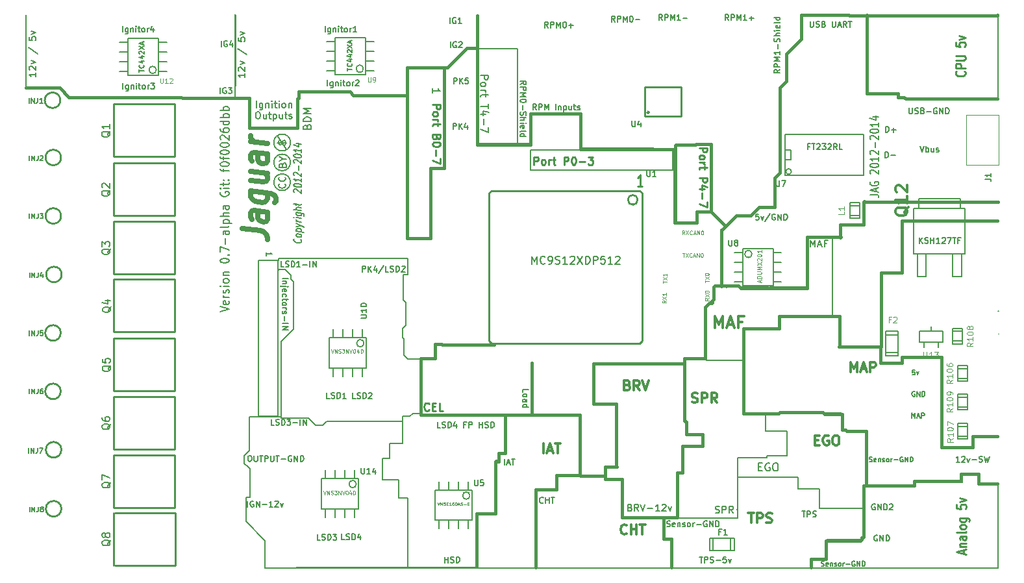
<source format=gto>
G04 (created by PCBNEW (2013-jul-07)-stable) date Sun 25 May 2014 01:03:41 AM EDT*
%MOIN*%
G04 Gerber Fmt 3.4, Leading zero omitted, Abs format*
%FSLAX34Y34*%
G01*
G70*
G90*
G04 APERTURE LIST*
%ADD10C,0.00393701*%
%ADD11C,0.00787402*%
%ADD12C,0.015*%
%ADD13C,0.00590551*%
%ADD14C,0.005*%
%ADD15C,0.00708661*%
%ADD16C,0.007*%
%ADD17C,0.006*%
%ADD18C,0.012*%
%ADD19C,0.0045*%
%ADD20C,0.0075*%
%ADD21C,0.0063*%
%ADD22C,0.025*%
%ADD23C,0.008*%
%ADD24C,0.01*%
%ADD25C,0.00669291*%
%ADD26C,0.002*%
%ADD27C,0.001*%
%ADD28C,0.004*%
%ADD29C,0.0047*%
%ADD30C,0.0059*%
%ADD31C,0.00375*%
%ADD32C,0.00492126*%
G04 APERTURE END LIST*
G54D10*
G54D11*
X26082Y-38277D02*
X27667Y-38277D01*
X26082Y-36870D02*
X26082Y-38277D01*
X25098Y-35885D02*
X26082Y-36870D01*
X25098Y-34665D02*
X25098Y-35885D01*
X25118Y-34645D02*
X25098Y-34665D01*
X25295Y-34645D02*
X25118Y-34645D01*
X25295Y-33198D02*
X25295Y-34645D01*
X25196Y-33100D02*
X25295Y-33198D01*
X25009Y-32913D02*
X25196Y-33100D01*
X25009Y-32529D02*
X25009Y-32913D01*
X25088Y-32450D02*
X25009Y-32529D01*
X25275Y-32263D02*
X25088Y-32450D01*
X25275Y-30511D02*
X25275Y-32263D01*
X26899Y-30511D02*
X25275Y-30511D01*
X33169Y-24507D02*
X33188Y-24527D01*
X33169Y-23228D02*
X33169Y-24507D01*
X33149Y-25994D02*
X33159Y-25984D01*
X33326Y-25816D02*
X33149Y-25994D01*
X33326Y-24665D02*
X33326Y-25816D01*
X33179Y-24517D02*
X33326Y-24665D01*
X34074Y-27539D02*
X34074Y-27509D01*
X33395Y-27539D02*
X34074Y-27539D01*
X33218Y-27362D02*
X33395Y-27539D01*
X33218Y-26525D02*
X33218Y-27362D01*
X33149Y-26456D02*
X33218Y-26525D01*
X33149Y-25984D02*
X33149Y-26456D01*
X33395Y-23228D02*
X33179Y-23228D01*
X33395Y-22401D02*
X33395Y-23228D01*
X26761Y-22401D02*
X33395Y-22401D01*
X26761Y-22431D02*
X26761Y-22401D01*
X26761Y-22490D02*
X26761Y-22431D01*
X26771Y-22962D02*
X26771Y-22972D01*
X27125Y-22962D02*
X26771Y-22962D01*
X27421Y-23257D02*
X27125Y-22962D01*
X27421Y-23454D02*
X27421Y-23257D01*
X27559Y-23592D02*
X27421Y-23454D01*
X27559Y-26003D02*
X27559Y-23592D01*
X26899Y-26663D02*
X27559Y-26003D01*
X26899Y-30570D02*
X26899Y-26663D01*
X28277Y-30570D02*
X26899Y-30570D01*
X28297Y-30590D02*
X28277Y-30570D01*
X28671Y-30964D02*
X28297Y-30590D01*
X29035Y-30964D02*
X28671Y-30964D01*
X29232Y-30767D02*
X29035Y-30964D01*
X33139Y-30767D02*
X29232Y-30767D01*
X34074Y-30344D02*
X34074Y-30354D01*
X33671Y-30344D02*
X34074Y-30344D01*
X33523Y-30492D02*
X33671Y-30344D01*
X33139Y-30492D02*
X33523Y-30492D01*
X33139Y-31879D02*
X33139Y-30492D01*
X32490Y-31879D02*
X33139Y-31879D01*
X32490Y-32657D02*
X32490Y-31879D01*
X32125Y-32657D02*
X32490Y-32657D01*
X32125Y-33750D02*
X32125Y-32657D01*
X32942Y-33750D02*
X32125Y-33750D01*
X32942Y-34675D02*
X32942Y-33750D01*
X32992Y-34675D02*
X32942Y-34675D01*
X33415Y-34675D02*
X32992Y-34675D01*
X33415Y-38248D02*
X33415Y-34675D01*
G54D12*
X34803Y-26801D02*
X35157Y-26801D01*
X34803Y-26811D02*
X34803Y-26801D01*
X34803Y-27519D02*
X34803Y-26811D01*
X55629Y-21289D02*
X55629Y-21279D01*
X55236Y-21289D02*
X55629Y-21289D01*
X53897Y-21279D02*
X55236Y-21279D01*
G54D13*
X38379Y-32985D02*
X38379Y-32685D01*
X38507Y-32899D02*
X38650Y-32899D01*
X38479Y-32985D02*
X38579Y-32685D01*
X38679Y-32985D01*
X38736Y-32685D02*
X38907Y-32685D01*
X38822Y-32985D02*
X38822Y-32685D01*
G54D12*
X36940Y-38228D02*
X36956Y-38228D01*
X36940Y-35488D02*
X36940Y-38228D01*
X37913Y-35488D02*
X36940Y-35488D01*
X38401Y-31149D02*
X38401Y-30437D01*
X34074Y-27515D02*
X34791Y-27515D01*
X34074Y-30433D02*
X34074Y-27515D01*
X39783Y-30433D02*
X34074Y-30433D01*
X39775Y-29291D02*
X39775Y-30429D01*
G54D14*
X31079Y-23070D02*
X31079Y-22770D01*
X31193Y-22770D01*
X31222Y-22784D01*
X31236Y-22798D01*
X31251Y-22827D01*
X31251Y-22870D01*
X31236Y-22898D01*
X31222Y-22913D01*
X31193Y-22927D01*
X31079Y-22927D01*
X31379Y-23070D02*
X31379Y-22770D01*
X31551Y-23070D02*
X31422Y-22898D01*
X31551Y-22770D02*
X31379Y-22941D01*
X31808Y-22870D02*
X31808Y-23070D01*
X31736Y-22755D02*
X31665Y-22970D01*
X31851Y-22970D01*
X32179Y-22755D02*
X31922Y-23141D01*
X32422Y-23070D02*
X32279Y-23070D01*
X32279Y-22770D01*
X32508Y-23055D02*
X32551Y-23070D01*
X32622Y-23070D01*
X32651Y-23055D01*
X32665Y-23041D01*
X32679Y-23013D01*
X32679Y-22984D01*
X32665Y-22955D01*
X32651Y-22941D01*
X32622Y-22927D01*
X32565Y-22913D01*
X32536Y-22898D01*
X32522Y-22884D01*
X32508Y-22855D01*
X32508Y-22827D01*
X32522Y-22798D01*
X32536Y-22784D01*
X32565Y-22770D01*
X32636Y-22770D01*
X32679Y-22784D01*
X32808Y-23070D02*
X32808Y-22770D01*
X32879Y-22770D01*
X32922Y-22784D01*
X32951Y-22813D01*
X32965Y-22841D01*
X32979Y-22898D01*
X32979Y-22941D01*
X32965Y-22998D01*
X32951Y-23027D01*
X32922Y-23055D01*
X32879Y-23070D01*
X32808Y-23070D01*
X33093Y-22798D02*
X33108Y-22784D01*
X33136Y-22770D01*
X33208Y-22770D01*
X33236Y-22784D01*
X33251Y-22798D01*
X33265Y-22827D01*
X33265Y-22855D01*
X33251Y-22898D01*
X33079Y-23070D01*
X33265Y-23070D01*
X35306Y-38003D02*
X35306Y-37703D01*
X35306Y-37846D02*
X35477Y-37846D01*
X35477Y-38003D02*
X35477Y-37703D01*
X35606Y-37989D02*
X35649Y-38003D01*
X35720Y-38003D01*
X35749Y-37989D01*
X35763Y-37974D01*
X35777Y-37946D01*
X35777Y-37917D01*
X35763Y-37889D01*
X35749Y-37874D01*
X35720Y-37860D01*
X35663Y-37846D01*
X35635Y-37831D01*
X35620Y-37817D01*
X35606Y-37789D01*
X35606Y-37760D01*
X35620Y-37731D01*
X35635Y-37717D01*
X35663Y-37703D01*
X35735Y-37703D01*
X35777Y-37717D01*
X35906Y-38003D02*
X35906Y-37703D01*
X35977Y-37703D01*
X36020Y-37717D01*
X36049Y-37746D01*
X36063Y-37774D01*
X36077Y-37831D01*
X36077Y-37874D01*
X36063Y-37931D01*
X36049Y-37960D01*
X36020Y-37989D01*
X35977Y-38003D01*
X35906Y-38003D01*
X28909Y-36843D02*
X28766Y-36843D01*
X28766Y-36543D01*
X28994Y-36829D02*
X29037Y-36843D01*
X29109Y-36843D01*
X29137Y-36829D01*
X29151Y-36815D01*
X29166Y-36786D01*
X29166Y-36758D01*
X29151Y-36729D01*
X29137Y-36715D01*
X29109Y-36701D01*
X29051Y-36686D01*
X29023Y-36672D01*
X29009Y-36658D01*
X28994Y-36629D01*
X28994Y-36601D01*
X29009Y-36572D01*
X29023Y-36558D01*
X29051Y-36543D01*
X29123Y-36543D01*
X29166Y-36558D01*
X29294Y-36843D02*
X29294Y-36543D01*
X29366Y-36543D01*
X29409Y-36558D01*
X29437Y-36586D01*
X29451Y-36615D01*
X29466Y-36672D01*
X29466Y-36715D01*
X29451Y-36772D01*
X29437Y-36801D01*
X29409Y-36829D01*
X29366Y-36843D01*
X29294Y-36843D01*
X29566Y-36543D02*
X29751Y-36543D01*
X29651Y-36658D01*
X29694Y-36658D01*
X29723Y-36672D01*
X29737Y-36686D01*
X29751Y-36715D01*
X29751Y-36786D01*
X29737Y-36815D01*
X29723Y-36829D01*
X29694Y-36843D01*
X29609Y-36843D01*
X29580Y-36829D01*
X29566Y-36815D01*
X26546Y-30948D02*
X26403Y-30948D01*
X26403Y-30648D01*
X26631Y-30933D02*
X26674Y-30948D01*
X26746Y-30948D01*
X26774Y-30933D01*
X26788Y-30919D01*
X26803Y-30891D01*
X26803Y-30862D01*
X26788Y-30833D01*
X26774Y-30819D01*
X26746Y-30805D01*
X26688Y-30791D01*
X26660Y-30776D01*
X26646Y-30762D01*
X26631Y-30733D01*
X26631Y-30705D01*
X26646Y-30676D01*
X26660Y-30662D01*
X26688Y-30648D01*
X26760Y-30648D01*
X26803Y-30662D01*
X26931Y-30948D02*
X26931Y-30648D01*
X27003Y-30648D01*
X27046Y-30662D01*
X27074Y-30691D01*
X27088Y-30719D01*
X27103Y-30776D01*
X27103Y-30819D01*
X27088Y-30876D01*
X27074Y-30905D01*
X27046Y-30933D01*
X27003Y-30948D01*
X26931Y-30948D01*
X27203Y-30648D02*
X27388Y-30648D01*
X27288Y-30762D01*
X27331Y-30762D01*
X27360Y-30776D01*
X27374Y-30791D01*
X27388Y-30819D01*
X27388Y-30891D01*
X27374Y-30919D01*
X27360Y-30933D01*
X27331Y-30948D01*
X27246Y-30948D01*
X27217Y-30933D01*
X27203Y-30919D01*
X27517Y-30833D02*
X27746Y-30833D01*
X27888Y-30948D02*
X27888Y-30648D01*
X28031Y-30948D02*
X28031Y-30648D01*
X28203Y-30948D01*
X28203Y-30648D01*
X59715Y-16620D02*
X59815Y-16920D01*
X59915Y-16620D01*
X60015Y-16920D02*
X60015Y-16620D01*
X60015Y-16734D02*
X60044Y-16720D01*
X60101Y-16720D01*
X60130Y-16734D01*
X60144Y-16749D01*
X60158Y-16777D01*
X60158Y-16863D01*
X60144Y-16892D01*
X60130Y-16906D01*
X60101Y-16920D01*
X60044Y-16920D01*
X60015Y-16906D01*
X60415Y-16720D02*
X60415Y-16920D01*
X60287Y-16720D02*
X60287Y-16877D01*
X60301Y-16906D01*
X60330Y-16920D01*
X60372Y-16920D01*
X60401Y-16906D01*
X60415Y-16892D01*
X60544Y-16906D02*
X60572Y-16920D01*
X60630Y-16920D01*
X60658Y-16906D01*
X60672Y-16877D01*
X60672Y-16863D01*
X60658Y-16834D01*
X60630Y-16820D01*
X60587Y-16820D01*
X60558Y-16806D01*
X60544Y-16777D01*
X60544Y-16763D01*
X60558Y-16734D01*
X60587Y-16720D01*
X60630Y-16720D01*
X60658Y-16734D01*
X59136Y-14660D02*
X59136Y-14902D01*
X59150Y-14931D01*
X59164Y-14945D01*
X59193Y-14960D01*
X59250Y-14960D01*
X59278Y-14945D01*
X59293Y-14931D01*
X59307Y-14902D01*
X59307Y-14660D01*
X59436Y-14945D02*
X59478Y-14960D01*
X59550Y-14960D01*
X59578Y-14945D01*
X59593Y-14931D01*
X59607Y-14902D01*
X59607Y-14874D01*
X59593Y-14845D01*
X59578Y-14831D01*
X59550Y-14817D01*
X59493Y-14802D01*
X59464Y-14788D01*
X59450Y-14774D01*
X59436Y-14745D01*
X59436Y-14717D01*
X59450Y-14688D01*
X59464Y-14674D01*
X59493Y-14660D01*
X59564Y-14660D01*
X59607Y-14674D01*
X59836Y-14802D02*
X59878Y-14817D01*
X59893Y-14831D01*
X59907Y-14860D01*
X59907Y-14902D01*
X59893Y-14931D01*
X59878Y-14945D01*
X59850Y-14960D01*
X59736Y-14960D01*
X59736Y-14660D01*
X59836Y-14660D01*
X59864Y-14674D01*
X59878Y-14688D01*
X59893Y-14717D01*
X59893Y-14745D01*
X59878Y-14774D01*
X59864Y-14788D01*
X59836Y-14802D01*
X59736Y-14802D01*
X60036Y-14845D02*
X60264Y-14845D01*
X60564Y-14674D02*
X60536Y-14660D01*
X60493Y-14660D01*
X60450Y-14674D01*
X60421Y-14702D01*
X60407Y-14731D01*
X60393Y-14788D01*
X60393Y-14831D01*
X60407Y-14888D01*
X60421Y-14917D01*
X60450Y-14945D01*
X60493Y-14960D01*
X60521Y-14960D01*
X60564Y-14945D01*
X60578Y-14931D01*
X60578Y-14831D01*
X60521Y-14831D01*
X60707Y-14960D02*
X60707Y-14660D01*
X60878Y-14960D01*
X60878Y-14660D01*
X61021Y-14960D02*
X61021Y-14660D01*
X61093Y-14660D01*
X61136Y-14674D01*
X61164Y-14702D01*
X61178Y-14731D01*
X61193Y-14788D01*
X61193Y-14831D01*
X61178Y-14888D01*
X61164Y-14917D01*
X61136Y-14945D01*
X61093Y-14960D01*
X61021Y-14960D01*
X57912Y-17208D02*
X57912Y-16908D01*
X57984Y-16908D01*
X58027Y-16922D01*
X58055Y-16950D01*
X58070Y-16979D01*
X58084Y-17036D01*
X58084Y-17079D01*
X58070Y-17136D01*
X58055Y-17165D01*
X58027Y-17193D01*
X57984Y-17208D01*
X57912Y-17208D01*
X58212Y-17093D02*
X58441Y-17093D01*
X57940Y-15904D02*
X57940Y-15604D01*
X58011Y-15604D01*
X58054Y-15619D01*
X58083Y-15647D01*
X58097Y-15676D01*
X58111Y-15733D01*
X58111Y-15776D01*
X58097Y-15833D01*
X58083Y-15862D01*
X58054Y-15890D01*
X58011Y-15904D01*
X57940Y-15904D01*
X58240Y-15790D02*
X58469Y-15790D01*
X58354Y-15904D02*
X58354Y-15676D01*
G54D12*
X49724Y-20732D02*
X49732Y-20732D01*
X48968Y-19976D02*
X49724Y-20732D01*
X57681Y-27752D02*
X57681Y-26890D01*
X58779Y-27752D02*
X57681Y-27752D01*
X58779Y-27437D02*
X58779Y-27752D01*
X60823Y-27437D02*
X58779Y-27437D01*
X60823Y-32075D02*
X60823Y-27437D01*
X62405Y-32075D02*
X60823Y-32075D01*
X62405Y-31527D02*
X62405Y-32075D01*
X63689Y-31527D02*
X62405Y-31527D01*
X58760Y-20453D02*
X63689Y-20453D01*
X58760Y-23106D02*
X58760Y-20453D01*
X57693Y-23106D02*
X58760Y-23106D01*
X57693Y-26905D02*
X57693Y-23106D01*
X55559Y-26905D02*
X57693Y-26905D01*
G54D11*
X24555Y-14126D02*
X24555Y-9866D01*
G54D12*
X52504Y-17980D02*
X52504Y-13614D01*
X52232Y-18264D02*
X52232Y-19744D01*
X52520Y-17976D02*
X52232Y-18264D01*
X56047Y-9902D02*
X53610Y-9902D01*
X53610Y-11126D02*
X53610Y-9925D01*
X52850Y-11886D02*
X53610Y-11126D01*
X52850Y-13272D02*
X52850Y-11886D01*
X52504Y-13618D02*
X52850Y-13272D01*
X52232Y-19748D02*
X52232Y-18508D01*
X51441Y-19748D02*
X52232Y-19748D01*
X51012Y-20177D02*
X51441Y-19748D01*
X50284Y-20177D02*
X51012Y-20177D01*
X49524Y-20937D02*
X50284Y-20177D01*
G54D14*
X51421Y-20104D02*
X51279Y-20104D01*
X51264Y-20247D01*
X51279Y-20233D01*
X51307Y-20218D01*
X51379Y-20218D01*
X51407Y-20233D01*
X51421Y-20247D01*
X51436Y-20275D01*
X51436Y-20347D01*
X51421Y-20375D01*
X51407Y-20390D01*
X51379Y-20404D01*
X51307Y-20404D01*
X51279Y-20390D01*
X51264Y-20375D01*
X51536Y-20204D02*
X51607Y-20404D01*
X51679Y-20204D01*
X52007Y-20090D02*
X51750Y-20475D01*
X52264Y-20118D02*
X52236Y-20104D01*
X52193Y-20104D01*
X52150Y-20118D01*
X52121Y-20147D01*
X52107Y-20175D01*
X52093Y-20233D01*
X52093Y-20275D01*
X52107Y-20333D01*
X52121Y-20361D01*
X52150Y-20390D01*
X52193Y-20404D01*
X52221Y-20404D01*
X52264Y-20390D01*
X52279Y-20375D01*
X52279Y-20275D01*
X52221Y-20275D01*
X52407Y-20404D02*
X52407Y-20104D01*
X52579Y-20404D01*
X52579Y-20104D01*
X52721Y-20404D02*
X52721Y-20104D01*
X52793Y-20104D01*
X52836Y-20118D01*
X52864Y-20147D01*
X52879Y-20175D01*
X52893Y-20233D01*
X52893Y-20275D01*
X52879Y-20333D01*
X52864Y-20361D01*
X52836Y-20390D01*
X52793Y-20404D01*
X52721Y-20404D01*
G54D12*
X36457Y-11583D02*
X36902Y-11583D01*
X35453Y-12587D02*
X36457Y-11583D01*
X35287Y-12587D02*
X35453Y-12587D01*
X35276Y-12598D02*
X35287Y-12587D01*
X56984Y-9905D02*
X63685Y-9905D01*
X58969Y-14189D02*
X63689Y-14189D01*
X58890Y-14110D02*
X58969Y-14189D01*
X58571Y-14110D02*
X58890Y-14110D01*
X58571Y-13929D02*
X58571Y-14110D01*
X56980Y-13929D02*
X58571Y-13929D01*
X56980Y-9902D02*
X56980Y-13929D01*
G54D14*
X30728Y-29582D02*
X30585Y-29582D01*
X30585Y-29282D01*
X30813Y-29567D02*
X30856Y-29582D01*
X30928Y-29582D01*
X30956Y-29567D01*
X30970Y-29553D01*
X30985Y-29524D01*
X30985Y-29496D01*
X30970Y-29467D01*
X30956Y-29453D01*
X30928Y-29439D01*
X30870Y-29424D01*
X30842Y-29410D01*
X30828Y-29396D01*
X30813Y-29367D01*
X30813Y-29339D01*
X30828Y-29310D01*
X30842Y-29296D01*
X30870Y-29282D01*
X30942Y-29282D01*
X30985Y-29296D01*
X31113Y-29582D02*
X31113Y-29282D01*
X31185Y-29282D01*
X31228Y-29296D01*
X31256Y-29324D01*
X31270Y-29353D01*
X31285Y-29410D01*
X31285Y-29453D01*
X31270Y-29510D01*
X31256Y-29539D01*
X31228Y-29567D01*
X31185Y-29582D01*
X31113Y-29582D01*
X31399Y-29310D02*
X31413Y-29296D01*
X31442Y-29282D01*
X31513Y-29282D01*
X31542Y-29296D01*
X31556Y-29310D01*
X31570Y-29339D01*
X31570Y-29367D01*
X31556Y-29410D01*
X31385Y-29582D01*
X31570Y-29582D01*
G54D15*
X14316Y-12851D02*
X14316Y-13054D01*
X14316Y-12952D02*
X13962Y-12952D01*
X14012Y-12986D01*
X14046Y-13020D01*
X14063Y-13054D01*
X13995Y-12716D02*
X13978Y-12699D01*
X13962Y-12666D01*
X13962Y-12581D01*
X13978Y-12548D01*
X13995Y-12531D01*
X14029Y-12514D01*
X14063Y-12514D01*
X14113Y-12531D01*
X14316Y-12733D01*
X14316Y-12514D01*
X14080Y-12396D02*
X14316Y-12311D01*
X14080Y-12227D01*
X13945Y-11569D02*
X14400Y-11873D01*
X13962Y-11012D02*
X13962Y-11181D01*
X14130Y-11198D01*
X14113Y-11181D01*
X14097Y-11147D01*
X14097Y-11063D01*
X14113Y-11029D01*
X14130Y-11012D01*
X14164Y-10995D01*
X14248Y-10995D01*
X14282Y-11012D01*
X14299Y-11029D01*
X14316Y-11063D01*
X14316Y-11147D01*
X14299Y-11181D01*
X14282Y-11198D01*
X14080Y-10877D02*
X14316Y-10793D01*
X14080Y-10708D01*
X25054Y-12890D02*
X25054Y-13093D01*
X25054Y-12992D02*
X24700Y-12992D01*
X24751Y-13025D01*
X24784Y-13059D01*
X24801Y-13093D01*
X24734Y-12755D02*
X24717Y-12739D01*
X24700Y-12705D01*
X24700Y-12620D01*
X24717Y-12587D01*
X24734Y-12570D01*
X24767Y-12553D01*
X24801Y-12553D01*
X24852Y-12570D01*
X25054Y-12772D01*
X25054Y-12553D01*
X24818Y-12435D02*
X25054Y-12350D01*
X24818Y-12266D01*
X24683Y-11608D02*
X25139Y-11912D01*
X24700Y-11051D02*
X24700Y-11220D01*
X24869Y-11237D01*
X24852Y-11220D01*
X24835Y-11186D01*
X24835Y-11102D01*
X24852Y-11068D01*
X24869Y-11051D01*
X24902Y-11034D01*
X24987Y-11034D01*
X25021Y-11051D01*
X25037Y-11068D01*
X25054Y-11102D01*
X25054Y-11186D01*
X25037Y-11220D01*
X25021Y-11237D01*
X24818Y-10916D02*
X25054Y-10832D01*
X24818Y-10748D01*
G54D12*
X49524Y-23803D02*
X49524Y-20913D01*
X63681Y-9905D02*
X63681Y-9886D01*
X56067Y-9905D02*
X63681Y-9905D01*
X56980Y-12704D02*
X56980Y-11752D01*
X56819Y-19476D02*
X56819Y-19555D01*
X63716Y-19476D02*
X56819Y-19476D01*
X56811Y-19492D02*
X56838Y-19465D01*
X56811Y-20657D02*
X56811Y-19492D01*
X55622Y-20657D02*
X56811Y-20657D01*
X55622Y-21327D02*
X55622Y-20657D01*
X53894Y-23925D02*
X53894Y-21327D01*
X50524Y-23925D02*
X53894Y-23925D01*
X50378Y-23779D02*
X50524Y-23925D01*
X49170Y-23779D02*
X50378Y-23779D01*
X49095Y-23854D02*
X49170Y-23779D01*
X49095Y-24476D02*
X49095Y-23854D01*
X48669Y-24902D02*
X49095Y-24476D01*
X48669Y-27516D02*
X48669Y-24902D01*
X47614Y-27516D02*
X48669Y-27516D01*
X47614Y-27799D02*
X47614Y-27516D01*
X47150Y-16599D02*
X47150Y-16772D01*
X47189Y-16560D02*
X47150Y-16599D01*
X48181Y-16560D02*
X47189Y-16560D01*
X48213Y-16528D02*
X48181Y-16560D01*
X48988Y-16528D02*
X48213Y-16528D01*
X48988Y-20000D02*
X48988Y-16528D01*
X48232Y-20000D02*
X48988Y-20000D01*
X48232Y-20567D02*
X48232Y-20000D01*
X47110Y-20567D02*
X48232Y-20567D01*
X47110Y-16776D02*
X47110Y-20567D01*
X42287Y-16776D02*
X47110Y-16776D01*
X42287Y-14965D02*
X42287Y-16776D01*
X39709Y-14965D02*
X42287Y-14965D01*
X39709Y-16543D02*
X39709Y-14965D01*
X36961Y-16543D02*
X39709Y-16543D01*
X36961Y-9917D02*
X36961Y-16543D01*
X33370Y-21366D02*
X33370Y-21339D01*
X34571Y-21366D02*
X33370Y-21366D01*
X34571Y-17752D02*
X34571Y-21366D01*
X35283Y-17752D02*
X34571Y-17752D01*
X35283Y-12598D02*
X35283Y-17752D01*
X33370Y-12598D02*
X35283Y-12598D01*
X33370Y-21346D02*
X33370Y-12598D01*
X33335Y-14020D02*
X33335Y-13996D01*
X30626Y-14020D02*
X33335Y-14020D01*
X30441Y-13835D02*
X30626Y-14020D01*
X27803Y-13835D02*
X30441Y-13835D01*
X27803Y-14142D02*
X27803Y-13835D01*
X27752Y-14193D02*
X27803Y-14142D01*
X27752Y-15677D02*
X27752Y-14193D01*
X25291Y-15677D02*
X27752Y-15677D01*
X25291Y-14165D02*
X25291Y-15677D01*
X21838Y-14165D02*
X25291Y-14165D01*
X21783Y-14110D02*
X21838Y-14165D01*
X16020Y-14110D02*
X21783Y-14110D01*
X15528Y-13618D02*
X16020Y-14110D01*
X13803Y-13618D02*
X15528Y-13618D01*
X63689Y-31531D02*
X63689Y-31520D01*
X55563Y-25342D02*
X55563Y-26898D01*
X52464Y-25342D02*
X55563Y-25342D01*
X52464Y-26000D02*
X52464Y-25342D01*
X50646Y-26000D02*
X52464Y-26000D01*
X50646Y-30350D02*
X50646Y-26000D01*
X52430Y-30350D02*
X50646Y-30350D01*
X52508Y-30272D02*
X52430Y-30350D01*
X54709Y-30272D02*
X52508Y-30272D01*
X54740Y-30303D02*
X54709Y-30272D01*
X54775Y-30338D02*
X54740Y-30303D01*
X54807Y-30370D02*
X54775Y-30338D01*
X55701Y-30370D02*
X54807Y-30370D01*
X55701Y-31181D02*
X55701Y-30370D01*
X55874Y-31181D02*
X55701Y-31181D01*
X55933Y-31240D02*
X55874Y-31181D01*
X56945Y-31240D02*
X55933Y-31240D01*
X56945Y-34039D02*
X56921Y-34039D01*
X56945Y-31244D02*
X56945Y-34039D01*
X62705Y-33941D02*
X63685Y-33941D01*
X62705Y-33445D02*
X62705Y-33941D01*
X61815Y-33445D02*
X62705Y-33445D01*
X61815Y-33476D02*
X61815Y-33445D01*
X61815Y-33835D02*
X61815Y-33476D01*
X59401Y-33835D02*
X61815Y-33835D01*
X59401Y-33886D02*
X59401Y-33835D01*
X59401Y-34043D02*
X59401Y-33886D01*
X56823Y-34043D02*
X59401Y-34043D01*
X56823Y-36685D02*
X56823Y-34043D01*
X56638Y-36870D02*
X56823Y-36685D01*
X54882Y-36870D02*
X56638Y-36870D01*
X54882Y-37803D02*
X54882Y-36870D01*
X54611Y-37803D02*
X54882Y-37803D01*
X54583Y-37831D02*
X54611Y-37803D01*
X54106Y-37831D02*
X54583Y-37831D01*
X54106Y-38264D02*
X54106Y-37831D01*
X46543Y-36791D02*
X46543Y-35697D01*
X46957Y-36791D02*
X46543Y-36791D01*
X46957Y-38244D02*
X46957Y-36791D01*
X43539Y-33563D02*
X43512Y-33563D01*
X43539Y-33685D02*
X43539Y-33563D01*
X43547Y-33693D02*
X43539Y-33685D01*
X43547Y-33732D02*
X43547Y-33693D01*
X44401Y-33732D02*
X43547Y-33732D01*
X44401Y-35697D02*
X44401Y-33732D01*
X47228Y-35697D02*
X44401Y-35697D01*
X47228Y-33374D02*
X47228Y-35697D01*
X47516Y-33374D02*
X47228Y-33374D01*
X47516Y-32020D02*
X47516Y-33374D01*
X48543Y-32020D02*
X47516Y-32020D01*
X48543Y-31425D02*
X48543Y-32020D01*
X47724Y-31425D02*
X48543Y-31425D01*
X47724Y-30830D02*
X47724Y-31425D01*
X47622Y-30728D02*
X47724Y-30830D01*
X47622Y-27772D02*
X47622Y-30728D01*
X42941Y-27772D02*
X47622Y-27772D01*
X42941Y-29862D02*
X42941Y-27772D01*
X44114Y-29862D02*
X42941Y-29862D01*
X44114Y-33066D02*
X44114Y-29862D01*
X44146Y-33098D02*
X44114Y-33066D01*
X43535Y-33098D02*
X44146Y-33098D01*
X43535Y-33543D02*
X43535Y-33098D01*
X42264Y-33543D02*
X43535Y-33543D01*
X39976Y-38236D02*
X39984Y-38236D01*
X39976Y-34244D02*
X39976Y-38236D01*
X41035Y-34244D02*
X39976Y-34244D01*
X41035Y-33504D02*
X41035Y-34244D01*
X42244Y-33504D02*
X41035Y-33504D01*
X42244Y-30429D02*
X42244Y-33504D01*
X39799Y-30429D02*
X42244Y-30429D01*
X39779Y-29291D02*
X39776Y-29291D01*
X39779Y-27748D02*
X39779Y-29291D01*
X35165Y-26803D02*
X37850Y-26803D01*
X38401Y-32382D02*
X38401Y-31150D01*
X38067Y-32382D02*
X38401Y-32382D01*
X38067Y-32807D02*
X38067Y-32382D01*
X37909Y-32807D02*
X38067Y-32807D01*
X37909Y-35484D02*
X37909Y-32807D01*
G54D16*
X63701Y-19480D02*
X63728Y-19480D01*
X56815Y-19480D02*
X57098Y-19480D01*
X56815Y-20709D02*
X56815Y-19480D01*
X55673Y-20709D02*
X56815Y-20709D01*
X55673Y-21315D02*
X55673Y-20709D01*
X55642Y-21315D02*
X55673Y-21315D01*
X55275Y-21315D02*
X55642Y-21315D01*
X55212Y-21378D02*
X55275Y-21315D01*
X55212Y-24142D02*
X55212Y-21382D01*
X63728Y-26248D02*
X63728Y-26252D01*
X55571Y-26575D02*
X55571Y-26929D01*
X55571Y-25374D02*
X55256Y-25374D01*
X55571Y-26575D02*
X55571Y-25374D01*
X56433Y-31216D02*
X56433Y-31276D01*
X55677Y-30335D02*
X55677Y-30339D01*
X51972Y-30335D02*
X55677Y-30335D01*
X51791Y-30335D02*
X51783Y-30343D01*
X51964Y-30335D02*
X51791Y-30335D01*
X55677Y-31220D02*
X56433Y-31220D01*
X55677Y-30854D02*
X55677Y-31220D01*
X55677Y-30854D02*
X55677Y-30339D01*
X24567Y-13161D02*
X24567Y-13535D01*
G54D17*
X61733Y-32845D02*
X61562Y-32845D01*
X61647Y-32845D02*
X61647Y-32545D01*
X61619Y-32588D01*
X61590Y-32616D01*
X61562Y-32631D01*
X61847Y-32574D02*
X61862Y-32559D01*
X61890Y-32545D01*
X61962Y-32545D01*
X61990Y-32559D01*
X62005Y-32574D01*
X62019Y-32602D01*
X62019Y-32631D01*
X62005Y-32674D01*
X61833Y-32845D01*
X62019Y-32845D01*
X62119Y-32645D02*
X62190Y-32845D01*
X62262Y-32645D01*
X62376Y-32731D02*
X62605Y-32731D01*
X62733Y-32831D02*
X62776Y-32845D01*
X62847Y-32845D01*
X62876Y-32831D01*
X62890Y-32816D01*
X62905Y-32788D01*
X62905Y-32759D01*
X62890Y-32731D01*
X62876Y-32716D01*
X62847Y-32702D01*
X62790Y-32688D01*
X62762Y-32674D01*
X62747Y-32659D01*
X62733Y-32631D01*
X62733Y-32602D01*
X62747Y-32574D01*
X62762Y-32559D01*
X62790Y-32545D01*
X62862Y-32545D01*
X62905Y-32559D01*
X63005Y-32545D02*
X63076Y-32845D01*
X63133Y-32631D01*
X63190Y-32845D01*
X63262Y-32545D01*
G54D16*
X42929Y-27866D02*
X42925Y-27866D01*
X42929Y-27779D02*
X42929Y-27866D01*
X47626Y-27779D02*
X42929Y-27779D01*
X47630Y-27779D02*
X47618Y-27779D01*
X47630Y-30642D02*
X47630Y-27779D01*
X47631Y-30642D02*
X47634Y-30645D01*
X47768Y-30779D02*
X47631Y-30642D01*
X47768Y-31488D02*
X47768Y-30779D01*
X48520Y-31488D02*
X47768Y-31488D01*
X48520Y-31972D02*
X48520Y-31488D01*
X47500Y-32138D02*
X47512Y-32138D01*
X47500Y-31972D02*
X47500Y-32138D01*
X48516Y-31972D02*
X47500Y-31972D01*
X13807Y-9902D02*
X13823Y-9902D01*
X13807Y-13622D02*
X13807Y-9902D01*
X53909Y-25358D02*
X52476Y-25358D01*
X52039Y-25968D02*
X52043Y-25968D01*
X52476Y-25968D02*
X52039Y-25968D01*
X52476Y-25354D02*
X52476Y-25968D01*
X52063Y-25968D02*
X52059Y-25968D01*
X38409Y-31142D02*
X38401Y-31142D01*
X38409Y-32382D02*
X38409Y-31142D01*
X38079Y-32382D02*
X38409Y-32382D01*
X38079Y-32768D02*
X38079Y-32382D01*
X37925Y-32768D02*
X38079Y-32768D01*
G54D18*
X44647Y-36504D02*
X44623Y-36528D01*
X44552Y-36552D01*
X44504Y-36552D01*
X44433Y-36528D01*
X44385Y-36480D01*
X44361Y-36433D01*
X44337Y-36338D01*
X44337Y-36266D01*
X44361Y-36171D01*
X44385Y-36123D01*
X44433Y-36076D01*
X44504Y-36052D01*
X44552Y-36052D01*
X44623Y-36076D01*
X44647Y-36100D01*
X44861Y-36552D02*
X44861Y-36052D01*
X44861Y-36290D02*
X45147Y-36290D01*
X45147Y-36552D02*
X45147Y-36052D01*
X45314Y-36052D02*
X45599Y-36052D01*
X45456Y-36552D02*
X45456Y-36052D01*
X44693Y-28893D02*
X44764Y-28917D01*
X44788Y-28941D01*
X44812Y-28988D01*
X44812Y-29060D01*
X44788Y-29107D01*
X44764Y-29131D01*
X44717Y-29155D01*
X44526Y-29155D01*
X44526Y-28655D01*
X44693Y-28655D01*
X44741Y-28679D01*
X44764Y-28703D01*
X44788Y-28750D01*
X44788Y-28798D01*
X44764Y-28845D01*
X44741Y-28869D01*
X44693Y-28893D01*
X44526Y-28893D01*
X45312Y-29155D02*
X45145Y-28917D01*
X45026Y-29155D02*
X45026Y-28655D01*
X45217Y-28655D01*
X45264Y-28679D01*
X45288Y-28703D01*
X45312Y-28750D01*
X45312Y-28822D01*
X45288Y-28869D01*
X45264Y-28893D01*
X45217Y-28917D01*
X45026Y-28917D01*
X45455Y-28655D02*
X45622Y-29155D01*
X45788Y-28655D01*
X47999Y-29768D02*
X48070Y-29792D01*
X48189Y-29792D01*
X48237Y-29768D01*
X48261Y-29744D01*
X48284Y-29697D01*
X48284Y-29649D01*
X48261Y-29601D01*
X48237Y-29578D01*
X48189Y-29554D01*
X48094Y-29530D01*
X48046Y-29506D01*
X48022Y-29482D01*
X47999Y-29435D01*
X47999Y-29387D01*
X48022Y-29340D01*
X48046Y-29316D01*
X48094Y-29292D01*
X48213Y-29292D01*
X48284Y-29316D01*
X48499Y-29792D02*
X48499Y-29292D01*
X48689Y-29292D01*
X48737Y-29316D01*
X48761Y-29340D01*
X48784Y-29387D01*
X48784Y-29459D01*
X48761Y-29506D01*
X48737Y-29530D01*
X48689Y-29554D01*
X48499Y-29554D01*
X49284Y-29792D02*
X49118Y-29554D01*
X48999Y-29792D02*
X48999Y-29292D01*
X49189Y-29292D01*
X49237Y-29316D01*
X49261Y-29340D01*
X49284Y-29387D01*
X49284Y-29459D01*
X49261Y-29506D01*
X49237Y-29530D01*
X49189Y-29554D01*
X48999Y-29554D01*
X54297Y-31716D02*
X54464Y-31716D01*
X54536Y-31978D02*
X54297Y-31978D01*
X54297Y-31478D01*
X54536Y-31478D01*
X55012Y-31502D02*
X54964Y-31478D01*
X54893Y-31478D01*
X54821Y-31502D01*
X54774Y-31549D01*
X54750Y-31597D01*
X54726Y-31692D01*
X54726Y-31764D01*
X54750Y-31859D01*
X54774Y-31906D01*
X54821Y-31954D01*
X54893Y-31978D01*
X54940Y-31978D01*
X55012Y-31954D01*
X55036Y-31930D01*
X55036Y-31764D01*
X54940Y-31764D01*
X55345Y-31478D02*
X55440Y-31478D01*
X55488Y-31502D01*
X55536Y-31549D01*
X55559Y-31645D01*
X55559Y-31811D01*
X55536Y-31906D01*
X55488Y-31954D01*
X55440Y-31978D01*
X55345Y-31978D01*
X55297Y-31954D01*
X55250Y-31906D01*
X55226Y-31811D01*
X55226Y-31645D01*
X55250Y-31549D01*
X55297Y-31502D01*
X55345Y-31478D01*
G54D16*
X50630Y-30342D02*
X50630Y-30339D01*
X51787Y-30342D02*
X50630Y-30342D01*
X56964Y-34004D02*
X56968Y-34004D01*
X56964Y-31276D02*
X56964Y-34004D01*
X56433Y-31276D02*
X56964Y-31276D01*
X63728Y-25079D02*
X63724Y-25083D01*
X57819Y-19480D02*
X57827Y-19480D01*
X53901Y-22559D02*
X53905Y-22563D01*
G54D19*
X48871Y-24423D02*
X48776Y-24490D01*
X48871Y-24537D02*
X48671Y-24537D01*
X48671Y-24461D01*
X48681Y-24442D01*
X48691Y-24433D01*
X48710Y-24423D01*
X48738Y-24423D01*
X48757Y-24433D01*
X48767Y-24442D01*
X48776Y-24461D01*
X48776Y-24537D01*
X48671Y-24356D02*
X48871Y-24223D01*
X48671Y-24223D02*
X48871Y-24356D01*
X48671Y-24109D02*
X48671Y-24090D01*
X48681Y-24071D01*
X48691Y-24061D01*
X48710Y-24052D01*
X48748Y-24042D01*
X48795Y-24042D01*
X48833Y-24052D01*
X48852Y-24061D01*
X48862Y-24071D01*
X48871Y-24090D01*
X48871Y-24109D01*
X48862Y-24128D01*
X48852Y-24137D01*
X48833Y-24147D01*
X48795Y-24156D01*
X48748Y-24156D01*
X48710Y-24147D01*
X48691Y-24137D01*
X48681Y-24128D01*
X48671Y-24109D01*
X48663Y-23617D02*
X48663Y-23503D01*
X48863Y-23560D02*
X48663Y-23560D01*
X48663Y-23455D02*
X48863Y-23322D01*
X48663Y-23322D02*
X48863Y-23455D01*
X48663Y-23208D02*
X48663Y-23189D01*
X48673Y-23170D01*
X48683Y-23160D01*
X48702Y-23150D01*
X48740Y-23141D01*
X48787Y-23141D01*
X48825Y-23150D01*
X48844Y-23160D01*
X48854Y-23170D01*
X48863Y-23189D01*
X48863Y-23208D01*
X48854Y-23227D01*
X48844Y-23236D01*
X48825Y-23246D01*
X48787Y-23255D01*
X48740Y-23255D01*
X48702Y-23246D01*
X48683Y-23236D01*
X48673Y-23227D01*
X48663Y-23208D01*
X46686Y-24549D02*
X46591Y-24616D01*
X46686Y-24663D02*
X46486Y-24663D01*
X46486Y-24587D01*
X46496Y-24568D01*
X46506Y-24559D01*
X46525Y-24549D01*
X46553Y-24549D01*
X46572Y-24559D01*
X46582Y-24568D01*
X46591Y-24587D01*
X46591Y-24663D01*
X46486Y-24482D02*
X46686Y-24349D01*
X46486Y-24349D02*
X46686Y-24482D01*
X46686Y-24168D02*
X46686Y-24282D01*
X46686Y-24225D02*
X46486Y-24225D01*
X46515Y-24244D01*
X46534Y-24263D01*
X46544Y-24282D01*
X46498Y-23652D02*
X46498Y-23538D01*
X46698Y-23595D02*
X46498Y-23595D01*
X46498Y-23490D02*
X46698Y-23357D01*
X46498Y-23357D02*
X46698Y-23490D01*
X46698Y-23176D02*
X46698Y-23290D01*
X46698Y-23233D02*
X46498Y-23233D01*
X46527Y-23252D01*
X46546Y-23271D01*
X46556Y-23290D01*
X47502Y-22114D02*
X47617Y-22114D01*
X47560Y-22314D02*
X47560Y-22114D01*
X47664Y-22114D02*
X47798Y-22314D01*
X47798Y-22114D02*
X47664Y-22314D01*
X47988Y-22295D02*
X47979Y-22305D01*
X47950Y-22314D01*
X47931Y-22314D01*
X47902Y-22305D01*
X47883Y-22286D01*
X47874Y-22267D01*
X47864Y-22229D01*
X47864Y-22200D01*
X47874Y-22162D01*
X47883Y-22143D01*
X47902Y-22124D01*
X47931Y-22114D01*
X47950Y-22114D01*
X47979Y-22124D01*
X47988Y-22134D01*
X48064Y-22257D02*
X48160Y-22257D01*
X48045Y-22314D02*
X48112Y-22114D01*
X48179Y-22314D01*
X48245Y-22314D02*
X48245Y-22114D01*
X48360Y-22314D01*
X48360Y-22114D01*
X48493Y-22114D02*
X48512Y-22114D01*
X48531Y-22124D01*
X48541Y-22134D01*
X48550Y-22153D01*
X48560Y-22191D01*
X48560Y-22238D01*
X48550Y-22276D01*
X48541Y-22295D01*
X48531Y-22305D01*
X48512Y-22314D01*
X48493Y-22314D01*
X48474Y-22305D01*
X48464Y-22295D01*
X48455Y-22276D01*
X48445Y-22238D01*
X48445Y-22191D01*
X48455Y-22153D01*
X48464Y-22134D01*
X48474Y-22124D01*
X48493Y-22114D01*
X47621Y-21163D02*
X47555Y-21068D01*
X47507Y-21163D02*
X47507Y-20963D01*
X47583Y-20963D01*
X47602Y-20973D01*
X47612Y-20983D01*
X47621Y-21002D01*
X47621Y-21030D01*
X47612Y-21049D01*
X47602Y-21059D01*
X47583Y-21068D01*
X47507Y-21068D01*
X47688Y-20963D02*
X47821Y-21163D01*
X47821Y-20963D02*
X47688Y-21163D01*
X48012Y-21144D02*
X48002Y-21154D01*
X47974Y-21163D01*
X47955Y-21163D01*
X47926Y-21154D01*
X47907Y-21135D01*
X47898Y-21116D01*
X47888Y-21078D01*
X47888Y-21049D01*
X47898Y-21011D01*
X47907Y-20992D01*
X47926Y-20973D01*
X47955Y-20963D01*
X47974Y-20963D01*
X48002Y-20973D01*
X48012Y-20983D01*
X48088Y-21106D02*
X48183Y-21106D01*
X48069Y-21163D02*
X48136Y-20963D01*
X48202Y-21163D01*
X48269Y-21163D02*
X48269Y-20963D01*
X48383Y-21163D01*
X48383Y-20963D01*
X48517Y-20963D02*
X48536Y-20963D01*
X48555Y-20973D01*
X48564Y-20983D01*
X48574Y-21002D01*
X48583Y-21040D01*
X48583Y-21087D01*
X48574Y-21125D01*
X48564Y-21144D01*
X48555Y-21154D01*
X48536Y-21163D01*
X48517Y-21163D01*
X48498Y-21154D01*
X48488Y-21144D01*
X48479Y-21125D01*
X48469Y-21087D01*
X48469Y-21040D01*
X48479Y-21002D01*
X48488Y-20983D01*
X48498Y-20973D01*
X48517Y-20963D01*
G54D16*
X53905Y-21382D02*
X53905Y-21634D01*
X60929Y-19480D02*
X57094Y-19480D01*
G54D14*
X57396Y-35005D02*
X57367Y-34990D01*
X57324Y-34990D01*
X57282Y-35005D01*
X57253Y-35033D01*
X57239Y-35062D01*
X57224Y-35119D01*
X57224Y-35162D01*
X57239Y-35219D01*
X57253Y-35247D01*
X57282Y-35276D01*
X57324Y-35290D01*
X57353Y-35290D01*
X57396Y-35276D01*
X57410Y-35262D01*
X57410Y-35162D01*
X57353Y-35162D01*
X57539Y-35290D02*
X57539Y-34990D01*
X57710Y-35290D01*
X57710Y-34990D01*
X57853Y-35290D02*
X57853Y-34990D01*
X57924Y-34990D01*
X57967Y-35005D01*
X57996Y-35033D01*
X58010Y-35062D01*
X58024Y-35119D01*
X58024Y-35162D01*
X58010Y-35219D01*
X57996Y-35247D01*
X57967Y-35276D01*
X57924Y-35290D01*
X57853Y-35290D01*
X58139Y-35019D02*
X58153Y-35005D01*
X58182Y-34990D01*
X58253Y-34990D01*
X58282Y-35005D01*
X58296Y-35019D01*
X58310Y-35047D01*
X58310Y-35076D01*
X58296Y-35119D01*
X58124Y-35290D01*
X58310Y-35290D01*
X52515Y-12675D02*
X52372Y-12775D01*
X52515Y-12846D02*
X52215Y-12846D01*
X52215Y-12732D01*
X52229Y-12703D01*
X52244Y-12689D01*
X52272Y-12675D01*
X52315Y-12675D01*
X52344Y-12689D01*
X52358Y-12703D01*
X52372Y-12732D01*
X52372Y-12846D01*
X52515Y-12546D02*
X52215Y-12546D01*
X52215Y-12432D01*
X52229Y-12403D01*
X52244Y-12389D01*
X52272Y-12375D01*
X52315Y-12375D01*
X52344Y-12389D01*
X52358Y-12403D01*
X52372Y-12432D01*
X52372Y-12546D01*
X52515Y-12246D02*
X52215Y-12246D01*
X52429Y-12146D01*
X52215Y-12046D01*
X52515Y-12046D01*
X52515Y-11746D02*
X52515Y-11917D01*
X52515Y-11832D02*
X52215Y-11832D01*
X52258Y-11860D01*
X52286Y-11889D01*
X52301Y-11917D01*
X52401Y-11617D02*
X52401Y-11389D01*
X52501Y-11260D02*
X52515Y-11217D01*
X52515Y-11146D01*
X52501Y-11117D01*
X52486Y-11103D01*
X52458Y-11089D01*
X52429Y-11089D01*
X52401Y-11103D01*
X52386Y-11117D01*
X52372Y-11146D01*
X52358Y-11203D01*
X52344Y-11232D01*
X52329Y-11246D01*
X52301Y-11260D01*
X52272Y-11260D01*
X52244Y-11246D01*
X52229Y-11232D01*
X52215Y-11203D01*
X52215Y-11132D01*
X52229Y-11089D01*
X52515Y-10960D02*
X52215Y-10960D01*
X52515Y-10832D02*
X52358Y-10832D01*
X52329Y-10846D01*
X52315Y-10875D01*
X52315Y-10917D01*
X52329Y-10946D01*
X52344Y-10960D01*
X52515Y-10689D02*
X52315Y-10689D01*
X52215Y-10689D02*
X52229Y-10703D01*
X52244Y-10689D01*
X52229Y-10675D01*
X52215Y-10689D01*
X52244Y-10689D01*
X52501Y-10432D02*
X52515Y-10460D01*
X52515Y-10517D01*
X52501Y-10546D01*
X52472Y-10560D01*
X52358Y-10560D01*
X52329Y-10546D01*
X52315Y-10517D01*
X52315Y-10460D01*
X52329Y-10432D01*
X52358Y-10417D01*
X52386Y-10417D01*
X52415Y-10560D01*
X52515Y-10246D02*
X52501Y-10275D01*
X52472Y-10289D01*
X52215Y-10289D01*
X52515Y-10003D02*
X52215Y-10003D01*
X52501Y-10003D02*
X52515Y-10032D01*
X52515Y-10089D01*
X52501Y-10117D01*
X52486Y-10132D01*
X52458Y-10146D01*
X52372Y-10146D01*
X52344Y-10132D01*
X52329Y-10117D01*
X52315Y-10089D01*
X52315Y-10032D01*
X52329Y-10003D01*
X49883Y-10168D02*
X49783Y-10025D01*
X49712Y-10168D02*
X49712Y-9868D01*
X49826Y-9868D01*
X49855Y-9882D01*
X49869Y-9897D01*
X49883Y-9925D01*
X49883Y-9968D01*
X49869Y-9997D01*
X49855Y-10011D01*
X49826Y-10025D01*
X49712Y-10025D01*
X50012Y-10168D02*
X50012Y-9868D01*
X50126Y-9868D01*
X50155Y-9882D01*
X50169Y-9897D01*
X50183Y-9925D01*
X50183Y-9968D01*
X50169Y-9997D01*
X50155Y-10011D01*
X50126Y-10025D01*
X50012Y-10025D01*
X50312Y-10168D02*
X50312Y-9868D01*
X50412Y-10082D01*
X50512Y-9868D01*
X50512Y-10168D01*
X50812Y-10168D02*
X50641Y-10168D01*
X50726Y-10168D02*
X50726Y-9868D01*
X50698Y-9911D01*
X50669Y-9939D01*
X50641Y-9954D01*
X50941Y-10054D02*
X51169Y-10054D01*
X51055Y-10168D02*
X51055Y-9939D01*
X46473Y-10164D02*
X46373Y-10021D01*
X46302Y-10164D02*
X46302Y-9864D01*
X46416Y-9864D01*
X46445Y-9878D01*
X46459Y-9893D01*
X46473Y-9921D01*
X46473Y-9964D01*
X46459Y-9993D01*
X46445Y-10007D01*
X46416Y-10021D01*
X46302Y-10021D01*
X46602Y-10164D02*
X46602Y-9864D01*
X46716Y-9864D01*
X46745Y-9878D01*
X46759Y-9893D01*
X46773Y-9921D01*
X46773Y-9964D01*
X46759Y-9993D01*
X46745Y-10007D01*
X46716Y-10021D01*
X46602Y-10021D01*
X46902Y-10164D02*
X46902Y-9864D01*
X47002Y-10078D01*
X47102Y-9864D01*
X47102Y-10164D01*
X47402Y-10164D02*
X47231Y-10164D01*
X47316Y-10164D02*
X47316Y-9864D01*
X47288Y-9907D01*
X47259Y-9935D01*
X47231Y-9950D01*
X47531Y-10050D02*
X47759Y-10050D01*
X44036Y-10239D02*
X43936Y-10096D01*
X43865Y-10239D02*
X43865Y-9939D01*
X43979Y-9939D01*
X44008Y-9953D01*
X44022Y-9968D01*
X44036Y-9996D01*
X44036Y-10039D01*
X44022Y-10068D01*
X44008Y-10082D01*
X43979Y-10096D01*
X43865Y-10096D01*
X44165Y-10239D02*
X44165Y-9939D01*
X44279Y-9939D01*
X44308Y-9953D01*
X44322Y-9968D01*
X44336Y-9996D01*
X44336Y-10039D01*
X44322Y-10068D01*
X44308Y-10082D01*
X44279Y-10096D01*
X44165Y-10096D01*
X44465Y-10239D02*
X44465Y-9939D01*
X44565Y-10153D01*
X44665Y-9939D01*
X44665Y-10239D01*
X44865Y-9939D02*
X44894Y-9939D01*
X44922Y-9953D01*
X44936Y-9968D01*
X44951Y-9996D01*
X44965Y-10053D01*
X44965Y-10125D01*
X44951Y-10182D01*
X44936Y-10210D01*
X44922Y-10225D01*
X44894Y-10239D01*
X44865Y-10239D01*
X44836Y-10225D01*
X44822Y-10210D01*
X44808Y-10182D01*
X44794Y-10125D01*
X44794Y-10053D01*
X44808Y-9996D01*
X44822Y-9968D01*
X44836Y-9953D01*
X44865Y-9939D01*
X45094Y-10125D02*
X45322Y-10125D01*
X40615Y-10538D02*
X40515Y-10395D01*
X40444Y-10538D02*
X40444Y-10238D01*
X40558Y-10238D01*
X40587Y-10252D01*
X40601Y-10267D01*
X40615Y-10295D01*
X40615Y-10338D01*
X40601Y-10367D01*
X40587Y-10381D01*
X40558Y-10395D01*
X40444Y-10395D01*
X40744Y-10538D02*
X40744Y-10238D01*
X40858Y-10238D01*
X40887Y-10252D01*
X40901Y-10267D01*
X40915Y-10295D01*
X40915Y-10338D01*
X40901Y-10367D01*
X40887Y-10381D01*
X40858Y-10395D01*
X40744Y-10395D01*
X41044Y-10538D02*
X41044Y-10238D01*
X41144Y-10452D01*
X41244Y-10238D01*
X41244Y-10538D01*
X41444Y-10238D02*
X41473Y-10238D01*
X41501Y-10252D01*
X41515Y-10267D01*
X41530Y-10295D01*
X41544Y-10352D01*
X41544Y-10424D01*
X41530Y-10481D01*
X41515Y-10509D01*
X41501Y-10524D01*
X41473Y-10538D01*
X41444Y-10538D01*
X41415Y-10524D01*
X41401Y-10509D01*
X41387Y-10481D01*
X41373Y-10424D01*
X41373Y-10352D01*
X41387Y-10295D01*
X41401Y-10267D01*
X41415Y-10252D01*
X41444Y-10238D01*
X41673Y-10424D02*
X41901Y-10424D01*
X41787Y-10538D02*
X41787Y-10309D01*
X39189Y-13455D02*
X39332Y-13355D01*
X39189Y-13283D02*
X39489Y-13283D01*
X39489Y-13397D01*
X39475Y-13426D01*
X39461Y-13440D01*
X39432Y-13455D01*
X39389Y-13455D01*
X39361Y-13440D01*
X39346Y-13426D01*
X39332Y-13397D01*
X39332Y-13283D01*
X39189Y-13583D02*
X39489Y-13583D01*
X39489Y-13697D01*
X39475Y-13726D01*
X39461Y-13740D01*
X39432Y-13755D01*
X39389Y-13755D01*
X39361Y-13740D01*
X39346Y-13726D01*
X39332Y-13697D01*
X39332Y-13583D01*
X39189Y-13883D02*
X39489Y-13883D01*
X39275Y-13983D01*
X39489Y-14083D01*
X39189Y-14083D01*
X39489Y-14283D02*
X39489Y-14312D01*
X39475Y-14340D01*
X39461Y-14355D01*
X39432Y-14369D01*
X39375Y-14383D01*
X39303Y-14383D01*
X39246Y-14369D01*
X39218Y-14355D01*
X39203Y-14340D01*
X39189Y-14312D01*
X39189Y-14283D01*
X39203Y-14255D01*
X39218Y-14240D01*
X39246Y-14226D01*
X39303Y-14212D01*
X39375Y-14212D01*
X39432Y-14226D01*
X39461Y-14240D01*
X39475Y-14255D01*
X39489Y-14283D01*
X39303Y-14512D02*
X39303Y-14740D01*
X39203Y-14869D02*
X39189Y-14912D01*
X39189Y-14983D01*
X39203Y-15012D01*
X39218Y-15026D01*
X39246Y-15040D01*
X39275Y-15040D01*
X39303Y-15026D01*
X39318Y-15012D01*
X39332Y-14983D01*
X39346Y-14926D01*
X39361Y-14897D01*
X39375Y-14883D01*
X39403Y-14869D01*
X39432Y-14869D01*
X39461Y-14883D01*
X39475Y-14897D01*
X39489Y-14926D01*
X39489Y-14997D01*
X39475Y-15040D01*
X39189Y-15169D02*
X39489Y-15169D01*
X39189Y-15297D02*
X39346Y-15297D01*
X39375Y-15283D01*
X39389Y-15255D01*
X39389Y-15212D01*
X39375Y-15183D01*
X39361Y-15169D01*
X39189Y-15440D02*
X39389Y-15440D01*
X39489Y-15440D02*
X39475Y-15426D01*
X39461Y-15440D01*
X39475Y-15455D01*
X39489Y-15440D01*
X39461Y-15440D01*
X39203Y-15697D02*
X39189Y-15669D01*
X39189Y-15612D01*
X39203Y-15583D01*
X39232Y-15569D01*
X39346Y-15569D01*
X39375Y-15583D01*
X39389Y-15612D01*
X39389Y-15669D01*
X39375Y-15697D01*
X39346Y-15712D01*
X39318Y-15712D01*
X39289Y-15569D01*
X39189Y-15883D02*
X39203Y-15855D01*
X39232Y-15840D01*
X39489Y-15840D01*
X39189Y-16126D02*
X39489Y-16126D01*
X39203Y-16126D02*
X39189Y-16097D01*
X39189Y-16040D01*
X39203Y-16012D01*
X39218Y-15997D01*
X39246Y-15983D01*
X39332Y-15983D01*
X39361Y-15997D01*
X39375Y-16012D01*
X39389Y-16040D01*
X39389Y-16097D01*
X39375Y-16126D01*
G54D16*
X39031Y-16496D02*
X39035Y-16500D01*
X39709Y-16496D02*
X39031Y-16496D01*
X39709Y-14968D02*
X39709Y-16496D01*
X42279Y-14968D02*
X39709Y-14968D01*
X36961Y-11650D02*
X36961Y-11626D01*
X36961Y-9902D02*
X36961Y-11650D01*
X36961Y-11626D02*
X36961Y-11650D01*
X39039Y-11626D02*
X36961Y-11626D01*
G54D14*
X35762Y-13420D02*
X35762Y-13120D01*
X35876Y-13120D01*
X35905Y-13134D01*
X35919Y-13149D01*
X35934Y-13177D01*
X35934Y-13220D01*
X35919Y-13249D01*
X35905Y-13263D01*
X35876Y-13277D01*
X35762Y-13277D01*
X36062Y-13420D02*
X36062Y-13120D01*
X36234Y-13420D02*
X36105Y-13249D01*
X36234Y-13120D02*
X36062Y-13291D01*
X36505Y-13120D02*
X36362Y-13120D01*
X36348Y-13263D01*
X36362Y-13249D01*
X36391Y-13234D01*
X36462Y-13234D01*
X36491Y-13249D01*
X36505Y-13263D01*
X36519Y-13291D01*
X36519Y-13363D01*
X36505Y-13391D01*
X36491Y-13406D01*
X36462Y-13420D01*
X36391Y-13420D01*
X36362Y-13406D01*
X36348Y-13391D01*
X35734Y-15743D02*
X35734Y-15443D01*
X35848Y-15443D01*
X35877Y-15457D01*
X35891Y-15472D01*
X35906Y-15500D01*
X35906Y-15543D01*
X35891Y-15572D01*
X35877Y-15586D01*
X35848Y-15600D01*
X35734Y-15600D01*
X36034Y-15743D02*
X36034Y-15443D01*
X36206Y-15743D02*
X36077Y-15572D01*
X36206Y-15443D02*
X36034Y-15614D01*
X36463Y-15543D02*
X36463Y-15743D01*
X36391Y-15429D02*
X36320Y-15643D01*
X36506Y-15643D01*
G54D16*
X33378Y-12618D02*
X33425Y-12618D01*
X33378Y-13984D02*
X33378Y-12618D01*
X24571Y-9902D02*
X24571Y-10181D01*
X13811Y-13626D02*
X13811Y-13618D01*
X15532Y-13626D02*
X13811Y-13626D01*
X16024Y-14118D02*
X15532Y-13626D01*
X25295Y-14118D02*
X16024Y-14118D01*
G54D20*
X28243Y-15628D02*
X28262Y-15570D01*
X28281Y-15551D01*
X28319Y-15532D01*
X28376Y-15532D01*
X28414Y-15551D01*
X28433Y-15570D01*
X28452Y-15608D01*
X28452Y-15761D01*
X28052Y-15761D01*
X28052Y-15628D01*
X28071Y-15589D01*
X28091Y-15570D01*
X28129Y-15551D01*
X28167Y-15551D01*
X28205Y-15570D01*
X28224Y-15589D01*
X28243Y-15628D01*
X28243Y-15761D01*
X28452Y-15361D02*
X28052Y-15361D01*
X28052Y-15266D01*
X28071Y-15208D01*
X28110Y-15170D01*
X28148Y-15151D01*
X28224Y-15132D01*
X28281Y-15132D01*
X28357Y-15151D01*
X28395Y-15170D01*
X28433Y-15208D01*
X28452Y-15266D01*
X28452Y-15361D01*
X28452Y-14961D02*
X28052Y-14961D01*
X28338Y-14828D01*
X28052Y-14694D01*
X28452Y-14694D01*
G54D14*
X35087Y-31076D02*
X34944Y-31076D01*
X34944Y-30776D01*
X35173Y-31061D02*
X35216Y-31076D01*
X35287Y-31076D01*
X35316Y-31061D01*
X35330Y-31047D01*
X35344Y-31019D01*
X35344Y-30990D01*
X35330Y-30961D01*
X35316Y-30947D01*
X35287Y-30933D01*
X35230Y-30919D01*
X35202Y-30904D01*
X35187Y-30890D01*
X35173Y-30861D01*
X35173Y-30833D01*
X35187Y-30804D01*
X35202Y-30790D01*
X35230Y-30776D01*
X35302Y-30776D01*
X35344Y-30790D01*
X35473Y-31076D02*
X35473Y-30776D01*
X35544Y-30776D01*
X35587Y-30790D01*
X35616Y-30819D01*
X35630Y-30847D01*
X35644Y-30904D01*
X35644Y-30947D01*
X35630Y-31004D01*
X35616Y-31033D01*
X35587Y-31061D01*
X35544Y-31076D01*
X35473Y-31076D01*
X35902Y-30876D02*
X35902Y-31076D01*
X35830Y-30761D02*
X35759Y-30976D01*
X35944Y-30976D01*
X36387Y-30919D02*
X36287Y-30919D01*
X36287Y-31076D02*
X36287Y-30776D01*
X36430Y-30776D01*
X36544Y-31076D02*
X36544Y-30776D01*
X36659Y-30776D01*
X36687Y-30790D01*
X36702Y-30804D01*
X36716Y-30833D01*
X36716Y-30876D01*
X36702Y-30904D01*
X36687Y-30919D01*
X36659Y-30933D01*
X36544Y-30933D01*
X37073Y-31076D02*
X37073Y-30776D01*
X37073Y-30919D02*
X37244Y-30919D01*
X37244Y-31076D02*
X37244Y-30776D01*
X37373Y-31061D02*
X37416Y-31076D01*
X37487Y-31076D01*
X37516Y-31061D01*
X37530Y-31047D01*
X37544Y-31019D01*
X37544Y-30990D01*
X37530Y-30961D01*
X37516Y-30947D01*
X37487Y-30933D01*
X37430Y-30919D01*
X37402Y-30904D01*
X37387Y-30890D01*
X37373Y-30861D01*
X37373Y-30833D01*
X37387Y-30804D01*
X37402Y-30790D01*
X37430Y-30776D01*
X37502Y-30776D01*
X37544Y-30790D01*
X37673Y-31076D02*
X37673Y-30776D01*
X37744Y-30776D01*
X37787Y-30790D01*
X37816Y-30819D01*
X37830Y-30847D01*
X37844Y-30904D01*
X37844Y-30947D01*
X37830Y-31004D01*
X37816Y-31033D01*
X37787Y-31061D01*
X37744Y-31076D01*
X37673Y-31076D01*
X25189Y-35137D02*
X25189Y-34837D01*
X25489Y-34851D02*
X25461Y-34837D01*
X25418Y-34837D01*
X25375Y-34851D01*
X25346Y-34880D01*
X25332Y-34908D01*
X25318Y-34965D01*
X25318Y-35008D01*
X25332Y-35065D01*
X25346Y-35094D01*
X25375Y-35122D01*
X25418Y-35137D01*
X25446Y-35137D01*
X25489Y-35122D01*
X25504Y-35108D01*
X25504Y-35008D01*
X25446Y-35008D01*
X25632Y-35137D02*
X25632Y-34837D01*
X25804Y-35137D01*
X25804Y-34837D01*
X25946Y-35022D02*
X26175Y-35022D01*
X26475Y-35137D02*
X26304Y-35137D01*
X26389Y-35137D02*
X26389Y-34837D01*
X26361Y-34880D01*
X26332Y-34908D01*
X26304Y-34922D01*
X26589Y-34865D02*
X26604Y-34851D01*
X26632Y-34837D01*
X26704Y-34837D01*
X26732Y-34851D01*
X26746Y-34865D01*
X26761Y-34894D01*
X26761Y-34922D01*
X26746Y-34965D01*
X26575Y-35137D01*
X26761Y-35137D01*
X26861Y-34937D02*
X26932Y-35137D01*
X27004Y-34937D01*
X27046Y-22822D02*
X26903Y-22822D01*
X26903Y-22522D01*
X27131Y-22807D02*
X27174Y-22822D01*
X27246Y-22822D01*
X27274Y-22807D01*
X27288Y-22793D01*
X27303Y-22765D01*
X27303Y-22736D01*
X27288Y-22707D01*
X27274Y-22693D01*
X27246Y-22679D01*
X27188Y-22665D01*
X27160Y-22650D01*
X27146Y-22636D01*
X27131Y-22607D01*
X27131Y-22579D01*
X27146Y-22550D01*
X27160Y-22536D01*
X27188Y-22522D01*
X27260Y-22522D01*
X27303Y-22536D01*
X27431Y-22822D02*
X27431Y-22522D01*
X27503Y-22522D01*
X27546Y-22536D01*
X27574Y-22565D01*
X27588Y-22593D01*
X27603Y-22650D01*
X27603Y-22693D01*
X27588Y-22750D01*
X27574Y-22779D01*
X27546Y-22807D01*
X27503Y-22822D01*
X27431Y-22822D01*
X27888Y-22822D02*
X27717Y-22822D01*
X27803Y-22822D02*
X27803Y-22522D01*
X27774Y-22565D01*
X27746Y-22593D01*
X27717Y-22607D01*
X28017Y-22707D02*
X28246Y-22707D01*
X28388Y-22822D02*
X28388Y-22522D01*
X28531Y-22822D02*
X28531Y-22522D01*
X28703Y-22822D01*
X28703Y-22522D01*
X46704Y-36146D02*
X46747Y-36160D01*
X46818Y-36160D01*
X46847Y-36146D01*
X46861Y-36131D01*
X46875Y-36103D01*
X46875Y-36074D01*
X46861Y-36046D01*
X46847Y-36031D01*
X46818Y-36017D01*
X46761Y-36003D01*
X46732Y-35989D01*
X46718Y-35974D01*
X46704Y-35946D01*
X46704Y-35917D01*
X46718Y-35889D01*
X46732Y-35874D01*
X46761Y-35860D01*
X46832Y-35860D01*
X46875Y-35874D01*
X47118Y-36146D02*
X47089Y-36160D01*
X47032Y-36160D01*
X47004Y-36146D01*
X46989Y-36117D01*
X46989Y-36003D01*
X47004Y-35974D01*
X47032Y-35960D01*
X47089Y-35960D01*
X47118Y-35974D01*
X47132Y-36003D01*
X47132Y-36031D01*
X46989Y-36060D01*
X47261Y-35960D02*
X47261Y-36160D01*
X47261Y-35989D02*
X47275Y-35974D01*
X47304Y-35960D01*
X47347Y-35960D01*
X47375Y-35974D01*
X47389Y-36003D01*
X47389Y-36160D01*
X47518Y-36146D02*
X47547Y-36160D01*
X47604Y-36160D01*
X47632Y-36146D01*
X47647Y-36117D01*
X47647Y-36103D01*
X47632Y-36074D01*
X47604Y-36060D01*
X47561Y-36060D01*
X47532Y-36046D01*
X47518Y-36017D01*
X47518Y-36003D01*
X47532Y-35974D01*
X47561Y-35960D01*
X47604Y-35960D01*
X47632Y-35974D01*
X47818Y-36160D02*
X47789Y-36146D01*
X47775Y-36131D01*
X47761Y-36103D01*
X47761Y-36017D01*
X47775Y-35989D01*
X47789Y-35974D01*
X47818Y-35960D01*
X47861Y-35960D01*
X47889Y-35974D01*
X47904Y-35989D01*
X47918Y-36017D01*
X47918Y-36103D01*
X47904Y-36131D01*
X47889Y-36146D01*
X47861Y-36160D01*
X47818Y-36160D01*
X48047Y-36160D02*
X48047Y-35960D01*
X48047Y-36017D02*
X48061Y-35989D01*
X48075Y-35974D01*
X48104Y-35960D01*
X48132Y-35960D01*
X48232Y-36046D02*
X48461Y-36046D01*
X48761Y-35874D02*
X48732Y-35860D01*
X48689Y-35860D01*
X48647Y-35874D01*
X48618Y-35903D01*
X48604Y-35931D01*
X48589Y-35989D01*
X48589Y-36031D01*
X48604Y-36089D01*
X48618Y-36117D01*
X48647Y-36146D01*
X48689Y-36160D01*
X48718Y-36160D01*
X48761Y-36146D01*
X48775Y-36131D01*
X48775Y-36031D01*
X48718Y-36031D01*
X48904Y-36160D02*
X48904Y-35860D01*
X49075Y-36160D01*
X49075Y-35860D01*
X49218Y-36160D02*
X49218Y-35860D01*
X49289Y-35860D01*
X49332Y-35874D01*
X49361Y-35903D01*
X49375Y-35931D01*
X49389Y-35989D01*
X49389Y-36031D01*
X49375Y-36089D01*
X49361Y-36117D01*
X49332Y-36146D01*
X49289Y-36160D01*
X49218Y-36160D01*
X48375Y-37703D02*
X48547Y-37703D01*
X48461Y-38003D02*
X48461Y-37703D01*
X48647Y-38003D02*
X48647Y-37703D01*
X48761Y-37703D01*
X48789Y-37717D01*
X48804Y-37732D01*
X48818Y-37760D01*
X48818Y-37803D01*
X48804Y-37832D01*
X48789Y-37846D01*
X48761Y-37860D01*
X48647Y-37860D01*
X48932Y-37989D02*
X48975Y-38003D01*
X49047Y-38003D01*
X49075Y-37989D01*
X49089Y-37974D01*
X49104Y-37946D01*
X49104Y-37917D01*
X49089Y-37889D01*
X49075Y-37874D01*
X49047Y-37860D01*
X48989Y-37846D01*
X48961Y-37832D01*
X48947Y-37817D01*
X48932Y-37789D01*
X48932Y-37760D01*
X48947Y-37732D01*
X48961Y-37717D01*
X48989Y-37703D01*
X49061Y-37703D01*
X49104Y-37717D01*
X49232Y-37889D02*
X49461Y-37889D01*
X49747Y-37703D02*
X49604Y-37703D01*
X49589Y-37846D01*
X49604Y-37832D01*
X49632Y-37817D01*
X49704Y-37817D01*
X49732Y-37832D01*
X49747Y-37846D01*
X49761Y-37874D01*
X49761Y-37946D01*
X49747Y-37974D01*
X49732Y-37989D01*
X49704Y-38003D01*
X49632Y-38003D01*
X49604Y-37989D01*
X49589Y-37974D01*
X49861Y-37803D02*
X49932Y-38003D01*
X50004Y-37803D01*
X54636Y-38172D02*
X54672Y-38184D01*
X54732Y-38184D01*
X54756Y-38172D01*
X54767Y-38160D01*
X54779Y-38136D01*
X54779Y-38112D01*
X54767Y-38088D01*
X54756Y-38077D01*
X54732Y-38065D01*
X54684Y-38053D01*
X54660Y-38041D01*
X54648Y-38029D01*
X54636Y-38005D01*
X54636Y-37981D01*
X54648Y-37958D01*
X54660Y-37946D01*
X54684Y-37934D01*
X54744Y-37934D01*
X54779Y-37946D01*
X54982Y-38172D02*
X54958Y-38184D01*
X54910Y-38184D01*
X54886Y-38172D01*
X54875Y-38148D01*
X54875Y-38053D01*
X54886Y-38029D01*
X54910Y-38017D01*
X54958Y-38017D01*
X54982Y-38029D01*
X54994Y-38053D01*
X54994Y-38077D01*
X54875Y-38100D01*
X55101Y-38017D02*
X55101Y-38184D01*
X55101Y-38041D02*
X55113Y-38029D01*
X55136Y-38017D01*
X55172Y-38017D01*
X55196Y-38029D01*
X55208Y-38053D01*
X55208Y-38184D01*
X55315Y-38172D02*
X55339Y-38184D01*
X55386Y-38184D01*
X55410Y-38172D01*
X55422Y-38148D01*
X55422Y-38136D01*
X55410Y-38112D01*
X55386Y-38100D01*
X55351Y-38100D01*
X55327Y-38088D01*
X55315Y-38065D01*
X55315Y-38053D01*
X55327Y-38029D01*
X55351Y-38017D01*
X55386Y-38017D01*
X55410Y-38029D01*
X55565Y-38184D02*
X55541Y-38172D01*
X55529Y-38160D01*
X55517Y-38136D01*
X55517Y-38065D01*
X55529Y-38041D01*
X55541Y-38029D01*
X55565Y-38017D01*
X55601Y-38017D01*
X55625Y-38029D01*
X55636Y-38041D01*
X55648Y-38065D01*
X55648Y-38136D01*
X55636Y-38160D01*
X55625Y-38172D01*
X55601Y-38184D01*
X55565Y-38184D01*
X55756Y-38184D02*
X55756Y-38017D01*
X55756Y-38065D02*
X55767Y-38041D01*
X55779Y-38029D01*
X55803Y-38017D01*
X55827Y-38017D01*
X55910Y-38088D02*
X56101Y-38088D01*
X56351Y-37946D02*
X56327Y-37934D01*
X56291Y-37934D01*
X56256Y-37946D01*
X56232Y-37969D01*
X56220Y-37993D01*
X56208Y-38041D01*
X56208Y-38077D01*
X56220Y-38124D01*
X56232Y-38148D01*
X56256Y-38172D01*
X56291Y-38184D01*
X56315Y-38184D01*
X56351Y-38172D01*
X56363Y-38160D01*
X56363Y-38077D01*
X56315Y-38077D01*
X56470Y-38184D02*
X56470Y-37934D01*
X56613Y-38184D01*
X56613Y-37934D01*
X56732Y-38184D02*
X56732Y-37934D01*
X56791Y-37934D01*
X56827Y-37946D01*
X56851Y-37969D01*
X56863Y-37993D01*
X56875Y-38041D01*
X56875Y-38077D01*
X56863Y-38124D01*
X56851Y-38148D01*
X56827Y-38172D01*
X56791Y-38184D01*
X56732Y-38184D01*
X57507Y-36617D02*
X57479Y-36602D01*
X57436Y-36602D01*
X57393Y-36617D01*
X57364Y-36645D01*
X57350Y-36674D01*
X57336Y-36731D01*
X57336Y-36774D01*
X57350Y-36831D01*
X57364Y-36860D01*
X57393Y-36888D01*
X57436Y-36902D01*
X57464Y-36902D01*
X57507Y-36888D01*
X57521Y-36874D01*
X57521Y-36774D01*
X57464Y-36774D01*
X57650Y-36902D02*
X57650Y-36602D01*
X57821Y-36902D01*
X57821Y-36602D01*
X57964Y-36902D02*
X57964Y-36602D01*
X58036Y-36602D01*
X58079Y-36617D01*
X58107Y-36645D01*
X58121Y-36674D01*
X58136Y-36731D01*
X58136Y-36774D01*
X58121Y-36831D01*
X58107Y-36860D01*
X58079Y-36888D01*
X58036Y-36902D01*
X57964Y-36902D01*
X53645Y-35356D02*
X53816Y-35356D01*
X53731Y-35656D02*
X53731Y-35356D01*
X53916Y-35656D02*
X53916Y-35356D01*
X54031Y-35356D01*
X54059Y-35370D01*
X54074Y-35385D01*
X54088Y-35413D01*
X54088Y-35456D01*
X54074Y-35485D01*
X54059Y-35499D01*
X54031Y-35513D01*
X53916Y-35513D01*
X54202Y-35642D02*
X54245Y-35656D01*
X54316Y-35656D01*
X54345Y-35642D01*
X54359Y-35627D01*
X54374Y-35599D01*
X54374Y-35570D01*
X54359Y-35542D01*
X54345Y-35527D01*
X54316Y-35513D01*
X54259Y-35499D01*
X54231Y-35485D01*
X54216Y-35470D01*
X54202Y-35442D01*
X54202Y-35413D01*
X54216Y-35385D01*
X54231Y-35370D01*
X54259Y-35356D01*
X54331Y-35356D01*
X54374Y-35370D01*
X57100Y-32817D02*
X57136Y-32829D01*
X57196Y-32829D01*
X57220Y-32817D01*
X57231Y-32805D01*
X57243Y-32781D01*
X57243Y-32757D01*
X57231Y-32733D01*
X57220Y-32722D01*
X57196Y-32710D01*
X57148Y-32698D01*
X57124Y-32686D01*
X57112Y-32674D01*
X57100Y-32650D01*
X57100Y-32626D01*
X57112Y-32603D01*
X57124Y-32591D01*
X57148Y-32579D01*
X57208Y-32579D01*
X57243Y-32591D01*
X57446Y-32817D02*
X57422Y-32829D01*
X57374Y-32829D01*
X57350Y-32817D01*
X57339Y-32793D01*
X57339Y-32698D01*
X57350Y-32674D01*
X57374Y-32662D01*
X57422Y-32662D01*
X57446Y-32674D01*
X57458Y-32698D01*
X57458Y-32722D01*
X57339Y-32745D01*
X57565Y-32662D02*
X57565Y-32829D01*
X57565Y-32686D02*
X57577Y-32674D01*
X57600Y-32662D01*
X57636Y-32662D01*
X57660Y-32674D01*
X57672Y-32698D01*
X57672Y-32829D01*
X57779Y-32817D02*
X57803Y-32829D01*
X57850Y-32829D01*
X57874Y-32817D01*
X57886Y-32793D01*
X57886Y-32781D01*
X57874Y-32757D01*
X57850Y-32745D01*
X57815Y-32745D01*
X57791Y-32733D01*
X57779Y-32710D01*
X57779Y-32698D01*
X57791Y-32674D01*
X57815Y-32662D01*
X57850Y-32662D01*
X57874Y-32674D01*
X58029Y-32829D02*
X58005Y-32817D01*
X57993Y-32805D01*
X57981Y-32781D01*
X57981Y-32710D01*
X57993Y-32686D01*
X58005Y-32674D01*
X58029Y-32662D01*
X58065Y-32662D01*
X58089Y-32674D01*
X58100Y-32686D01*
X58112Y-32710D01*
X58112Y-32781D01*
X58100Y-32805D01*
X58089Y-32817D01*
X58065Y-32829D01*
X58029Y-32829D01*
X58220Y-32829D02*
X58220Y-32662D01*
X58220Y-32710D02*
X58231Y-32686D01*
X58243Y-32674D01*
X58267Y-32662D01*
X58291Y-32662D01*
X58374Y-32733D02*
X58565Y-32733D01*
X58815Y-32591D02*
X58791Y-32579D01*
X58755Y-32579D01*
X58720Y-32591D01*
X58696Y-32614D01*
X58684Y-32638D01*
X58672Y-32686D01*
X58672Y-32722D01*
X58684Y-32769D01*
X58696Y-32793D01*
X58720Y-32817D01*
X58755Y-32829D01*
X58779Y-32829D01*
X58815Y-32817D01*
X58827Y-32805D01*
X58827Y-32722D01*
X58779Y-32722D01*
X58934Y-32829D02*
X58934Y-32579D01*
X59077Y-32829D01*
X59077Y-32579D01*
X59196Y-32829D02*
X59196Y-32579D01*
X59255Y-32579D01*
X59291Y-32591D01*
X59315Y-32614D01*
X59327Y-32638D01*
X59339Y-32686D01*
X59339Y-32722D01*
X59327Y-32769D01*
X59315Y-32793D01*
X59291Y-32817D01*
X59255Y-32829D01*
X59196Y-32829D01*
G54D13*
X54086Y-21796D02*
X54086Y-21442D01*
X54204Y-21695D01*
X54322Y-21442D01*
X54322Y-21796D01*
X54474Y-21695D02*
X54642Y-21695D01*
X54440Y-21796D02*
X54558Y-21442D01*
X54676Y-21796D01*
X54912Y-21611D02*
X54794Y-21611D01*
X54794Y-21796D02*
X54794Y-21442D01*
X54963Y-21442D01*
G54D21*
X57133Y-19104D02*
X57455Y-19104D01*
X57519Y-19120D01*
X57562Y-19154D01*
X57583Y-19204D01*
X57583Y-19237D01*
X57455Y-18954D02*
X57455Y-18787D01*
X57583Y-18987D02*
X57133Y-18870D01*
X57583Y-18754D01*
X57155Y-18454D02*
X57133Y-18487D01*
X57133Y-18537D01*
X57155Y-18587D01*
X57198Y-18620D01*
X57240Y-18637D01*
X57326Y-18654D01*
X57390Y-18654D01*
X57476Y-18637D01*
X57519Y-18620D01*
X57562Y-18587D01*
X57583Y-18537D01*
X57583Y-18504D01*
X57562Y-18454D01*
X57540Y-18437D01*
X57390Y-18437D01*
X57390Y-18504D01*
X57176Y-18037D02*
X57155Y-18020D01*
X57133Y-17987D01*
X57133Y-17904D01*
X57155Y-17870D01*
X57176Y-17854D01*
X57219Y-17837D01*
X57262Y-17837D01*
X57326Y-17854D01*
X57583Y-18054D01*
X57583Y-17837D01*
X57133Y-17620D02*
X57133Y-17587D01*
X57155Y-17554D01*
X57176Y-17537D01*
X57219Y-17520D01*
X57305Y-17504D01*
X57412Y-17504D01*
X57498Y-17520D01*
X57540Y-17537D01*
X57562Y-17554D01*
X57583Y-17587D01*
X57583Y-17620D01*
X57562Y-17654D01*
X57540Y-17670D01*
X57498Y-17687D01*
X57412Y-17704D01*
X57305Y-17704D01*
X57219Y-17687D01*
X57176Y-17670D01*
X57155Y-17654D01*
X57133Y-17620D01*
X57583Y-17170D02*
X57583Y-17370D01*
X57583Y-17270D02*
X57133Y-17270D01*
X57198Y-17304D01*
X57240Y-17337D01*
X57262Y-17370D01*
X57176Y-17037D02*
X57155Y-17020D01*
X57133Y-16987D01*
X57133Y-16904D01*
X57155Y-16870D01*
X57176Y-16854D01*
X57219Y-16837D01*
X57262Y-16837D01*
X57326Y-16854D01*
X57583Y-17054D01*
X57583Y-16837D01*
X57412Y-16687D02*
X57412Y-16420D01*
X57176Y-16270D02*
X57155Y-16254D01*
X57133Y-16220D01*
X57133Y-16137D01*
X57155Y-16104D01*
X57176Y-16087D01*
X57219Y-16070D01*
X57262Y-16070D01*
X57326Y-16087D01*
X57583Y-16287D01*
X57583Y-16070D01*
X57133Y-15854D02*
X57133Y-15820D01*
X57155Y-15787D01*
X57176Y-15770D01*
X57219Y-15754D01*
X57305Y-15737D01*
X57412Y-15737D01*
X57498Y-15754D01*
X57540Y-15770D01*
X57562Y-15787D01*
X57583Y-15820D01*
X57583Y-15854D01*
X57562Y-15887D01*
X57540Y-15904D01*
X57498Y-15920D01*
X57412Y-15937D01*
X57305Y-15937D01*
X57219Y-15920D01*
X57176Y-15904D01*
X57155Y-15887D01*
X57133Y-15854D01*
X57583Y-15404D02*
X57583Y-15604D01*
X57583Y-15504D02*
X57133Y-15504D01*
X57198Y-15537D01*
X57240Y-15570D01*
X57262Y-15604D01*
X57283Y-15104D02*
X57583Y-15104D01*
X57112Y-15187D02*
X57433Y-15270D01*
X57433Y-15054D01*
G54D20*
X27909Y-21416D02*
X27928Y-21432D01*
X27947Y-21477D01*
X27947Y-21506D01*
X27928Y-21547D01*
X27890Y-21570D01*
X27852Y-21580D01*
X27775Y-21585D01*
X27718Y-21577D01*
X27642Y-21554D01*
X27604Y-21535D01*
X27566Y-21501D01*
X27547Y-21456D01*
X27547Y-21427D01*
X27566Y-21387D01*
X27585Y-21375D01*
X27947Y-21249D02*
X27928Y-21275D01*
X27909Y-21287D01*
X27871Y-21297D01*
X27756Y-21282D01*
X27718Y-21263D01*
X27699Y-21247D01*
X27680Y-21216D01*
X27680Y-21173D01*
X27699Y-21147D01*
X27718Y-21135D01*
X27756Y-21125D01*
X27871Y-21139D01*
X27909Y-21158D01*
X27928Y-21175D01*
X27947Y-21206D01*
X27947Y-21249D01*
X27680Y-20987D02*
X28080Y-21037D01*
X27699Y-20989D02*
X27680Y-20958D01*
X27680Y-20901D01*
X27699Y-20875D01*
X27718Y-20863D01*
X27756Y-20854D01*
X27871Y-20868D01*
X27909Y-20887D01*
X27928Y-20904D01*
X27947Y-20935D01*
X27947Y-20992D01*
X27928Y-21018D01*
X27680Y-20744D02*
X27947Y-20706D01*
X27680Y-20601D02*
X27947Y-20706D01*
X28042Y-20747D01*
X28061Y-20763D01*
X28080Y-20794D01*
X27947Y-20520D02*
X27680Y-20487D01*
X27756Y-20497D02*
X27718Y-20477D01*
X27699Y-20461D01*
X27680Y-20430D01*
X27680Y-20401D01*
X27947Y-20335D02*
X27680Y-20301D01*
X27547Y-20285D02*
X27566Y-20301D01*
X27585Y-20289D01*
X27566Y-20273D01*
X27547Y-20285D01*
X27585Y-20289D01*
X27680Y-20030D02*
X28004Y-20070D01*
X28042Y-20089D01*
X28061Y-20106D01*
X28080Y-20137D01*
X28080Y-20180D01*
X28061Y-20206D01*
X27928Y-20061D02*
X27947Y-20092D01*
X27947Y-20149D01*
X27928Y-20175D01*
X27909Y-20187D01*
X27871Y-20197D01*
X27756Y-20182D01*
X27718Y-20163D01*
X27699Y-20147D01*
X27680Y-20116D01*
X27680Y-20058D01*
X27699Y-20032D01*
X27947Y-19920D02*
X27547Y-19870D01*
X27947Y-19792D02*
X27737Y-19766D01*
X27699Y-19775D01*
X27680Y-19801D01*
X27680Y-19844D01*
X27699Y-19875D01*
X27718Y-19892D01*
X27680Y-19658D02*
X27680Y-19544D01*
X27547Y-19599D02*
X27890Y-19642D01*
X27928Y-19632D01*
X27947Y-19606D01*
X27947Y-19577D01*
X27585Y-18989D02*
X27566Y-18973D01*
X27547Y-18942D01*
X27547Y-18870D01*
X27566Y-18844D01*
X27585Y-18832D01*
X27623Y-18823D01*
X27661Y-18827D01*
X27718Y-18849D01*
X27947Y-19049D01*
X27947Y-18863D01*
X27547Y-18627D02*
X27547Y-18599D01*
X27566Y-18573D01*
X27585Y-18561D01*
X27623Y-18551D01*
X27699Y-18547D01*
X27794Y-18558D01*
X27871Y-18582D01*
X27909Y-18601D01*
X27928Y-18618D01*
X27947Y-18649D01*
X27947Y-18677D01*
X27928Y-18704D01*
X27909Y-18716D01*
X27871Y-18725D01*
X27794Y-18730D01*
X27699Y-18718D01*
X27623Y-18694D01*
X27585Y-18675D01*
X27566Y-18658D01*
X27547Y-18627D01*
X27947Y-18292D02*
X27947Y-18463D01*
X27947Y-18377D02*
X27547Y-18327D01*
X27604Y-18363D01*
X27642Y-18397D01*
X27661Y-18427D01*
X27585Y-18132D02*
X27566Y-18116D01*
X27547Y-18085D01*
X27547Y-18013D01*
X27566Y-17987D01*
X27585Y-17975D01*
X27623Y-17966D01*
X27661Y-17970D01*
X27718Y-17992D01*
X27947Y-18192D01*
X27947Y-18006D01*
X27794Y-17858D02*
X27794Y-17630D01*
X27585Y-17475D02*
X27566Y-17458D01*
X27547Y-17427D01*
X27547Y-17356D01*
X27566Y-17330D01*
X27585Y-17318D01*
X27623Y-17308D01*
X27661Y-17313D01*
X27718Y-17335D01*
X27947Y-17535D01*
X27947Y-17349D01*
X27547Y-17113D02*
X27547Y-17085D01*
X27566Y-17058D01*
X27585Y-17047D01*
X27623Y-17037D01*
X27699Y-17032D01*
X27794Y-17044D01*
X27871Y-17068D01*
X27909Y-17087D01*
X27928Y-17104D01*
X27947Y-17135D01*
X27947Y-17163D01*
X27928Y-17189D01*
X27909Y-17201D01*
X27871Y-17211D01*
X27794Y-17216D01*
X27699Y-17204D01*
X27623Y-17180D01*
X27585Y-17161D01*
X27566Y-17144D01*
X27547Y-17113D01*
X27947Y-16777D02*
X27947Y-16949D01*
X27947Y-16863D02*
X27547Y-16813D01*
X27604Y-16849D01*
X27642Y-16882D01*
X27661Y-16913D01*
X27680Y-16487D02*
X27947Y-16520D01*
X27528Y-16539D02*
X27814Y-16647D01*
X27814Y-16461D01*
G54D22*
X24905Y-20844D02*
X25833Y-20960D01*
X26019Y-21035D01*
X26143Y-21156D01*
X26205Y-21320D01*
X26205Y-21425D01*
X26205Y-20011D02*
X25524Y-19926D01*
X25400Y-19963D01*
X25338Y-20060D01*
X25338Y-20269D01*
X25400Y-20382D01*
X26143Y-20003D02*
X26205Y-20116D01*
X26205Y-20378D01*
X26143Y-20475D01*
X26019Y-20511D01*
X25895Y-20496D01*
X25771Y-20428D01*
X25710Y-20316D01*
X25710Y-20054D01*
X25648Y-19941D01*
X25338Y-18907D02*
X26391Y-19039D01*
X26514Y-19107D01*
X26576Y-19167D01*
X26638Y-19279D01*
X26638Y-19436D01*
X26576Y-19533D01*
X26143Y-19008D02*
X26205Y-19120D01*
X26205Y-19330D01*
X26143Y-19427D01*
X26081Y-19472D01*
X25957Y-19508D01*
X25586Y-19462D01*
X25462Y-19394D01*
X25400Y-19334D01*
X25338Y-19222D01*
X25338Y-19012D01*
X25400Y-18915D01*
X25338Y-17912D02*
X26205Y-18020D01*
X25338Y-18383D02*
X26019Y-18469D01*
X26143Y-18432D01*
X26205Y-18335D01*
X26205Y-18178D01*
X26143Y-18065D01*
X26081Y-18005D01*
X26205Y-17025D02*
X25524Y-16940D01*
X25400Y-16977D01*
X25338Y-17074D01*
X25338Y-17283D01*
X25400Y-17396D01*
X26143Y-17017D02*
X26205Y-17130D01*
X26205Y-17392D01*
X26143Y-17489D01*
X26019Y-17526D01*
X25895Y-17510D01*
X25771Y-17442D01*
X25710Y-17330D01*
X25710Y-17068D01*
X25648Y-16956D01*
X26205Y-16501D02*
X25338Y-16393D01*
X25586Y-16424D02*
X25462Y-16356D01*
X25400Y-16296D01*
X25338Y-16183D01*
X25338Y-16079D01*
G54D14*
X35593Y-11566D02*
X35593Y-11266D01*
X35893Y-11280D02*
X35864Y-11266D01*
X35821Y-11266D01*
X35778Y-11280D01*
X35750Y-11309D01*
X35736Y-11337D01*
X35721Y-11395D01*
X35721Y-11437D01*
X35736Y-11495D01*
X35750Y-11523D01*
X35778Y-11552D01*
X35821Y-11566D01*
X35850Y-11566D01*
X35893Y-11552D01*
X35907Y-11537D01*
X35907Y-11437D01*
X35850Y-11437D01*
X36021Y-11295D02*
X36036Y-11280D01*
X36064Y-11266D01*
X36136Y-11266D01*
X36164Y-11280D01*
X36178Y-11295D01*
X36193Y-11323D01*
X36193Y-11352D01*
X36178Y-11395D01*
X36007Y-11566D01*
X36193Y-11566D01*
X35573Y-10318D02*
X35573Y-10018D01*
X35873Y-10032D02*
X35844Y-10018D01*
X35801Y-10018D01*
X35758Y-10032D01*
X35730Y-10061D01*
X35716Y-10089D01*
X35701Y-10147D01*
X35701Y-10189D01*
X35716Y-10247D01*
X35730Y-10275D01*
X35758Y-10304D01*
X35801Y-10318D01*
X35830Y-10318D01*
X35873Y-10304D01*
X35887Y-10289D01*
X35887Y-10189D01*
X35830Y-10189D01*
X36173Y-10318D02*
X36001Y-10318D01*
X36087Y-10318D02*
X36087Y-10018D01*
X36058Y-10061D01*
X36030Y-10089D01*
X36001Y-10104D01*
X23782Y-13916D02*
X23782Y-13616D01*
X24082Y-13630D02*
X24053Y-13616D01*
X24010Y-13616D01*
X23967Y-13630D01*
X23939Y-13659D01*
X23925Y-13687D01*
X23910Y-13745D01*
X23910Y-13787D01*
X23925Y-13845D01*
X23939Y-13873D01*
X23967Y-13902D01*
X24010Y-13916D01*
X24039Y-13916D01*
X24082Y-13902D01*
X24096Y-13887D01*
X24096Y-13787D01*
X24039Y-13787D01*
X24196Y-13616D02*
X24382Y-13616D01*
X24282Y-13730D01*
X24325Y-13730D01*
X24353Y-13745D01*
X24367Y-13759D01*
X24382Y-13787D01*
X24382Y-13859D01*
X24367Y-13887D01*
X24353Y-13902D01*
X24325Y-13916D01*
X24239Y-13916D01*
X24210Y-13902D01*
X24196Y-13887D01*
X23833Y-11511D02*
X23833Y-11211D01*
X24133Y-11225D02*
X24104Y-11211D01*
X24061Y-11211D01*
X24018Y-11225D01*
X23990Y-11254D01*
X23976Y-11282D01*
X23961Y-11340D01*
X23961Y-11382D01*
X23976Y-11440D01*
X23990Y-11468D01*
X24018Y-11497D01*
X24061Y-11511D01*
X24090Y-11511D01*
X24133Y-11497D01*
X24147Y-11482D01*
X24147Y-11382D01*
X24090Y-11382D01*
X24404Y-11311D02*
X24404Y-11511D01*
X24333Y-11197D02*
X24261Y-11411D01*
X24447Y-11411D01*
X29290Y-13534D02*
X29290Y-13234D01*
X29561Y-13334D02*
X29561Y-13577D01*
X29547Y-13605D01*
X29532Y-13620D01*
X29504Y-13634D01*
X29461Y-13634D01*
X29432Y-13620D01*
X29561Y-13520D02*
X29532Y-13534D01*
X29475Y-13534D01*
X29447Y-13520D01*
X29432Y-13505D01*
X29418Y-13477D01*
X29418Y-13391D01*
X29432Y-13363D01*
X29447Y-13348D01*
X29475Y-13334D01*
X29532Y-13334D01*
X29561Y-13348D01*
X29704Y-13334D02*
X29704Y-13534D01*
X29704Y-13363D02*
X29718Y-13348D01*
X29747Y-13334D01*
X29790Y-13334D01*
X29818Y-13348D01*
X29832Y-13377D01*
X29832Y-13534D01*
X29975Y-13534D02*
X29975Y-13334D01*
X29975Y-13234D02*
X29961Y-13248D01*
X29975Y-13263D01*
X29990Y-13248D01*
X29975Y-13234D01*
X29975Y-13263D01*
X30075Y-13334D02*
X30190Y-13334D01*
X30118Y-13234D02*
X30118Y-13491D01*
X30132Y-13520D01*
X30161Y-13534D01*
X30190Y-13534D01*
X30332Y-13534D02*
X30304Y-13520D01*
X30290Y-13505D01*
X30275Y-13477D01*
X30275Y-13391D01*
X30290Y-13363D01*
X30304Y-13348D01*
X30332Y-13334D01*
X30375Y-13334D01*
X30404Y-13348D01*
X30418Y-13363D01*
X30432Y-13391D01*
X30432Y-13477D01*
X30418Y-13505D01*
X30404Y-13520D01*
X30375Y-13534D01*
X30332Y-13534D01*
X30561Y-13534D02*
X30561Y-13334D01*
X30561Y-13391D02*
X30575Y-13363D01*
X30590Y-13348D01*
X30618Y-13334D01*
X30647Y-13334D01*
X30732Y-13263D02*
X30747Y-13248D01*
X30775Y-13234D01*
X30847Y-13234D01*
X30875Y-13248D01*
X30890Y-13263D01*
X30904Y-13291D01*
X30904Y-13320D01*
X30890Y-13363D01*
X30718Y-13534D01*
X30904Y-13534D01*
X29168Y-10763D02*
X29168Y-10463D01*
X29439Y-10563D02*
X29439Y-10806D01*
X29425Y-10834D01*
X29410Y-10849D01*
X29382Y-10863D01*
X29339Y-10863D01*
X29310Y-10849D01*
X29439Y-10749D02*
X29410Y-10763D01*
X29353Y-10763D01*
X29325Y-10749D01*
X29310Y-10734D01*
X29296Y-10706D01*
X29296Y-10620D01*
X29310Y-10592D01*
X29325Y-10577D01*
X29353Y-10563D01*
X29410Y-10563D01*
X29439Y-10577D01*
X29582Y-10563D02*
X29582Y-10763D01*
X29582Y-10592D02*
X29596Y-10577D01*
X29625Y-10563D01*
X29668Y-10563D01*
X29696Y-10577D01*
X29710Y-10606D01*
X29710Y-10763D01*
X29853Y-10763D02*
X29853Y-10563D01*
X29853Y-10463D02*
X29839Y-10477D01*
X29853Y-10492D01*
X29868Y-10477D01*
X29853Y-10463D01*
X29853Y-10492D01*
X29953Y-10563D02*
X30068Y-10563D01*
X29996Y-10463D02*
X29996Y-10720D01*
X30010Y-10749D01*
X30039Y-10763D01*
X30068Y-10763D01*
X30210Y-10763D02*
X30182Y-10749D01*
X30168Y-10734D01*
X30153Y-10706D01*
X30153Y-10620D01*
X30168Y-10592D01*
X30182Y-10577D01*
X30210Y-10563D01*
X30253Y-10563D01*
X30282Y-10577D01*
X30296Y-10592D01*
X30310Y-10620D01*
X30310Y-10706D01*
X30296Y-10734D01*
X30282Y-10749D01*
X30253Y-10763D01*
X30210Y-10763D01*
X30439Y-10763D02*
X30439Y-10563D01*
X30439Y-10620D02*
X30453Y-10592D01*
X30468Y-10577D01*
X30496Y-10563D01*
X30525Y-10563D01*
X30782Y-10763D02*
X30610Y-10763D01*
X30696Y-10763D02*
X30696Y-10463D01*
X30668Y-10506D01*
X30639Y-10534D01*
X30610Y-10549D01*
X18791Y-13684D02*
X18791Y-13384D01*
X19062Y-13484D02*
X19062Y-13727D01*
X19048Y-13755D01*
X19033Y-13770D01*
X19005Y-13784D01*
X18962Y-13784D01*
X18933Y-13770D01*
X19062Y-13670D02*
X19033Y-13684D01*
X18976Y-13684D01*
X18948Y-13670D01*
X18933Y-13655D01*
X18919Y-13627D01*
X18919Y-13541D01*
X18933Y-13513D01*
X18948Y-13498D01*
X18976Y-13484D01*
X19033Y-13484D01*
X19062Y-13498D01*
X19205Y-13484D02*
X19205Y-13684D01*
X19205Y-13513D02*
X19219Y-13498D01*
X19248Y-13484D01*
X19291Y-13484D01*
X19319Y-13498D01*
X19333Y-13527D01*
X19333Y-13684D01*
X19476Y-13684D02*
X19476Y-13484D01*
X19476Y-13384D02*
X19462Y-13398D01*
X19476Y-13413D01*
X19491Y-13398D01*
X19476Y-13384D01*
X19476Y-13413D01*
X19576Y-13484D02*
X19691Y-13484D01*
X19619Y-13384D02*
X19619Y-13641D01*
X19633Y-13670D01*
X19662Y-13684D01*
X19691Y-13684D01*
X19833Y-13684D02*
X19805Y-13670D01*
X19791Y-13655D01*
X19776Y-13627D01*
X19776Y-13541D01*
X19791Y-13513D01*
X19805Y-13498D01*
X19833Y-13484D01*
X19876Y-13484D01*
X19905Y-13498D01*
X19919Y-13513D01*
X19933Y-13541D01*
X19933Y-13627D01*
X19919Y-13655D01*
X19905Y-13670D01*
X19876Y-13684D01*
X19833Y-13684D01*
X20062Y-13684D02*
X20062Y-13484D01*
X20062Y-13541D02*
X20076Y-13513D01*
X20091Y-13498D01*
X20119Y-13484D01*
X20148Y-13484D01*
X20219Y-13384D02*
X20405Y-13384D01*
X20305Y-13498D01*
X20348Y-13498D01*
X20376Y-13513D01*
X20391Y-13527D01*
X20405Y-13555D01*
X20405Y-13627D01*
X20391Y-13655D01*
X20376Y-13670D01*
X20348Y-13684D01*
X20262Y-13684D01*
X20233Y-13670D01*
X20219Y-13655D01*
X18771Y-10759D02*
X18771Y-10459D01*
X19042Y-10559D02*
X19042Y-10802D01*
X19028Y-10830D01*
X19013Y-10845D01*
X18985Y-10859D01*
X18942Y-10859D01*
X18913Y-10845D01*
X19042Y-10745D02*
X19013Y-10759D01*
X18956Y-10759D01*
X18928Y-10745D01*
X18913Y-10730D01*
X18899Y-10702D01*
X18899Y-10616D01*
X18913Y-10588D01*
X18928Y-10573D01*
X18956Y-10559D01*
X19013Y-10559D01*
X19042Y-10573D01*
X19185Y-10559D02*
X19185Y-10759D01*
X19185Y-10588D02*
X19199Y-10573D01*
X19228Y-10559D01*
X19271Y-10559D01*
X19299Y-10573D01*
X19313Y-10602D01*
X19313Y-10759D01*
X19456Y-10759D02*
X19456Y-10559D01*
X19456Y-10459D02*
X19442Y-10473D01*
X19456Y-10488D01*
X19471Y-10473D01*
X19456Y-10459D01*
X19456Y-10488D01*
X19556Y-10559D02*
X19671Y-10559D01*
X19599Y-10459D02*
X19599Y-10716D01*
X19613Y-10745D01*
X19642Y-10759D01*
X19671Y-10759D01*
X19813Y-10759D02*
X19785Y-10745D01*
X19771Y-10730D01*
X19756Y-10702D01*
X19756Y-10616D01*
X19771Y-10588D01*
X19785Y-10573D01*
X19813Y-10559D01*
X19856Y-10559D01*
X19885Y-10573D01*
X19899Y-10588D01*
X19913Y-10616D01*
X19913Y-10702D01*
X19899Y-10730D01*
X19885Y-10745D01*
X19856Y-10759D01*
X19813Y-10759D01*
X20042Y-10759D02*
X20042Y-10559D01*
X20042Y-10616D02*
X20056Y-10588D01*
X20071Y-10573D01*
X20099Y-10559D01*
X20128Y-10559D01*
X20356Y-10559D02*
X20356Y-10759D01*
X20285Y-10445D02*
X20213Y-10659D01*
X20399Y-10659D01*
G54D16*
X24567Y-13169D02*
X24567Y-10197D01*
X34535Y-17713D02*
X34535Y-21319D01*
X34531Y-17713D02*
X34535Y-17713D01*
X35260Y-17713D02*
X34531Y-17713D01*
X35260Y-16622D02*
X35260Y-17713D01*
X34680Y-13894D02*
X34680Y-13665D01*
X34680Y-13780D02*
X35080Y-13780D01*
X35022Y-13741D01*
X34984Y-13703D01*
X34965Y-13665D01*
G54D17*
X26158Y-22255D02*
X26158Y-22083D01*
X26158Y-22169D02*
X26458Y-22169D01*
X26415Y-22140D01*
X26386Y-22112D01*
X26372Y-22083D01*
G54D16*
X27770Y-13850D02*
X27930Y-13850D01*
X27770Y-14840D02*
X27770Y-13850D01*
X54920Y-37850D02*
X54920Y-36810D01*
X54110Y-37850D02*
X54920Y-37850D01*
X54110Y-38270D02*
X54110Y-37850D01*
X54550Y-35210D02*
X56860Y-35210D01*
X54550Y-35050D02*
X54550Y-35210D01*
X56860Y-34010D02*
X59450Y-34010D01*
X56860Y-36680D02*
X56860Y-34010D01*
X56690Y-36680D02*
X56860Y-36680D01*
X56690Y-36810D02*
X56690Y-36680D01*
X54920Y-36810D02*
X56690Y-36810D01*
X59450Y-33900D02*
X59450Y-34010D01*
X61860Y-33900D02*
X59450Y-33900D01*
X61860Y-33500D02*
X61860Y-33900D01*
X62740Y-33500D02*
X61860Y-33500D01*
X62740Y-33980D02*
X62740Y-33500D01*
X63730Y-33980D02*
X62740Y-33980D01*
X50330Y-35270D02*
X50320Y-35270D01*
X50330Y-32620D02*
X50330Y-35270D01*
X52890Y-32510D02*
X52890Y-32500D01*
X51850Y-32510D02*
X52890Y-32510D01*
X51850Y-32620D02*
X51850Y-32510D01*
X50330Y-32620D02*
X51850Y-32620D01*
X52890Y-31260D02*
X52890Y-31270D01*
X51780Y-31260D02*
X52890Y-31260D01*
X51780Y-30340D02*
X51780Y-31260D01*
X47500Y-32110D02*
X47500Y-33410D01*
X50330Y-35260D02*
X50320Y-35260D01*
X50330Y-35730D02*
X50330Y-35260D01*
X47200Y-35730D02*
X50330Y-35730D01*
X47230Y-33420D02*
X47480Y-33420D01*
X47230Y-35730D02*
X47230Y-33420D01*
X44400Y-35730D02*
X47230Y-35730D01*
X46570Y-36750D02*
X46570Y-36740D01*
X46570Y-35730D02*
X46570Y-36750D01*
X47000Y-36750D02*
X47000Y-38270D01*
X46570Y-36750D02*
X47000Y-36750D01*
X44400Y-33730D02*
X44400Y-35730D01*
X44170Y-29820D02*
X44170Y-29830D01*
X42930Y-29820D02*
X44170Y-29820D01*
X44170Y-29820D02*
X44150Y-29820D01*
X44170Y-33080D02*
X44170Y-29820D01*
X43570Y-33080D02*
X44170Y-33080D01*
X43570Y-33540D02*
X43570Y-33080D01*
X44400Y-33690D02*
X44400Y-33730D01*
X43570Y-33690D02*
X44400Y-33690D01*
X43570Y-33530D02*
X43570Y-33690D01*
X42280Y-33530D02*
X43570Y-33530D01*
X42280Y-33530D02*
X42290Y-33530D01*
X42280Y-30410D02*
X42280Y-33530D01*
X42120Y-30410D02*
X42280Y-30410D01*
X42120Y-30410D02*
X39810Y-30410D01*
X39800Y-27750D02*
X39750Y-27750D01*
X36880Y-38260D02*
X36880Y-38270D01*
X27660Y-38260D02*
X36880Y-38260D01*
G54D17*
X25265Y-32511D02*
X25322Y-32511D01*
X25351Y-32525D01*
X25380Y-32554D01*
X25394Y-32611D01*
X25394Y-32711D01*
X25380Y-32768D01*
X25351Y-32797D01*
X25322Y-32811D01*
X25265Y-32811D01*
X25237Y-32797D01*
X25208Y-32768D01*
X25194Y-32711D01*
X25194Y-32611D01*
X25208Y-32554D01*
X25237Y-32525D01*
X25265Y-32511D01*
X25522Y-32511D02*
X25522Y-32754D01*
X25537Y-32782D01*
X25551Y-32797D01*
X25580Y-32811D01*
X25637Y-32811D01*
X25665Y-32797D01*
X25680Y-32782D01*
X25694Y-32754D01*
X25694Y-32511D01*
X25794Y-32511D02*
X25965Y-32511D01*
X25880Y-32811D02*
X25880Y-32511D01*
X26065Y-32811D02*
X26065Y-32511D01*
X26180Y-32511D01*
X26208Y-32525D01*
X26222Y-32540D01*
X26237Y-32568D01*
X26237Y-32611D01*
X26222Y-32640D01*
X26208Y-32654D01*
X26180Y-32668D01*
X26065Y-32668D01*
X26365Y-32511D02*
X26365Y-32754D01*
X26380Y-32782D01*
X26394Y-32797D01*
X26422Y-32811D01*
X26480Y-32811D01*
X26508Y-32797D01*
X26522Y-32782D01*
X26537Y-32754D01*
X26537Y-32511D01*
X26637Y-32511D02*
X26808Y-32511D01*
X26722Y-32811D02*
X26722Y-32511D01*
X26908Y-32697D02*
X27137Y-32697D01*
X27437Y-32525D02*
X27408Y-32511D01*
X27365Y-32511D01*
X27322Y-32525D01*
X27294Y-32554D01*
X27280Y-32582D01*
X27265Y-32640D01*
X27265Y-32682D01*
X27280Y-32740D01*
X27294Y-32768D01*
X27322Y-32797D01*
X27365Y-32811D01*
X27394Y-32811D01*
X27437Y-32797D01*
X27451Y-32782D01*
X27451Y-32682D01*
X27394Y-32682D01*
X27580Y-32811D02*
X27580Y-32511D01*
X27751Y-32811D01*
X27751Y-32511D01*
X27894Y-32811D02*
X27894Y-32511D01*
X27965Y-32511D01*
X28008Y-32525D01*
X28037Y-32554D01*
X28051Y-32582D01*
X28065Y-32640D01*
X28065Y-32682D01*
X28051Y-32740D01*
X28037Y-32768D01*
X28008Y-32797D01*
X27965Y-32811D01*
X27894Y-32811D01*
G54D16*
X25748Y-30480D02*
X26748Y-30480D01*
X25748Y-22480D02*
X25748Y-30480D01*
X26748Y-22480D02*
X25748Y-22480D01*
X26759Y-30491D02*
X26759Y-22491D01*
G54D17*
X26961Y-23413D02*
X27261Y-23413D01*
X27161Y-23556D02*
X26961Y-23556D01*
X27133Y-23556D02*
X27147Y-23570D01*
X27161Y-23599D01*
X27161Y-23642D01*
X27147Y-23670D01*
X27118Y-23685D01*
X26961Y-23685D01*
X27161Y-23828D02*
X26904Y-23828D01*
X26875Y-23813D01*
X26861Y-23785D01*
X26861Y-23770D01*
X27261Y-23828D02*
X27247Y-23813D01*
X27233Y-23828D01*
X27247Y-23842D01*
X27261Y-23828D01*
X27233Y-23828D01*
X26975Y-24085D02*
X26961Y-24056D01*
X26961Y-23999D01*
X26975Y-23970D01*
X27004Y-23956D01*
X27118Y-23956D01*
X27147Y-23970D01*
X27161Y-23999D01*
X27161Y-24056D01*
X27147Y-24085D01*
X27118Y-24099D01*
X27090Y-24099D01*
X27061Y-23956D01*
X26975Y-24356D02*
X26961Y-24328D01*
X26961Y-24270D01*
X26975Y-24242D01*
X26990Y-24228D01*
X27018Y-24213D01*
X27104Y-24213D01*
X27133Y-24228D01*
X27147Y-24242D01*
X27161Y-24270D01*
X27161Y-24328D01*
X27147Y-24356D01*
X27161Y-24442D02*
X27161Y-24556D01*
X27261Y-24485D02*
X27004Y-24485D01*
X26975Y-24499D01*
X26961Y-24528D01*
X26961Y-24556D01*
X26961Y-24699D02*
X26975Y-24670D01*
X26990Y-24656D01*
X27018Y-24642D01*
X27104Y-24642D01*
X27133Y-24656D01*
X27147Y-24670D01*
X27161Y-24699D01*
X27161Y-24742D01*
X27147Y-24770D01*
X27133Y-24785D01*
X27104Y-24799D01*
X27018Y-24799D01*
X26990Y-24785D01*
X26975Y-24770D01*
X26961Y-24742D01*
X26961Y-24699D01*
X26961Y-24928D02*
X27161Y-24928D01*
X27104Y-24928D02*
X27133Y-24942D01*
X27147Y-24956D01*
X27161Y-24985D01*
X27161Y-25013D01*
X26975Y-25099D02*
X26961Y-25128D01*
X26961Y-25185D01*
X26975Y-25213D01*
X27004Y-25228D01*
X27018Y-25228D01*
X27047Y-25213D01*
X27061Y-25185D01*
X27061Y-25142D01*
X27075Y-25113D01*
X27104Y-25099D01*
X27118Y-25099D01*
X27147Y-25113D01*
X27161Y-25142D01*
X27161Y-25185D01*
X27147Y-25213D01*
X27075Y-25356D02*
X27075Y-25585D01*
X26961Y-25728D02*
X27261Y-25728D01*
X26961Y-25870D02*
X27261Y-25870D01*
X26961Y-26042D01*
X27261Y-26042D01*
G54D16*
X42280Y-16720D02*
X46030Y-16720D01*
X42280Y-14960D02*
X42280Y-16720D01*
X39040Y-16500D02*
X38970Y-16500D01*
X39040Y-15020D02*
X39040Y-16500D01*
X30450Y-13850D02*
X27940Y-13850D01*
X30590Y-13990D02*
X30450Y-13850D01*
X33380Y-13990D02*
X30590Y-13990D01*
X49520Y-20900D02*
X49520Y-23830D01*
X49760Y-23840D02*
X49760Y-23880D01*
X49200Y-23840D02*
X49760Y-23840D01*
X49120Y-23920D02*
X49200Y-23840D01*
X49120Y-24690D02*
X49120Y-23920D01*
X49050Y-24760D02*
X49120Y-24690D01*
X48870Y-24760D02*
X49050Y-24760D01*
X48730Y-24900D02*
X48870Y-24760D01*
X48730Y-27620D02*
X48730Y-24900D01*
X50630Y-27620D02*
X50630Y-27610D01*
X48740Y-27620D02*
X50630Y-27620D01*
X55210Y-25360D02*
X55210Y-24140D01*
X53910Y-25360D02*
X55210Y-25360D01*
X50630Y-25970D02*
X52060Y-25970D01*
X50630Y-30340D02*
X50630Y-25970D01*
X51950Y-23860D02*
X49760Y-23860D01*
X53900Y-23860D02*
X53900Y-23820D01*
X51960Y-23860D02*
X53900Y-23860D01*
X53900Y-21620D02*
X53900Y-23800D01*
G54D18*
X49175Y-25962D02*
X49175Y-25362D01*
X49375Y-25791D01*
X49575Y-25362D01*
X49575Y-25962D01*
X49832Y-25791D02*
X50118Y-25791D01*
X49775Y-25962D02*
X49975Y-25362D01*
X50175Y-25962D01*
X50575Y-25648D02*
X50375Y-25648D01*
X50375Y-25962D02*
X50375Y-25362D01*
X50661Y-25362D01*
G54D14*
X59290Y-30573D02*
X59290Y-30323D01*
X59373Y-30501D01*
X59457Y-30323D01*
X59457Y-30573D01*
X59564Y-30501D02*
X59683Y-30501D01*
X59540Y-30573D02*
X59623Y-30323D01*
X59707Y-30573D01*
X59790Y-30573D02*
X59790Y-30323D01*
X59885Y-30323D01*
X59909Y-30335D01*
X59921Y-30347D01*
X59933Y-30370D01*
X59933Y-30406D01*
X59921Y-30430D01*
X59909Y-30442D01*
X59885Y-30454D01*
X59790Y-30454D01*
X59435Y-29233D02*
X59411Y-29221D01*
X59376Y-29221D01*
X59340Y-29233D01*
X59316Y-29256D01*
X59304Y-29280D01*
X59292Y-29328D01*
X59292Y-29364D01*
X59304Y-29411D01*
X59316Y-29435D01*
X59340Y-29459D01*
X59376Y-29471D01*
X59399Y-29471D01*
X59435Y-29459D01*
X59447Y-29447D01*
X59447Y-29364D01*
X59399Y-29364D01*
X59554Y-29471D02*
X59554Y-29221D01*
X59697Y-29471D01*
X59697Y-29221D01*
X59816Y-29471D02*
X59816Y-29221D01*
X59876Y-29221D01*
X59911Y-29233D01*
X59935Y-29256D01*
X59947Y-29280D01*
X59959Y-29328D01*
X59959Y-29364D01*
X59947Y-29411D01*
X59935Y-29435D01*
X59911Y-29459D01*
X59876Y-29471D01*
X59816Y-29471D01*
X59432Y-28119D02*
X59313Y-28119D01*
X59301Y-28238D01*
X59313Y-28226D01*
X59337Y-28214D01*
X59396Y-28214D01*
X59420Y-28226D01*
X59432Y-28238D01*
X59444Y-28262D01*
X59444Y-28321D01*
X59432Y-28345D01*
X59420Y-28357D01*
X59396Y-28369D01*
X59337Y-28369D01*
X59313Y-28357D01*
X59301Y-28345D01*
X59527Y-28202D02*
X59587Y-28369D01*
X59646Y-28202D01*
G54D16*
X36960Y-16500D02*
X36960Y-11650D01*
X39000Y-16500D02*
X36960Y-16500D01*
X48990Y-19170D02*
X49000Y-19170D01*
X48990Y-20000D02*
X48990Y-19170D01*
X48230Y-20000D02*
X48990Y-20000D01*
X48230Y-20580D02*
X48230Y-20000D01*
X47200Y-20580D02*
X48230Y-20580D01*
X47200Y-16530D02*
X47200Y-20580D01*
X48330Y-16530D02*
X47200Y-16530D01*
X47020Y-16830D02*
X47020Y-17830D01*
X39720Y-16830D02*
X47020Y-16830D01*
X39720Y-17840D02*
X39720Y-16830D01*
X47010Y-17840D02*
X39720Y-17840D01*
X35260Y-12620D02*
X33390Y-12620D01*
X35260Y-16620D02*
X35260Y-12620D01*
X33380Y-21320D02*
X34530Y-21320D01*
X33380Y-13850D02*
X33380Y-21320D01*
X39040Y-15020D02*
X39040Y-11630D01*
X44870Y-16720D02*
X42400Y-16720D01*
X49000Y-16530D02*
X48330Y-16530D01*
X49000Y-19170D02*
X49000Y-16530D01*
X63710Y-9870D02*
X56110Y-9870D01*
X63710Y-14120D02*
X63710Y-9870D01*
X56950Y-12740D02*
X56950Y-11770D01*
X60920Y-19480D02*
X63710Y-19480D01*
X63720Y-34040D02*
X63720Y-38130D01*
X63720Y-34010D02*
X63720Y-34030D01*
X63720Y-38080D02*
X63710Y-38090D01*
X63720Y-38270D02*
X63720Y-38080D01*
X54920Y-38270D02*
X63720Y-38270D01*
X53430Y-33620D02*
X50330Y-33620D01*
X53430Y-34220D02*
X53430Y-33620D01*
X54550Y-34220D02*
X53430Y-34220D01*
X54550Y-35070D02*
X54550Y-34220D01*
X56820Y-36680D02*
X56820Y-35070D01*
X47650Y-38270D02*
X54920Y-38270D01*
X52890Y-32510D02*
X52890Y-31260D01*
X47500Y-32070D02*
X47500Y-32100D01*
X42930Y-29820D02*
X42930Y-27790D01*
X44400Y-35730D02*
X44400Y-35720D01*
X39950Y-38270D02*
X47640Y-38270D01*
X37890Y-32780D02*
X37920Y-32780D01*
X41020Y-33530D02*
X42120Y-33530D01*
X41020Y-34270D02*
X41020Y-33530D01*
X39950Y-34270D02*
X41020Y-34270D01*
X39950Y-38270D02*
X39950Y-34270D01*
X36890Y-38270D02*
X39950Y-38270D01*
X35170Y-26790D02*
X37860Y-26790D01*
X31520Y-38270D02*
X36890Y-38270D01*
X31530Y-38280D02*
X27660Y-38280D01*
G54D23*
X23777Y-25128D02*
X24227Y-24994D01*
X23777Y-24861D01*
X24205Y-24575D02*
X24227Y-24613D01*
X24227Y-24690D01*
X24205Y-24728D01*
X24163Y-24747D01*
X23991Y-24747D01*
X23948Y-24728D01*
X23927Y-24690D01*
X23927Y-24613D01*
X23948Y-24575D01*
X23991Y-24556D01*
X24034Y-24556D01*
X24077Y-24747D01*
X24227Y-24385D02*
X23927Y-24385D01*
X24013Y-24385D02*
X23970Y-24366D01*
X23948Y-24347D01*
X23927Y-24309D01*
X23927Y-24271D01*
X24205Y-24156D02*
X24227Y-24118D01*
X24227Y-24042D01*
X24205Y-24004D01*
X24163Y-23985D01*
X24141Y-23985D01*
X24098Y-24004D01*
X24077Y-24042D01*
X24077Y-24099D01*
X24055Y-24137D01*
X24013Y-24156D01*
X23991Y-24156D01*
X23948Y-24137D01*
X23927Y-24099D01*
X23927Y-24042D01*
X23948Y-24004D01*
X24227Y-23813D02*
X23927Y-23813D01*
X23777Y-23813D02*
X23798Y-23832D01*
X23820Y-23813D01*
X23798Y-23794D01*
X23777Y-23813D01*
X23820Y-23813D01*
X24227Y-23566D02*
X24205Y-23604D01*
X24184Y-23623D01*
X24141Y-23642D01*
X24013Y-23642D01*
X23970Y-23623D01*
X23948Y-23604D01*
X23927Y-23566D01*
X23927Y-23509D01*
X23948Y-23471D01*
X23970Y-23452D01*
X24013Y-23432D01*
X24141Y-23432D01*
X24184Y-23452D01*
X24205Y-23471D01*
X24227Y-23509D01*
X24227Y-23566D01*
X23927Y-23261D02*
X24227Y-23261D01*
X23970Y-23261D02*
X23948Y-23242D01*
X23927Y-23204D01*
X23927Y-23147D01*
X23948Y-23109D01*
X23991Y-23090D01*
X24227Y-23090D01*
X23777Y-22518D02*
X23777Y-22480D01*
X23798Y-22442D01*
X23820Y-22423D01*
X23863Y-22404D01*
X23948Y-22385D01*
X24055Y-22385D01*
X24141Y-22404D01*
X24184Y-22423D01*
X24205Y-22442D01*
X24227Y-22480D01*
X24227Y-22518D01*
X24205Y-22556D01*
X24184Y-22575D01*
X24141Y-22594D01*
X24055Y-22613D01*
X23948Y-22613D01*
X23863Y-22594D01*
X23820Y-22575D01*
X23798Y-22556D01*
X23777Y-22518D01*
X24184Y-22213D02*
X24205Y-22194D01*
X24227Y-22213D01*
X24205Y-22232D01*
X24184Y-22213D01*
X24227Y-22213D01*
X23777Y-22061D02*
X23777Y-21794D01*
X24227Y-21966D01*
X24055Y-21642D02*
X24055Y-21337D01*
X24227Y-20975D02*
X23991Y-20975D01*
X23948Y-20994D01*
X23927Y-21032D01*
X23927Y-21109D01*
X23948Y-21147D01*
X24205Y-20975D02*
X24227Y-21013D01*
X24227Y-21109D01*
X24205Y-21147D01*
X24163Y-21166D01*
X24120Y-21166D01*
X24077Y-21147D01*
X24055Y-21109D01*
X24055Y-21013D01*
X24034Y-20975D01*
X24227Y-20728D02*
X24205Y-20766D01*
X24163Y-20785D01*
X23777Y-20785D01*
X23927Y-20575D02*
X24377Y-20575D01*
X23948Y-20575D02*
X23927Y-20537D01*
X23927Y-20461D01*
X23948Y-20423D01*
X23970Y-20404D01*
X24013Y-20385D01*
X24141Y-20385D01*
X24184Y-20404D01*
X24205Y-20423D01*
X24227Y-20461D01*
X24227Y-20537D01*
X24205Y-20575D01*
X24227Y-20213D02*
X23777Y-20213D01*
X24227Y-20042D02*
X23991Y-20042D01*
X23948Y-20061D01*
X23927Y-20099D01*
X23927Y-20156D01*
X23948Y-20194D01*
X23970Y-20213D01*
X24227Y-19680D02*
X23991Y-19680D01*
X23948Y-19699D01*
X23927Y-19737D01*
X23927Y-19813D01*
X23948Y-19852D01*
X24205Y-19680D02*
X24227Y-19718D01*
X24227Y-19813D01*
X24205Y-19852D01*
X24163Y-19871D01*
X24120Y-19871D01*
X24077Y-19852D01*
X24055Y-19813D01*
X24055Y-19718D01*
X24034Y-19680D01*
X23798Y-18975D02*
X23777Y-19013D01*
X23777Y-19071D01*
X23798Y-19128D01*
X23841Y-19166D01*
X23884Y-19185D01*
X23970Y-19204D01*
X24034Y-19204D01*
X24120Y-19185D01*
X24163Y-19166D01*
X24205Y-19128D01*
X24227Y-19071D01*
X24227Y-19032D01*
X24205Y-18975D01*
X24184Y-18956D01*
X24034Y-18956D01*
X24034Y-19032D01*
X24227Y-18785D02*
X23927Y-18785D01*
X23777Y-18785D02*
X23798Y-18804D01*
X23820Y-18785D01*
X23798Y-18766D01*
X23777Y-18785D01*
X23820Y-18785D01*
X23927Y-18652D02*
X23927Y-18499D01*
X23777Y-18594D02*
X24163Y-18594D01*
X24205Y-18575D01*
X24227Y-18537D01*
X24227Y-18499D01*
X24184Y-18366D02*
X24205Y-18347D01*
X24227Y-18366D01*
X24205Y-18385D01*
X24184Y-18366D01*
X24227Y-18366D01*
X23948Y-18366D02*
X23970Y-18347D01*
X23991Y-18366D01*
X23970Y-18385D01*
X23948Y-18366D01*
X23991Y-18366D01*
X23927Y-17928D02*
X23927Y-17775D01*
X24227Y-17871D02*
X23841Y-17871D01*
X23798Y-17852D01*
X23777Y-17813D01*
X23777Y-17775D01*
X23777Y-17566D02*
X23777Y-17528D01*
X23798Y-17490D01*
X23820Y-17471D01*
X23863Y-17452D01*
X23948Y-17432D01*
X24055Y-17432D01*
X24141Y-17452D01*
X24184Y-17471D01*
X24205Y-17490D01*
X24227Y-17528D01*
X24227Y-17566D01*
X24205Y-17604D01*
X24184Y-17623D01*
X24141Y-17642D01*
X24055Y-17661D01*
X23948Y-17661D01*
X23863Y-17642D01*
X23820Y-17623D01*
X23798Y-17604D01*
X23777Y-17566D01*
X23927Y-17318D02*
X23927Y-17166D01*
X24227Y-17261D02*
X23841Y-17261D01*
X23798Y-17242D01*
X23777Y-17204D01*
X23777Y-17166D01*
X23777Y-16956D02*
X23777Y-16918D01*
X23798Y-16880D01*
X23820Y-16861D01*
X23863Y-16842D01*
X23948Y-16823D01*
X24055Y-16823D01*
X24141Y-16842D01*
X24184Y-16861D01*
X24205Y-16880D01*
X24227Y-16918D01*
X24227Y-16956D01*
X24205Y-16994D01*
X24184Y-17013D01*
X24141Y-17032D01*
X24055Y-17052D01*
X23948Y-17052D01*
X23863Y-17032D01*
X23820Y-17013D01*
X23798Y-16994D01*
X23777Y-16956D01*
X23777Y-16575D02*
X23777Y-16537D01*
X23798Y-16499D01*
X23820Y-16480D01*
X23863Y-16461D01*
X23948Y-16442D01*
X24055Y-16442D01*
X24141Y-16461D01*
X24184Y-16480D01*
X24205Y-16499D01*
X24227Y-16537D01*
X24227Y-16575D01*
X24205Y-16613D01*
X24184Y-16632D01*
X24141Y-16652D01*
X24055Y-16671D01*
X23948Y-16671D01*
X23863Y-16652D01*
X23820Y-16632D01*
X23798Y-16613D01*
X23777Y-16575D01*
X23820Y-16290D02*
X23798Y-16271D01*
X23777Y-16232D01*
X23777Y-16137D01*
X23798Y-16099D01*
X23820Y-16080D01*
X23863Y-16061D01*
X23905Y-16061D01*
X23970Y-16080D01*
X24227Y-16309D01*
X24227Y-16061D01*
X23777Y-15718D02*
X23777Y-15794D01*
X23798Y-15832D01*
X23820Y-15852D01*
X23884Y-15890D01*
X23970Y-15909D01*
X24141Y-15909D01*
X24184Y-15890D01*
X24205Y-15871D01*
X24227Y-15832D01*
X24227Y-15756D01*
X24205Y-15718D01*
X24184Y-15699D01*
X24141Y-15680D01*
X24034Y-15680D01*
X23991Y-15699D01*
X23970Y-15718D01*
X23948Y-15756D01*
X23948Y-15832D01*
X23970Y-15871D01*
X23991Y-15890D01*
X24034Y-15909D01*
X24227Y-15337D02*
X23777Y-15337D01*
X24205Y-15337D02*
X24227Y-15375D01*
X24227Y-15452D01*
X24205Y-15490D01*
X24184Y-15509D01*
X24141Y-15528D01*
X24013Y-15528D01*
X23970Y-15509D01*
X23948Y-15490D01*
X23927Y-15452D01*
X23927Y-15375D01*
X23948Y-15337D01*
X24227Y-15147D02*
X23777Y-15147D01*
X23948Y-15147D02*
X23927Y-15109D01*
X23927Y-15032D01*
X23948Y-14994D01*
X23970Y-14975D01*
X24013Y-14956D01*
X24141Y-14956D01*
X24184Y-14975D01*
X24205Y-14994D01*
X24227Y-15032D01*
X24227Y-15109D01*
X24205Y-15147D01*
X24227Y-14785D02*
X23777Y-14785D01*
X23948Y-14785D02*
X23927Y-14747D01*
X23927Y-14671D01*
X23948Y-14632D01*
X23970Y-14613D01*
X24013Y-14594D01*
X24141Y-14594D01*
X24184Y-14613D01*
X24205Y-14632D01*
X24227Y-14671D01*
X24227Y-14747D01*
X24205Y-14785D01*
G54D14*
X30168Y-36824D02*
X30026Y-36824D01*
X30026Y-36524D01*
X30254Y-36809D02*
X30297Y-36824D01*
X30368Y-36824D01*
X30397Y-36809D01*
X30411Y-36795D01*
X30426Y-36767D01*
X30426Y-36738D01*
X30411Y-36709D01*
X30397Y-36695D01*
X30368Y-36681D01*
X30311Y-36667D01*
X30283Y-36652D01*
X30268Y-36638D01*
X30254Y-36609D01*
X30254Y-36581D01*
X30268Y-36552D01*
X30283Y-36538D01*
X30311Y-36524D01*
X30383Y-36524D01*
X30426Y-36538D01*
X30554Y-36824D02*
X30554Y-36524D01*
X30626Y-36524D01*
X30668Y-36538D01*
X30697Y-36567D01*
X30711Y-36595D01*
X30726Y-36652D01*
X30726Y-36695D01*
X30711Y-36752D01*
X30697Y-36781D01*
X30668Y-36809D01*
X30626Y-36824D01*
X30554Y-36824D01*
X30983Y-36624D02*
X30983Y-36824D01*
X30911Y-36509D02*
X30840Y-36724D01*
X31026Y-36724D01*
X29401Y-29570D02*
X29258Y-29570D01*
X29258Y-29270D01*
X29486Y-29555D02*
X29529Y-29570D01*
X29601Y-29570D01*
X29629Y-29555D01*
X29644Y-29541D01*
X29658Y-29513D01*
X29658Y-29484D01*
X29644Y-29455D01*
X29629Y-29441D01*
X29601Y-29427D01*
X29544Y-29413D01*
X29515Y-29398D01*
X29501Y-29384D01*
X29486Y-29355D01*
X29486Y-29327D01*
X29501Y-29298D01*
X29515Y-29284D01*
X29544Y-29270D01*
X29615Y-29270D01*
X29658Y-29284D01*
X29786Y-29570D02*
X29786Y-29270D01*
X29858Y-29270D01*
X29901Y-29284D01*
X29929Y-29313D01*
X29944Y-29341D01*
X29958Y-29398D01*
X29958Y-29441D01*
X29944Y-29498D01*
X29929Y-29527D01*
X29901Y-29555D01*
X29858Y-29570D01*
X29786Y-29570D01*
X30244Y-29570D02*
X30072Y-29570D01*
X30158Y-29570D02*
X30158Y-29270D01*
X30129Y-29313D01*
X30101Y-29341D01*
X30072Y-29355D01*
G54D24*
X34497Y-30167D02*
X34478Y-30186D01*
X34421Y-30205D01*
X34383Y-30205D01*
X34326Y-30186D01*
X34287Y-30148D01*
X34268Y-30109D01*
X34249Y-30033D01*
X34249Y-29976D01*
X34268Y-29900D01*
X34287Y-29862D01*
X34326Y-29824D01*
X34383Y-29805D01*
X34421Y-29805D01*
X34478Y-29824D01*
X34497Y-29843D01*
X34668Y-29995D02*
X34802Y-29995D01*
X34859Y-30205D02*
X34668Y-30205D01*
X34668Y-29805D01*
X34859Y-29805D01*
X35221Y-30205D02*
X35030Y-30205D01*
X35030Y-29805D01*
G54D17*
X39323Y-29256D02*
X39323Y-29113D01*
X39623Y-29113D01*
X39323Y-29399D02*
X39337Y-29370D01*
X39352Y-29356D01*
X39380Y-29342D01*
X39466Y-29342D01*
X39494Y-29356D01*
X39509Y-29370D01*
X39523Y-29399D01*
X39523Y-29442D01*
X39509Y-29470D01*
X39494Y-29485D01*
X39466Y-29499D01*
X39380Y-29499D01*
X39352Y-29485D01*
X39337Y-29470D01*
X39323Y-29442D01*
X39323Y-29399D01*
X39323Y-29756D02*
X39480Y-29756D01*
X39509Y-29742D01*
X39523Y-29713D01*
X39523Y-29656D01*
X39509Y-29628D01*
X39337Y-29756D02*
X39323Y-29728D01*
X39323Y-29656D01*
X39337Y-29628D01*
X39366Y-29613D01*
X39394Y-29613D01*
X39423Y-29628D01*
X39437Y-29656D01*
X39437Y-29728D01*
X39452Y-29756D01*
X39323Y-30028D02*
X39623Y-30028D01*
X39337Y-30028D02*
X39323Y-29999D01*
X39323Y-29942D01*
X39337Y-29913D01*
X39352Y-29899D01*
X39380Y-29885D01*
X39466Y-29885D01*
X39494Y-29899D01*
X39509Y-29913D01*
X39523Y-29942D01*
X39523Y-29999D01*
X39509Y-30028D01*
G54D24*
X48361Y-16703D02*
X48761Y-16703D01*
X48761Y-16856D01*
X48742Y-16894D01*
X48723Y-16913D01*
X48685Y-16932D01*
X48628Y-16932D01*
X48590Y-16913D01*
X48571Y-16894D01*
X48552Y-16856D01*
X48552Y-16703D01*
X48361Y-17161D02*
X48380Y-17122D01*
X48399Y-17103D01*
X48437Y-17084D01*
X48552Y-17084D01*
X48590Y-17103D01*
X48609Y-17122D01*
X48628Y-17161D01*
X48628Y-17218D01*
X48609Y-17256D01*
X48590Y-17275D01*
X48552Y-17294D01*
X48437Y-17294D01*
X48399Y-17275D01*
X48380Y-17256D01*
X48361Y-17218D01*
X48361Y-17161D01*
X48361Y-17465D02*
X48628Y-17465D01*
X48552Y-17465D02*
X48590Y-17484D01*
X48609Y-17503D01*
X48628Y-17541D01*
X48628Y-17580D01*
X48628Y-17656D02*
X48628Y-17808D01*
X48761Y-17713D02*
X48418Y-17713D01*
X48380Y-17732D01*
X48361Y-17770D01*
X48361Y-17808D01*
X48361Y-18246D02*
X48761Y-18246D01*
X48761Y-18399D01*
X48742Y-18437D01*
X48723Y-18456D01*
X48685Y-18475D01*
X48628Y-18475D01*
X48590Y-18456D01*
X48571Y-18437D01*
X48552Y-18399D01*
X48552Y-18246D01*
X48628Y-18818D02*
X48361Y-18818D01*
X48780Y-18722D02*
X48495Y-18627D01*
X48495Y-18875D01*
X48514Y-19027D02*
X48514Y-19332D01*
X48761Y-19484D02*
X48761Y-19751D01*
X48361Y-19580D01*
X39885Y-17571D02*
X39885Y-17171D01*
X40037Y-17171D01*
X40075Y-17190D01*
X40094Y-17210D01*
X40113Y-17248D01*
X40113Y-17305D01*
X40094Y-17343D01*
X40075Y-17362D01*
X40037Y-17381D01*
X39885Y-17381D01*
X40342Y-17571D02*
X40304Y-17552D01*
X40285Y-17533D01*
X40266Y-17495D01*
X40266Y-17381D01*
X40285Y-17343D01*
X40304Y-17324D01*
X40342Y-17305D01*
X40399Y-17305D01*
X40437Y-17324D01*
X40456Y-17343D01*
X40475Y-17381D01*
X40475Y-17495D01*
X40456Y-17533D01*
X40437Y-17552D01*
X40399Y-17571D01*
X40342Y-17571D01*
X40647Y-17571D02*
X40647Y-17305D01*
X40647Y-17381D02*
X40666Y-17343D01*
X40685Y-17324D01*
X40723Y-17305D01*
X40761Y-17305D01*
X40837Y-17305D02*
X40990Y-17305D01*
X40894Y-17171D02*
X40894Y-17514D01*
X40913Y-17552D01*
X40951Y-17571D01*
X40990Y-17571D01*
X41428Y-17571D02*
X41428Y-17171D01*
X41580Y-17171D01*
X41618Y-17190D01*
X41637Y-17210D01*
X41656Y-17248D01*
X41656Y-17305D01*
X41637Y-17343D01*
X41618Y-17362D01*
X41580Y-17381D01*
X41428Y-17381D01*
X41904Y-17171D02*
X41942Y-17171D01*
X41980Y-17190D01*
X41999Y-17210D01*
X42018Y-17248D01*
X42037Y-17324D01*
X42037Y-17419D01*
X42018Y-17495D01*
X41999Y-17533D01*
X41980Y-17552D01*
X41942Y-17571D01*
X41904Y-17571D01*
X41866Y-17552D01*
X41847Y-17533D01*
X41828Y-17495D01*
X41809Y-17419D01*
X41809Y-17324D01*
X41828Y-17248D01*
X41847Y-17210D01*
X41866Y-17190D01*
X41904Y-17171D01*
X42209Y-17419D02*
X42513Y-17419D01*
X42666Y-17171D02*
X42913Y-17171D01*
X42780Y-17324D01*
X42837Y-17324D01*
X42875Y-17343D01*
X42894Y-17362D01*
X42913Y-17400D01*
X42913Y-17495D01*
X42894Y-17533D01*
X42875Y-17552D01*
X42837Y-17571D01*
X42723Y-17571D01*
X42685Y-17552D01*
X42666Y-17533D01*
X34680Y-14484D02*
X35080Y-14484D01*
X35080Y-14637D01*
X35061Y-14675D01*
X35042Y-14694D01*
X35003Y-14713D01*
X34946Y-14713D01*
X34908Y-14694D01*
X34889Y-14675D01*
X34870Y-14637D01*
X34870Y-14484D01*
X34680Y-14942D02*
X34699Y-14903D01*
X34718Y-14884D01*
X34756Y-14865D01*
X34870Y-14865D01*
X34908Y-14884D01*
X34927Y-14903D01*
X34946Y-14942D01*
X34946Y-14999D01*
X34927Y-15037D01*
X34908Y-15056D01*
X34870Y-15075D01*
X34756Y-15075D01*
X34718Y-15056D01*
X34699Y-15037D01*
X34680Y-14999D01*
X34680Y-14942D01*
X34680Y-15246D02*
X34946Y-15246D01*
X34870Y-15246D02*
X34908Y-15265D01*
X34927Y-15284D01*
X34946Y-15322D01*
X34946Y-15361D01*
X34946Y-15437D02*
X34946Y-15589D01*
X35080Y-15494D02*
X34737Y-15494D01*
X34699Y-15513D01*
X34680Y-15551D01*
X34680Y-15589D01*
X34889Y-16161D02*
X34870Y-16218D01*
X34851Y-16237D01*
X34813Y-16256D01*
X34756Y-16256D01*
X34718Y-16237D01*
X34699Y-16218D01*
X34680Y-16180D01*
X34680Y-16027D01*
X35080Y-16027D01*
X35080Y-16161D01*
X35061Y-16199D01*
X35042Y-16218D01*
X35003Y-16237D01*
X34965Y-16237D01*
X34927Y-16218D01*
X34908Y-16199D01*
X34889Y-16161D01*
X34889Y-16027D01*
X35080Y-16503D02*
X35080Y-16541D01*
X35061Y-16580D01*
X35042Y-16599D01*
X35003Y-16618D01*
X34927Y-16637D01*
X34832Y-16637D01*
X34756Y-16618D01*
X34718Y-16599D01*
X34699Y-16580D01*
X34680Y-16541D01*
X34680Y-16503D01*
X34699Y-16465D01*
X34718Y-16446D01*
X34756Y-16427D01*
X34832Y-16408D01*
X34927Y-16408D01*
X35003Y-16427D01*
X35042Y-16446D01*
X35061Y-16465D01*
X35080Y-16503D01*
X34832Y-16808D02*
X34832Y-17113D01*
X35080Y-17265D02*
X35080Y-17532D01*
X34680Y-17361D01*
G54D16*
X37141Y-12975D02*
X37541Y-12975D01*
X37541Y-13128D01*
X37522Y-13166D01*
X37503Y-13185D01*
X37464Y-13204D01*
X37407Y-13204D01*
X37369Y-13185D01*
X37350Y-13166D01*
X37331Y-13128D01*
X37331Y-12975D01*
X37141Y-13433D02*
X37160Y-13394D01*
X37179Y-13375D01*
X37217Y-13356D01*
X37331Y-13356D01*
X37369Y-13375D01*
X37388Y-13394D01*
X37407Y-13433D01*
X37407Y-13490D01*
X37388Y-13528D01*
X37369Y-13547D01*
X37331Y-13566D01*
X37217Y-13566D01*
X37179Y-13547D01*
X37160Y-13528D01*
X37141Y-13490D01*
X37141Y-13433D01*
X37141Y-13737D02*
X37407Y-13737D01*
X37331Y-13737D02*
X37369Y-13756D01*
X37388Y-13775D01*
X37407Y-13813D01*
X37407Y-13852D01*
X37407Y-13928D02*
X37407Y-14080D01*
X37541Y-13985D02*
X37198Y-13985D01*
X37160Y-14004D01*
X37141Y-14042D01*
X37141Y-14080D01*
X37541Y-14461D02*
X37541Y-14690D01*
X37141Y-14575D02*
X37541Y-14575D01*
X37407Y-14994D02*
X37141Y-14994D01*
X37560Y-14899D02*
X37274Y-14804D01*
X37274Y-15052D01*
X37293Y-15204D02*
X37293Y-15509D01*
X37541Y-15661D02*
X37541Y-15928D01*
X37141Y-15756D01*
G54D17*
X54067Y-10207D02*
X54067Y-10450D01*
X54081Y-10478D01*
X54095Y-10493D01*
X54124Y-10507D01*
X54181Y-10507D01*
X54210Y-10493D01*
X54224Y-10478D01*
X54238Y-10450D01*
X54238Y-10207D01*
X54367Y-10493D02*
X54410Y-10507D01*
X54481Y-10507D01*
X54510Y-10493D01*
X54524Y-10478D01*
X54538Y-10450D01*
X54538Y-10421D01*
X54524Y-10393D01*
X54510Y-10378D01*
X54481Y-10364D01*
X54424Y-10350D01*
X54395Y-10336D01*
X54381Y-10321D01*
X54367Y-10293D01*
X54367Y-10264D01*
X54381Y-10236D01*
X54395Y-10221D01*
X54424Y-10207D01*
X54495Y-10207D01*
X54538Y-10221D01*
X54767Y-10350D02*
X54810Y-10364D01*
X54824Y-10378D01*
X54838Y-10407D01*
X54838Y-10450D01*
X54824Y-10478D01*
X54810Y-10493D01*
X54781Y-10507D01*
X54667Y-10507D01*
X54667Y-10207D01*
X54767Y-10207D01*
X54795Y-10221D01*
X54810Y-10236D01*
X54824Y-10264D01*
X54824Y-10293D01*
X54810Y-10321D01*
X54795Y-10336D01*
X54767Y-10350D01*
X54667Y-10350D01*
X55195Y-10207D02*
X55195Y-10450D01*
X55210Y-10478D01*
X55224Y-10493D01*
X55252Y-10507D01*
X55310Y-10507D01*
X55338Y-10493D01*
X55352Y-10478D01*
X55367Y-10450D01*
X55367Y-10207D01*
X55495Y-10421D02*
X55638Y-10421D01*
X55467Y-10507D02*
X55567Y-10207D01*
X55667Y-10507D01*
X55938Y-10507D02*
X55838Y-10364D01*
X55767Y-10507D02*
X55767Y-10207D01*
X55881Y-10207D01*
X55910Y-10221D01*
X55924Y-10236D01*
X55938Y-10264D01*
X55938Y-10307D01*
X55924Y-10336D01*
X55910Y-10350D01*
X55881Y-10364D01*
X55767Y-10364D01*
X56024Y-10207D02*
X56195Y-10207D01*
X56110Y-10507D02*
X56110Y-10207D01*
G54D24*
X61939Y-37549D02*
X61939Y-37358D01*
X62082Y-37587D02*
X61582Y-37453D01*
X62082Y-37320D01*
X61749Y-37187D02*
X62082Y-37187D01*
X61796Y-37187D02*
X61772Y-37168D01*
X61749Y-37129D01*
X61749Y-37072D01*
X61772Y-37034D01*
X61820Y-37015D01*
X62082Y-37015D01*
X62082Y-36653D02*
X61820Y-36653D01*
X61772Y-36672D01*
X61749Y-36710D01*
X61749Y-36787D01*
X61772Y-36825D01*
X62058Y-36653D02*
X62082Y-36691D01*
X62082Y-36787D01*
X62058Y-36825D01*
X62010Y-36844D01*
X61963Y-36844D01*
X61915Y-36825D01*
X61891Y-36787D01*
X61891Y-36691D01*
X61868Y-36653D01*
X62082Y-36406D02*
X62058Y-36444D01*
X62010Y-36463D01*
X61582Y-36463D01*
X62082Y-36196D02*
X62058Y-36234D01*
X62034Y-36253D01*
X61987Y-36272D01*
X61844Y-36272D01*
X61796Y-36253D01*
X61772Y-36234D01*
X61749Y-36196D01*
X61749Y-36139D01*
X61772Y-36101D01*
X61796Y-36082D01*
X61844Y-36063D01*
X61987Y-36063D01*
X62034Y-36082D01*
X62058Y-36101D01*
X62082Y-36139D01*
X62082Y-36196D01*
X61749Y-35720D02*
X62153Y-35720D01*
X62201Y-35739D01*
X62225Y-35758D01*
X62249Y-35796D01*
X62249Y-35853D01*
X62225Y-35891D01*
X62058Y-35720D02*
X62082Y-35758D01*
X62082Y-35834D01*
X62058Y-35872D01*
X62034Y-35891D01*
X61987Y-35910D01*
X61844Y-35910D01*
X61796Y-35891D01*
X61772Y-35872D01*
X61749Y-35834D01*
X61749Y-35758D01*
X61772Y-35720D01*
X61582Y-35034D02*
X61582Y-35225D01*
X61820Y-35244D01*
X61796Y-35225D01*
X61772Y-35187D01*
X61772Y-35091D01*
X61796Y-35053D01*
X61820Y-35034D01*
X61868Y-35015D01*
X61987Y-35015D01*
X62034Y-35034D01*
X62058Y-35053D01*
X62082Y-35091D01*
X62082Y-35187D01*
X62058Y-35225D01*
X62034Y-35244D01*
X61749Y-34882D02*
X62082Y-34787D01*
X61749Y-34691D01*
X61984Y-12780D02*
X62008Y-12800D01*
X62032Y-12857D01*
X62032Y-12895D01*
X62008Y-12952D01*
X61960Y-12990D01*
X61913Y-13009D01*
X61818Y-13028D01*
X61746Y-13028D01*
X61651Y-13009D01*
X61603Y-12990D01*
X61556Y-12952D01*
X61532Y-12895D01*
X61532Y-12857D01*
X61556Y-12800D01*
X61580Y-12780D01*
X62032Y-12609D02*
X61532Y-12609D01*
X61532Y-12457D01*
X61556Y-12419D01*
X61580Y-12400D01*
X61627Y-12380D01*
X61699Y-12380D01*
X61746Y-12400D01*
X61770Y-12419D01*
X61794Y-12457D01*
X61794Y-12609D01*
X61532Y-12209D02*
X61937Y-12209D01*
X61984Y-12190D01*
X62008Y-12171D01*
X62032Y-12133D01*
X62032Y-12057D01*
X62008Y-12019D01*
X61984Y-12000D01*
X61937Y-11980D01*
X61532Y-11980D01*
X61532Y-11295D02*
X61532Y-11485D01*
X61770Y-11504D01*
X61746Y-11485D01*
X61722Y-11447D01*
X61722Y-11352D01*
X61746Y-11314D01*
X61770Y-11295D01*
X61818Y-11276D01*
X61937Y-11276D01*
X61984Y-11295D01*
X62008Y-11314D01*
X62032Y-11352D01*
X62032Y-11447D01*
X62008Y-11485D01*
X61984Y-11504D01*
X61699Y-11142D02*
X62032Y-11047D01*
X61699Y-10952D01*
G54D14*
X40002Y-14767D02*
X39902Y-14624D01*
X39831Y-14767D02*
X39831Y-14467D01*
X39945Y-14467D01*
X39973Y-14481D01*
X39988Y-14496D01*
X40002Y-14524D01*
X40002Y-14567D01*
X39988Y-14596D01*
X39973Y-14610D01*
X39945Y-14624D01*
X39831Y-14624D01*
X40131Y-14767D02*
X40131Y-14467D01*
X40245Y-14467D01*
X40273Y-14481D01*
X40288Y-14496D01*
X40302Y-14524D01*
X40302Y-14567D01*
X40288Y-14596D01*
X40273Y-14610D01*
X40245Y-14624D01*
X40131Y-14624D01*
X40431Y-14767D02*
X40431Y-14467D01*
X40531Y-14681D01*
X40631Y-14467D01*
X40631Y-14767D01*
X41002Y-14767D02*
X41002Y-14467D01*
X41145Y-14567D02*
X41145Y-14767D01*
X41145Y-14596D02*
X41159Y-14581D01*
X41188Y-14567D01*
X41230Y-14567D01*
X41259Y-14581D01*
X41273Y-14610D01*
X41273Y-14767D01*
X41416Y-14567D02*
X41416Y-14867D01*
X41416Y-14581D02*
X41445Y-14567D01*
X41502Y-14567D01*
X41530Y-14581D01*
X41545Y-14596D01*
X41559Y-14624D01*
X41559Y-14710D01*
X41545Y-14738D01*
X41530Y-14753D01*
X41502Y-14767D01*
X41445Y-14767D01*
X41416Y-14753D01*
X41816Y-14567D02*
X41816Y-14767D01*
X41688Y-14567D02*
X41688Y-14724D01*
X41702Y-14753D01*
X41731Y-14767D01*
X41773Y-14767D01*
X41802Y-14753D01*
X41816Y-14738D01*
X41916Y-14567D02*
X42031Y-14567D01*
X41959Y-14467D02*
X41959Y-14724D01*
X41973Y-14753D01*
X42002Y-14767D01*
X42031Y-14767D01*
X42116Y-14753D02*
X42145Y-14767D01*
X42202Y-14767D01*
X42231Y-14753D01*
X42245Y-14724D01*
X42245Y-14710D01*
X42231Y-14681D01*
X42202Y-14667D01*
X42159Y-14667D01*
X42131Y-14653D01*
X42116Y-14624D01*
X42116Y-14610D01*
X42131Y-14581D01*
X42159Y-14567D01*
X42202Y-14567D01*
X42231Y-14581D01*
G54D16*
X25643Y-14649D02*
X25643Y-14299D01*
X25959Y-14416D02*
X25959Y-14699D01*
X25943Y-14733D01*
X25926Y-14749D01*
X25893Y-14766D01*
X25843Y-14766D01*
X25809Y-14749D01*
X25959Y-14633D02*
X25926Y-14649D01*
X25859Y-14649D01*
X25826Y-14633D01*
X25809Y-14616D01*
X25793Y-14583D01*
X25793Y-14483D01*
X25809Y-14449D01*
X25826Y-14433D01*
X25859Y-14416D01*
X25926Y-14416D01*
X25959Y-14433D01*
X26126Y-14416D02*
X26126Y-14649D01*
X26126Y-14449D02*
X26143Y-14433D01*
X26176Y-14416D01*
X26226Y-14416D01*
X26259Y-14433D01*
X26276Y-14466D01*
X26276Y-14649D01*
X26443Y-14649D02*
X26443Y-14416D01*
X26443Y-14299D02*
X26426Y-14316D01*
X26443Y-14333D01*
X26459Y-14316D01*
X26443Y-14299D01*
X26443Y-14333D01*
X26559Y-14416D02*
X26693Y-14416D01*
X26609Y-14299D02*
X26609Y-14599D01*
X26626Y-14633D01*
X26659Y-14649D01*
X26693Y-14649D01*
X26809Y-14649D02*
X26809Y-14416D01*
X26809Y-14299D02*
X26793Y-14316D01*
X26809Y-14333D01*
X26826Y-14316D01*
X26809Y-14299D01*
X26809Y-14333D01*
X27026Y-14649D02*
X26993Y-14633D01*
X26976Y-14616D01*
X26959Y-14583D01*
X26959Y-14483D01*
X26976Y-14449D01*
X26993Y-14433D01*
X27026Y-14416D01*
X27076Y-14416D01*
X27109Y-14433D01*
X27126Y-14449D01*
X27143Y-14483D01*
X27143Y-14583D01*
X27126Y-14616D01*
X27109Y-14633D01*
X27076Y-14649D01*
X27026Y-14649D01*
X27293Y-14416D02*
X27293Y-14649D01*
X27293Y-14449D02*
X27309Y-14433D01*
X27343Y-14416D01*
X27393Y-14416D01*
X27426Y-14433D01*
X27443Y-14466D01*
X27443Y-14649D01*
X25693Y-14859D02*
X25759Y-14859D01*
X25793Y-14876D01*
X25826Y-14909D01*
X25843Y-14976D01*
X25843Y-15093D01*
X25826Y-15159D01*
X25793Y-15193D01*
X25759Y-15209D01*
X25693Y-15209D01*
X25659Y-15193D01*
X25626Y-15159D01*
X25609Y-15093D01*
X25609Y-14976D01*
X25626Y-14909D01*
X25659Y-14876D01*
X25693Y-14859D01*
X26143Y-14976D02*
X26143Y-15209D01*
X25993Y-14976D02*
X25993Y-15159D01*
X26009Y-15193D01*
X26043Y-15209D01*
X26093Y-15209D01*
X26126Y-15193D01*
X26143Y-15176D01*
X26259Y-14976D02*
X26393Y-14976D01*
X26309Y-14859D02*
X26309Y-15159D01*
X26326Y-15193D01*
X26359Y-15209D01*
X26393Y-15209D01*
X26509Y-14976D02*
X26509Y-15326D01*
X26509Y-14993D02*
X26543Y-14976D01*
X26609Y-14976D01*
X26643Y-14993D01*
X26659Y-15009D01*
X26676Y-15043D01*
X26676Y-15143D01*
X26659Y-15176D01*
X26643Y-15193D01*
X26609Y-15209D01*
X26543Y-15209D01*
X26509Y-15193D01*
X26976Y-14976D02*
X26976Y-15209D01*
X26826Y-14976D02*
X26826Y-15159D01*
X26843Y-15193D01*
X26876Y-15209D01*
X26926Y-15209D01*
X26959Y-15193D01*
X26976Y-15176D01*
X27093Y-14976D02*
X27226Y-14976D01*
X27143Y-14859D02*
X27143Y-15159D01*
X27159Y-15193D01*
X27193Y-15209D01*
X27226Y-15209D01*
X27326Y-15193D02*
X27359Y-15209D01*
X27426Y-15209D01*
X27459Y-15193D01*
X27476Y-15159D01*
X27476Y-15143D01*
X27459Y-15109D01*
X27426Y-15093D01*
X27376Y-15093D01*
X27343Y-15076D01*
X27326Y-15043D01*
X27326Y-15026D01*
X27343Y-14993D01*
X27376Y-14976D01*
X27426Y-14976D01*
X27459Y-14993D01*
G54D18*
X56152Y-28210D02*
X56152Y-27710D01*
X56318Y-28067D01*
X56485Y-27710D01*
X56485Y-28210D01*
X56699Y-28067D02*
X56937Y-28067D01*
X56652Y-28210D02*
X56818Y-27710D01*
X56985Y-28210D01*
X57152Y-28210D02*
X57152Y-27710D01*
X57342Y-27710D01*
X57390Y-27734D01*
X57413Y-27758D01*
X57437Y-27805D01*
X57437Y-27877D01*
X57413Y-27924D01*
X57390Y-27948D01*
X57342Y-27972D01*
X57152Y-27972D01*
X50889Y-35463D02*
X51174Y-35463D01*
X51031Y-35963D02*
X51031Y-35463D01*
X51341Y-35963D02*
X51341Y-35463D01*
X51531Y-35463D01*
X51579Y-35487D01*
X51603Y-35511D01*
X51627Y-35558D01*
X51627Y-35630D01*
X51603Y-35677D01*
X51579Y-35701D01*
X51531Y-35725D01*
X51341Y-35725D01*
X51817Y-35939D02*
X51889Y-35963D01*
X52008Y-35963D01*
X52055Y-35939D01*
X52079Y-35915D01*
X52103Y-35868D01*
X52103Y-35820D01*
X52079Y-35772D01*
X52055Y-35749D01*
X52008Y-35725D01*
X51912Y-35701D01*
X51865Y-35677D01*
X51841Y-35653D01*
X51817Y-35606D01*
X51817Y-35558D01*
X51841Y-35511D01*
X51865Y-35487D01*
X51912Y-35463D01*
X52031Y-35463D01*
X52103Y-35487D01*
G54D16*
X51414Y-33092D02*
X51547Y-33092D01*
X51604Y-33301D02*
X51414Y-33301D01*
X51414Y-32901D01*
X51604Y-32901D01*
X51985Y-32920D02*
X51947Y-32901D01*
X51890Y-32901D01*
X51833Y-32920D01*
X51795Y-32958D01*
X51776Y-32996D01*
X51757Y-33073D01*
X51757Y-33130D01*
X51776Y-33206D01*
X51795Y-33244D01*
X51833Y-33282D01*
X51890Y-33301D01*
X51928Y-33301D01*
X51985Y-33282D01*
X52004Y-33263D01*
X52004Y-33130D01*
X51928Y-33130D01*
X52252Y-32901D02*
X52328Y-32901D01*
X52366Y-32920D01*
X52404Y-32958D01*
X52423Y-33035D01*
X52423Y-33168D01*
X52404Y-33244D01*
X52366Y-33282D01*
X52328Y-33301D01*
X52252Y-33301D01*
X52214Y-33282D01*
X52176Y-33244D01*
X52157Y-33168D01*
X52157Y-33035D01*
X52176Y-32958D01*
X52214Y-32920D01*
X52252Y-32901D01*
G54D25*
X44811Y-35174D02*
X44862Y-35191D01*
X44879Y-35208D01*
X44895Y-35241D01*
X44895Y-35292D01*
X44879Y-35326D01*
X44862Y-35343D01*
X44828Y-35359D01*
X44693Y-35359D01*
X44693Y-35005D01*
X44811Y-35005D01*
X44845Y-35022D01*
X44862Y-35039D01*
X44879Y-35073D01*
X44879Y-35106D01*
X44862Y-35140D01*
X44845Y-35157D01*
X44811Y-35174D01*
X44693Y-35174D01*
X45250Y-35359D02*
X45132Y-35191D01*
X45047Y-35359D02*
X45047Y-35005D01*
X45182Y-35005D01*
X45216Y-35022D01*
X45233Y-35039D01*
X45250Y-35073D01*
X45250Y-35123D01*
X45233Y-35157D01*
X45216Y-35174D01*
X45182Y-35191D01*
X45047Y-35191D01*
X45351Y-35005D02*
X45469Y-35359D01*
X45587Y-35005D01*
X45705Y-35224D02*
X45975Y-35224D01*
X46330Y-35359D02*
X46127Y-35359D01*
X46228Y-35359D02*
X46228Y-35005D01*
X46195Y-35056D01*
X46161Y-35089D01*
X46127Y-35106D01*
X46465Y-35039D02*
X46482Y-35022D01*
X46515Y-35005D01*
X46600Y-35005D01*
X46633Y-35022D01*
X46650Y-35039D01*
X46667Y-35073D01*
X46667Y-35106D01*
X46650Y-35157D01*
X46448Y-35359D01*
X46667Y-35359D01*
X46785Y-35123D02*
X46870Y-35359D01*
X46954Y-35123D01*
G54D13*
X40362Y-34925D02*
X40348Y-34939D01*
X40305Y-34954D01*
X40277Y-34954D01*
X40234Y-34939D01*
X40205Y-34911D01*
X40191Y-34882D01*
X40177Y-34825D01*
X40177Y-34782D01*
X40191Y-34725D01*
X40205Y-34696D01*
X40234Y-34668D01*
X40277Y-34654D01*
X40305Y-34654D01*
X40348Y-34668D01*
X40362Y-34682D01*
X40491Y-34954D02*
X40491Y-34654D01*
X40491Y-34796D02*
X40662Y-34796D01*
X40662Y-34954D02*
X40662Y-34654D01*
X40762Y-34654D02*
X40934Y-34654D01*
X40848Y-34954D02*
X40848Y-34654D01*
G54D18*
X40367Y-32383D02*
X40367Y-31883D01*
X40581Y-32240D02*
X40819Y-32240D01*
X40533Y-32383D02*
X40700Y-31883D01*
X40867Y-32383D01*
X40962Y-31883D02*
X41248Y-31883D01*
X41105Y-32383D02*
X41105Y-31883D01*
G54D25*
X49199Y-35451D02*
X49250Y-35468D01*
X49334Y-35468D01*
X49368Y-35451D01*
X49385Y-35434D01*
X49402Y-35400D01*
X49402Y-35366D01*
X49385Y-35333D01*
X49368Y-35316D01*
X49334Y-35299D01*
X49267Y-35282D01*
X49233Y-35265D01*
X49216Y-35248D01*
X49199Y-35215D01*
X49199Y-35181D01*
X49216Y-35147D01*
X49233Y-35130D01*
X49267Y-35113D01*
X49351Y-35113D01*
X49402Y-35130D01*
X49554Y-35468D02*
X49554Y-35113D01*
X49689Y-35113D01*
X49723Y-35130D01*
X49739Y-35147D01*
X49756Y-35181D01*
X49756Y-35232D01*
X49739Y-35265D01*
X49723Y-35282D01*
X49689Y-35299D01*
X49554Y-35299D01*
X50111Y-35468D02*
X49992Y-35299D01*
X49908Y-35468D02*
X49908Y-35113D01*
X50043Y-35113D01*
X50077Y-35130D01*
X50094Y-35147D01*
X50111Y-35181D01*
X50111Y-35232D01*
X50094Y-35265D01*
X50077Y-35282D01*
X50043Y-35299D01*
X49908Y-35299D01*
G54D14*
X60647Y-26680D02*
X60647Y-26940D01*
X59897Y-26680D02*
X59897Y-26940D01*
X60272Y-26130D02*
X60272Y-25870D01*
X59682Y-26130D02*
X60862Y-26130D01*
X60862Y-26130D02*
X60862Y-26680D01*
X60862Y-26680D02*
X59682Y-26680D01*
X59682Y-26680D02*
X59682Y-26130D01*
G54D24*
X47454Y-13586D02*
X47454Y-15074D01*
X47454Y-15074D02*
X45573Y-15074D01*
X45573Y-13586D02*
X47454Y-13586D01*
X45566Y-15074D02*
X45566Y-13586D01*
X45804Y-14890D02*
G75*
G03X45804Y-14890I-55J0D01*
G74*
G01*
X45210Y-19380D02*
G75*
G03X45210Y-19380I-250J0D01*
G74*
G01*
X45435Y-26630D02*
X45435Y-19030D01*
X37585Y-19030D02*
X37585Y-26630D01*
X37710Y-18905D02*
X45310Y-18905D01*
X45310Y-26755D02*
X37710Y-26755D01*
X37585Y-26630D02*
X37710Y-26755D01*
X45435Y-26630D02*
X45310Y-26755D01*
X37585Y-19030D02*
X37710Y-18905D01*
X45435Y-19030D02*
X45310Y-18905D01*
G54D14*
X53101Y-17930D02*
G75*
G03X53101Y-17930I-141J0D01*
G74*
G01*
X52760Y-16830D02*
X53060Y-16830D01*
X53060Y-16830D02*
X53060Y-17330D01*
X53060Y-17330D02*
X52760Y-17330D01*
X56810Y-18130D02*
X52760Y-18130D01*
X52760Y-16030D02*
X56810Y-16030D01*
X52760Y-16030D02*
X52760Y-18130D01*
X56810Y-16030D02*
X56810Y-18130D01*
G54D24*
X19043Y-14445D02*
X21443Y-14445D01*
X21443Y-14445D02*
X21443Y-17145D01*
X21443Y-17145D02*
X18343Y-17145D01*
X18293Y-17145D02*
X18293Y-14445D01*
X18343Y-14445D02*
X19043Y-14445D01*
X19048Y-20480D02*
X21448Y-20480D01*
X21448Y-20480D02*
X21448Y-23180D01*
X21448Y-23180D02*
X18348Y-23180D01*
X18298Y-23180D02*
X18298Y-20480D01*
X18348Y-20480D02*
X19048Y-20480D01*
X19048Y-17480D02*
X21448Y-17480D01*
X21448Y-17480D02*
X21448Y-20180D01*
X21448Y-20180D02*
X18348Y-20180D01*
X18298Y-20180D02*
X18298Y-17480D01*
X18348Y-17480D02*
X19048Y-17480D01*
X19048Y-26480D02*
X21448Y-26480D01*
X21448Y-26480D02*
X21448Y-29180D01*
X21448Y-29180D02*
X18348Y-29180D01*
X18298Y-29180D02*
X18298Y-26480D01*
X18348Y-26480D02*
X19048Y-26480D01*
X19048Y-29480D02*
X21448Y-29480D01*
X21448Y-29480D02*
X21448Y-32180D01*
X21448Y-32180D02*
X18348Y-32180D01*
X18298Y-32180D02*
X18298Y-29480D01*
X18348Y-29480D02*
X19048Y-29480D01*
X19067Y-35437D02*
X21467Y-35437D01*
X21467Y-35437D02*
X21467Y-38137D01*
X21467Y-38137D02*
X18367Y-38137D01*
X18317Y-38137D02*
X18317Y-35437D01*
X18367Y-35437D02*
X19067Y-35437D01*
X19048Y-32480D02*
X21448Y-32480D01*
X21448Y-32480D02*
X21448Y-35180D01*
X21448Y-35180D02*
X18348Y-35180D01*
X18298Y-35180D02*
X18298Y-32480D01*
X18348Y-32480D02*
X19048Y-32480D01*
X19058Y-23460D02*
X21458Y-23460D01*
X21458Y-23460D02*
X21458Y-26160D01*
X21458Y-26160D02*
X18358Y-26160D01*
X18308Y-26160D02*
X18308Y-23460D01*
X18358Y-23460D02*
X19058Y-23460D01*
G54D14*
X52160Y-21870D02*
X50600Y-21870D01*
X50600Y-21870D02*
X50600Y-23770D01*
X50600Y-23770D02*
X52160Y-23770D01*
X52160Y-23770D02*
X52160Y-21870D01*
X52160Y-22070D02*
X52590Y-22070D01*
X52160Y-22570D02*
X52590Y-22570D01*
X52160Y-23070D02*
X52590Y-23070D01*
X52590Y-23570D02*
X52160Y-23570D01*
X50600Y-23570D02*
X50170Y-23570D01*
X50170Y-23070D02*
X50600Y-23070D01*
X50170Y-22570D02*
X50600Y-22570D01*
X50170Y-22070D02*
X50600Y-22070D01*
X51076Y-22160D02*
G75*
G03X51076Y-22160I-186J0D01*
G74*
G01*
X56108Y-19671D02*
X56608Y-19671D01*
X56108Y-20171D02*
X56598Y-20171D01*
X56108Y-20321D02*
X56108Y-19521D01*
X56108Y-19521D02*
X56608Y-19521D01*
X56608Y-19521D02*
X56608Y-20321D01*
X56608Y-20321D02*
X56108Y-20321D01*
X29673Y-12938D02*
X31233Y-12938D01*
X31233Y-12938D02*
X31233Y-11038D01*
X31233Y-11038D02*
X29673Y-11038D01*
X29673Y-11038D02*
X29673Y-12938D01*
X29673Y-12738D02*
X29243Y-12738D01*
X29673Y-12238D02*
X29243Y-12238D01*
X29673Y-11738D02*
X29243Y-11738D01*
X29243Y-11238D02*
X29673Y-11238D01*
X31233Y-11238D02*
X31663Y-11238D01*
X31663Y-11738D02*
X31233Y-11738D01*
X31663Y-12238D02*
X31233Y-12238D01*
X31663Y-12738D02*
X31233Y-12738D01*
X31129Y-12648D02*
G75*
G03X31129Y-12648I-186J0D01*
G74*
G01*
X19043Y-12997D02*
X20603Y-12997D01*
X20603Y-12997D02*
X20603Y-11097D01*
X20603Y-11097D02*
X19043Y-11097D01*
X19043Y-11097D02*
X19043Y-12997D01*
X19043Y-12797D02*
X18613Y-12797D01*
X19043Y-12297D02*
X18613Y-12297D01*
X19043Y-11797D02*
X18613Y-11797D01*
X18613Y-11297D02*
X19043Y-11297D01*
X20603Y-11297D02*
X21033Y-11297D01*
X21033Y-11797D02*
X20603Y-11797D01*
X21033Y-12297D02*
X20603Y-12297D01*
X21033Y-12797D02*
X20603Y-12797D01*
X20499Y-12707D02*
G75*
G03X20499Y-12707I-186J0D01*
G74*
G01*
X49981Y-37399D02*
X49981Y-36759D01*
X49081Y-36759D02*
X49081Y-37399D01*
X48901Y-36759D02*
X48901Y-37399D01*
X48901Y-37399D02*
X50161Y-37399D01*
X50161Y-37399D02*
X50161Y-36759D01*
X50161Y-36759D02*
X48901Y-36759D01*
G54D26*
X63759Y-17595D02*
X62069Y-17595D01*
X62069Y-17595D02*
X62069Y-15006D01*
X62069Y-15006D02*
X63759Y-15006D01*
G54D27*
X63759Y-15006D02*
X63759Y-17595D01*
G54D14*
X61636Y-29517D02*
X62136Y-29517D01*
X61636Y-30017D02*
X62126Y-30017D01*
X61636Y-30167D02*
X61636Y-29367D01*
X61636Y-29367D02*
X62136Y-29367D01*
X62136Y-29367D02*
X62136Y-30167D01*
X62136Y-30167D02*
X61636Y-30167D01*
X61884Y-26628D02*
X61384Y-26628D01*
X61884Y-26128D02*
X61394Y-26128D01*
X61884Y-25978D02*
X61884Y-26778D01*
X61884Y-26778D02*
X61384Y-26778D01*
X61384Y-26778D02*
X61384Y-25978D01*
X61384Y-25978D02*
X61884Y-25978D01*
X61636Y-31017D02*
X62136Y-31017D01*
X61636Y-31517D02*
X62126Y-31517D01*
X61636Y-31667D02*
X61636Y-30867D01*
X61636Y-30867D02*
X62136Y-30867D01*
X62136Y-30867D02*
X62136Y-31667D01*
X62136Y-31667D02*
X61636Y-31667D01*
X61636Y-28037D02*
X62136Y-28037D01*
X61636Y-28537D02*
X62126Y-28537D01*
X61636Y-28687D02*
X61636Y-27887D01*
X61636Y-27887D02*
X62136Y-27887D01*
X62136Y-27887D02*
X62136Y-28687D01*
X62136Y-28687D02*
X61636Y-28687D01*
X58592Y-26306D02*
X57952Y-26306D01*
X57952Y-27206D02*
X58592Y-27206D01*
X57952Y-27386D02*
X58592Y-27386D01*
X58592Y-27386D02*
X58592Y-26126D01*
X58592Y-26126D02*
X57952Y-26126D01*
X57952Y-26126D02*
X57952Y-27386D01*
X59640Y-19802D02*
X59640Y-19332D01*
X59640Y-19332D02*
X61770Y-19332D01*
X61770Y-19332D02*
X61770Y-19807D01*
X61385Y-22167D02*
X61385Y-23312D01*
X61835Y-23312D02*
X61835Y-22167D01*
X61385Y-23312D02*
X61835Y-23312D01*
X59575Y-23312D02*
X60025Y-23312D01*
X60025Y-23312D02*
X60025Y-22167D01*
X59575Y-22167D02*
X59575Y-23312D01*
X62025Y-22167D02*
X62025Y-19807D01*
X62025Y-19807D02*
X59385Y-19807D01*
X59385Y-19807D02*
X59385Y-22167D01*
X62025Y-22167D02*
X59385Y-22167D01*
G54D24*
X15626Y-35239D02*
G75*
G03X15626Y-35239I-398J0D01*
G74*
G01*
X15626Y-32211D02*
G75*
G03X15626Y-32211I-398J0D01*
G74*
G01*
X15594Y-29211D02*
G75*
G03X15594Y-29211I-398J0D01*
G74*
G01*
X15594Y-26211D02*
G75*
G03X15594Y-26211I-398J0D01*
G74*
G01*
X15642Y-23211D02*
G75*
G03X15642Y-23211I-398J0D01*
G74*
G01*
X15610Y-20207D02*
G75*
G03X15610Y-20207I-398J0D01*
G74*
G01*
X15610Y-17207D02*
G75*
G03X15610Y-17207I-398J0D01*
G74*
G01*
X15571Y-14266D02*
G75*
G03X15571Y-14266I-398J0D01*
G74*
G01*
G54D14*
X36700Y-35830D02*
X36700Y-34270D01*
X36700Y-34270D02*
X34800Y-34270D01*
X34800Y-34270D02*
X34800Y-35830D01*
X34800Y-35830D02*
X36700Y-35830D01*
X36500Y-35830D02*
X36500Y-36260D01*
X36000Y-35830D02*
X36000Y-36260D01*
X35500Y-35830D02*
X35500Y-36260D01*
X35000Y-36260D02*
X35000Y-35830D01*
X35000Y-34270D02*
X35000Y-33840D01*
X35500Y-33840D02*
X35500Y-34270D01*
X36000Y-33840D02*
X36000Y-34270D01*
X36500Y-33840D02*
X36500Y-34270D01*
X36596Y-34560D02*
G75*
G03X36596Y-34560I-186J0D01*
G74*
G01*
X31261Y-28008D02*
X31261Y-26448D01*
X31261Y-26448D02*
X29361Y-26448D01*
X29361Y-26448D02*
X29361Y-28008D01*
X29361Y-28008D02*
X31261Y-28008D01*
X31061Y-28008D02*
X31061Y-28438D01*
X30561Y-28008D02*
X30561Y-28438D01*
X30061Y-28008D02*
X30061Y-28438D01*
X29561Y-28438D02*
X29561Y-28008D01*
X29561Y-26448D02*
X29561Y-26018D01*
X30061Y-26018D02*
X30061Y-26448D01*
X30561Y-26018D02*
X30561Y-26448D01*
X31061Y-26018D02*
X31061Y-26448D01*
X31157Y-26738D02*
G75*
G03X31157Y-26738I-186J0D01*
G74*
G01*
X30870Y-35240D02*
X30870Y-33680D01*
X30870Y-33680D02*
X28970Y-33680D01*
X28970Y-33680D02*
X28970Y-35240D01*
X28970Y-35240D02*
X30870Y-35240D01*
X30670Y-35240D02*
X30670Y-35670D01*
X30170Y-35240D02*
X30170Y-35670D01*
X29670Y-35240D02*
X29670Y-35670D01*
X29170Y-35670D02*
X29170Y-35240D01*
X29170Y-33680D02*
X29170Y-33250D01*
X29670Y-33250D02*
X29670Y-33680D01*
X30170Y-33250D02*
X30170Y-33680D01*
X30670Y-33250D02*
X30670Y-33680D01*
X30766Y-33970D02*
G75*
G03X30766Y-33970I-186J0D01*
G74*
G01*
G54D15*
X26722Y-16082D02*
X27185Y-16791D01*
X27390Y-16437D02*
G75*
G03X27390Y-16437I-431J0D01*
G74*
G01*
X27383Y-18474D02*
G75*
G03X27383Y-18474I-425J0D01*
G74*
G01*
X27385Y-17460D02*
G75*
G03X27385Y-17460I-426J0D01*
G74*
G01*
G54D28*
X59877Y-27190D02*
X59877Y-27433D01*
X59891Y-27461D01*
X59906Y-27476D01*
X59934Y-27490D01*
X59991Y-27490D01*
X60020Y-27476D01*
X60034Y-27461D01*
X60049Y-27433D01*
X60049Y-27190D01*
X60349Y-27490D02*
X60177Y-27490D01*
X60263Y-27490D02*
X60263Y-27190D01*
X60234Y-27233D01*
X60206Y-27261D01*
X60177Y-27276D01*
X60449Y-27190D02*
X60634Y-27190D01*
X60534Y-27304D01*
X60577Y-27304D01*
X60606Y-27319D01*
X60620Y-27333D01*
X60634Y-27361D01*
X60634Y-27433D01*
X60620Y-27461D01*
X60606Y-27476D01*
X60577Y-27490D01*
X60491Y-27490D01*
X60463Y-27476D01*
X60449Y-27461D01*
G54D14*
X44921Y-15325D02*
X44921Y-15568D01*
X44935Y-15596D01*
X44950Y-15611D01*
X44978Y-15625D01*
X45035Y-15625D01*
X45064Y-15611D01*
X45078Y-15596D01*
X45092Y-15568D01*
X45092Y-15325D01*
X45364Y-15425D02*
X45364Y-15625D01*
X45292Y-15311D02*
X45221Y-15525D01*
X45407Y-15525D01*
X45686Y-17882D02*
X45686Y-18125D01*
X45701Y-18153D01*
X45715Y-18168D01*
X45743Y-18182D01*
X45801Y-18182D01*
X45829Y-18168D01*
X45843Y-18153D01*
X45858Y-18125D01*
X45858Y-17882D01*
X46158Y-18182D02*
X45986Y-18182D01*
X46072Y-18182D02*
X46072Y-17882D01*
X46043Y-17925D01*
X46015Y-17953D01*
X45986Y-17968D01*
G54D17*
X39772Y-22671D02*
X39772Y-22271D01*
X39906Y-22557D01*
X40039Y-22271D01*
X40039Y-22671D01*
X40458Y-22633D02*
X40439Y-22652D01*
X40382Y-22671D01*
X40344Y-22671D01*
X40287Y-22652D01*
X40249Y-22614D01*
X40230Y-22576D01*
X40210Y-22500D01*
X40210Y-22443D01*
X40230Y-22367D01*
X40249Y-22329D01*
X40287Y-22290D01*
X40344Y-22271D01*
X40382Y-22271D01*
X40439Y-22290D01*
X40458Y-22310D01*
X40649Y-22671D02*
X40725Y-22671D01*
X40763Y-22652D01*
X40782Y-22633D01*
X40820Y-22576D01*
X40839Y-22500D01*
X40839Y-22348D01*
X40820Y-22310D01*
X40801Y-22290D01*
X40763Y-22271D01*
X40687Y-22271D01*
X40649Y-22290D01*
X40630Y-22310D01*
X40610Y-22348D01*
X40610Y-22443D01*
X40630Y-22481D01*
X40649Y-22500D01*
X40687Y-22519D01*
X40763Y-22519D01*
X40801Y-22500D01*
X40820Y-22481D01*
X40839Y-22443D01*
X40991Y-22652D02*
X41049Y-22671D01*
X41144Y-22671D01*
X41182Y-22652D01*
X41201Y-22633D01*
X41220Y-22595D01*
X41220Y-22557D01*
X41201Y-22519D01*
X41182Y-22500D01*
X41144Y-22481D01*
X41068Y-22462D01*
X41030Y-22443D01*
X41010Y-22424D01*
X40991Y-22386D01*
X40991Y-22348D01*
X41010Y-22310D01*
X41030Y-22290D01*
X41068Y-22271D01*
X41163Y-22271D01*
X41220Y-22290D01*
X41601Y-22671D02*
X41372Y-22671D01*
X41487Y-22671D02*
X41487Y-22271D01*
X41449Y-22329D01*
X41410Y-22367D01*
X41372Y-22386D01*
X41753Y-22310D02*
X41772Y-22290D01*
X41810Y-22271D01*
X41906Y-22271D01*
X41944Y-22290D01*
X41963Y-22310D01*
X41982Y-22348D01*
X41982Y-22386D01*
X41963Y-22443D01*
X41734Y-22671D01*
X41982Y-22671D01*
X42115Y-22271D02*
X42382Y-22671D01*
X42382Y-22271D02*
X42115Y-22671D01*
X42534Y-22671D02*
X42534Y-22271D01*
X42630Y-22271D01*
X42687Y-22290D01*
X42725Y-22329D01*
X42744Y-22367D01*
X42763Y-22443D01*
X42763Y-22500D01*
X42744Y-22576D01*
X42725Y-22614D01*
X42687Y-22652D01*
X42630Y-22671D01*
X42534Y-22671D01*
X42934Y-22671D02*
X42934Y-22271D01*
X43087Y-22271D01*
X43125Y-22290D01*
X43144Y-22310D01*
X43163Y-22348D01*
X43163Y-22405D01*
X43144Y-22443D01*
X43125Y-22462D01*
X43087Y-22481D01*
X42934Y-22481D01*
X43525Y-22271D02*
X43334Y-22271D01*
X43315Y-22462D01*
X43334Y-22443D01*
X43372Y-22424D01*
X43468Y-22424D01*
X43506Y-22443D01*
X43525Y-22462D01*
X43544Y-22500D01*
X43544Y-22595D01*
X43525Y-22633D01*
X43506Y-22652D01*
X43468Y-22671D01*
X43372Y-22671D01*
X43334Y-22652D01*
X43315Y-22633D01*
X43925Y-22671D02*
X43696Y-22671D01*
X43810Y-22671D02*
X43810Y-22271D01*
X43772Y-22329D01*
X43734Y-22367D01*
X43696Y-22386D01*
X44077Y-22310D02*
X44096Y-22290D01*
X44134Y-22271D01*
X44230Y-22271D01*
X44268Y-22290D01*
X44287Y-22310D01*
X44306Y-22348D01*
X44306Y-22386D01*
X44287Y-22443D01*
X44058Y-22671D01*
X44306Y-22671D01*
G54D24*
X45449Y-18672D02*
X45220Y-18672D01*
X45335Y-18672D02*
X45335Y-18072D01*
X45296Y-18158D01*
X45258Y-18215D01*
X45220Y-18244D01*
G54D14*
X52320Y-18384D02*
X52320Y-18627D01*
X52334Y-18655D01*
X52349Y-18670D01*
X52377Y-18684D01*
X52434Y-18684D01*
X52463Y-18670D01*
X52477Y-18655D01*
X52492Y-18627D01*
X52492Y-18384D01*
X52606Y-18384D02*
X52806Y-18384D01*
X52677Y-18684D01*
X54039Y-16641D02*
X53939Y-16641D01*
X53939Y-16798D02*
X53939Y-16498D01*
X54082Y-16498D01*
X54153Y-16498D02*
X54325Y-16498D01*
X54239Y-16798D02*
X54239Y-16498D01*
X54411Y-16527D02*
X54425Y-16512D01*
X54453Y-16498D01*
X54525Y-16498D01*
X54553Y-16512D01*
X54568Y-16527D01*
X54582Y-16555D01*
X54582Y-16584D01*
X54568Y-16627D01*
X54396Y-16798D01*
X54582Y-16798D01*
X54682Y-16498D02*
X54868Y-16498D01*
X54768Y-16612D01*
X54811Y-16612D01*
X54839Y-16627D01*
X54853Y-16641D01*
X54868Y-16669D01*
X54868Y-16741D01*
X54853Y-16769D01*
X54839Y-16784D01*
X54811Y-16798D01*
X54725Y-16798D01*
X54696Y-16784D01*
X54682Y-16769D01*
X54982Y-16527D02*
X54996Y-16512D01*
X55025Y-16498D01*
X55096Y-16498D01*
X55125Y-16512D01*
X55139Y-16527D01*
X55153Y-16555D01*
X55153Y-16584D01*
X55139Y-16627D01*
X54968Y-16798D01*
X55153Y-16798D01*
X55453Y-16798D02*
X55353Y-16655D01*
X55282Y-16798D02*
X55282Y-16498D01*
X55396Y-16498D01*
X55425Y-16512D01*
X55439Y-16527D01*
X55453Y-16555D01*
X55453Y-16598D01*
X55439Y-16627D01*
X55425Y-16641D01*
X55396Y-16655D01*
X55282Y-16655D01*
X55725Y-16798D02*
X55582Y-16798D01*
X55582Y-16498D01*
G54D17*
X18133Y-15853D02*
X18113Y-15891D01*
X18075Y-15929D01*
X18018Y-15986D01*
X17999Y-16024D01*
X17999Y-16062D01*
X18094Y-16043D02*
X18075Y-16081D01*
X18037Y-16119D01*
X17961Y-16138D01*
X17828Y-16138D01*
X17752Y-16119D01*
X17713Y-16081D01*
X17694Y-16043D01*
X17694Y-15967D01*
X17713Y-15929D01*
X17752Y-15891D01*
X17828Y-15872D01*
X17961Y-15872D01*
X18037Y-15891D01*
X18075Y-15929D01*
X18094Y-15967D01*
X18094Y-16043D01*
X18094Y-15491D02*
X18094Y-15719D01*
X18094Y-15605D02*
X17694Y-15605D01*
X17752Y-15643D01*
X17790Y-15681D01*
X17809Y-15719D01*
X18148Y-21888D02*
X18128Y-21926D01*
X18090Y-21964D01*
X18033Y-22021D01*
X18014Y-22059D01*
X18014Y-22097D01*
X18109Y-22078D02*
X18090Y-22116D01*
X18052Y-22154D01*
X17976Y-22173D01*
X17843Y-22173D01*
X17767Y-22154D01*
X17728Y-22116D01*
X17709Y-22078D01*
X17709Y-22002D01*
X17728Y-21964D01*
X17767Y-21926D01*
X17843Y-21907D01*
X17976Y-21907D01*
X18052Y-21926D01*
X18090Y-21964D01*
X18109Y-22002D01*
X18109Y-22078D01*
X17709Y-21773D02*
X17709Y-21526D01*
X17862Y-21659D01*
X17862Y-21602D01*
X17881Y-21564D01*
X17900Y-21545D01*
X17938Y-21526D01*
X18033Y-21526D01*
X18071Y-21545D01*
X18090Y-21564D01*
X18109Y-21602D01*
X18109Y-21716D01*
X18090Y-21754D01*
X18071Y-21773D01*
X18138Y-18888D02*
X18118Y-18926D01*
X18080Y-18964D01*
X18023Y-19021D01*
X18004Y-19059D01*
X18004Y-19097D01*
X18099Y-19078D02*
X18080Y-19116D01*
X18042Y-19154D01*
X17966Y-19173D01*
X17833Y-19173D01*
X17757Y-19154D01*
X17718Y-19116D01*
X17699Y-19078D01*
X17699Y-19002D01*
X17718Y-18964D01*
X17757Y-18926D01*
X17833Y-18907D01*
X17966Y-18907D01*
X18042Y-18926D01*
X18080Y-18964D01*
X18099Y-19002D01*
X18099Y-19078D01*
X17738Y-18754D02*
X17718Y-18735D01*
X17699Y-18697D01*
X17699Y-18602D01*
X17718Y-18564D01*
X17738Y-18545D01*
X17776Y-18526D01*
X17814Y-18526D01*
X17871Y-18545D01*
X18099Y-18773D01*
X18099Y-18526D01*
X18168Y-27888D02*
X18148Y-27926D01*
X18110Y-27964D01*
X18053Y-28021D01*
X18034Y-28059D01*
X18034Y-28097D01*
X18129Y-28078D02*
X18110Y-28116D01*
X18072Y-28154D01*
X17996Y-28173D01*
X17863Y-28173D01*
X17787Y-28154D01*
X17748Y-28116D01*
X17729Y-28078D01*
X17729Y-28002D01*
X17748Y-27964D01*
X17787Y-27926D01*
X17863Y-27907D01*
X17996Y-27907D01*
X18072Y-27926D01*
X18110Y-27964D01*
X18129Y-28002D01*
X18129Y-28078D01*
X17729Y-27545D02*
X17729Y-27735D01*
X17920Y-27754D01*
X17901Y-27735D01*
X17882Y-27697D01*
X17882Y-27602D01*
X17901Y-27564D01*
X17920Y-27545D01*
X17958Y-27526D01*
X18053Y-27526D01*
X18091Y-27545D01*
X18110Y-27564D01*
X18129Y-27602D01*
X18129Y-27697D01*
X18110Y-27735D01*
X18091Y-27754D01*
X18148Y-30878D02*
X18128Y-30916D01*
X18090Y-30954D01*
X18033Y-31011D01*
X18014Y-31049D01*
X18014Y-31087D01*
X18109Y-31068D02*
X18090Y-31106D01*
X18052Y-31144D01*
X17976Y-31163D01*
X17843Y-31163D01*
X17767Y-31144D01*
X17728Y-31106D01*
X17709Y-31068D01*
X17709Y-30992D01*
X17728Y-30954D01*
X17767Y-30916D01*
X17843Y-30897D01*
X17976Y-30897D01*
X18052Y-30916D01*
X18090Y-30954D01*
X18109Y-30992D01*
X18109Y-31068D01*
X17709Y-30554D02*
X17709Y-30630D01*
X17728Y-30668D01*
X17748Y-30687D01*
X17805Y-30725D01*
X17881Y-30744D01*
X18033Y-30744D01*
X18071Y-30725D01*
X18090Y-30706D01*
X18109Y-30668D01*
X18109Y-30592D01*
X18090Y-30554D01*
X18071Y-30535D01*
X18033Y-30516D01*
X17938Y-30516D01*
X17900Y-30535D01*
X17881Y-30554D01*
X17862Y-30592D01*
X17862Y-30668D01*
X17881Y-30706D01*
X17900Y-30725D01*
X17938Y-30744D01*
X18157Y-36845D02*
X18137Y-36883D01*
X18099Y-36921D01*
X18042Y-36978D01*
X18023Y-37016D01*
X18023Y-37054D01*
X18118Y-37035D02*
X18099Y-37073D01*
X18061Y-37111D01*
X17985Y-37130D01*
X17852Y-37130D01*
X17776Y-37111D01*
X17737Y-37073D01*
X17718Y-37035D01*
X17718Y-36959D01*
X17737Y-36921D01*
X17776Y-36883D01*
X17852Y-36864D01*
X17985Y-36864D01*
X18061Y-36883D01*
X18099Y-36921D01*
X18118Y-36959D01*
X18118Y-37035D01*
X17890Y-36635D02*
X17871Y-36673D01*
X17852Y-36692D01*
X17814Y-36711D01*
X17795Y-36711D01*
X17757Y-36692D01*
X17737Y-36673D01*
X17718Y-36635D01*
X17718Y-36559D01*
X17737Y-36521D01*
X17757Y-36502D01*
X17795Y-36483D01*
X17814Y-36483D01*
X17852Y-36502D01*
X17871Y-36521D01*
X17890Y-36559D01*
X17890Y-36635D01*
X17909Y-36673D01*
X17928Y-36692D01*
X17966Y-36711D01*
X18042Y-36711D01*
X18080Y-36692D01*
X18099Y-36673D01*
X18118Y-36635D01*
X18118Y-36559D01*
X18099Y-36521D01*
X18080Y-36502D01*
X18042Y-36483D01*
X17966Y-36483D01*
X17928Y-36502D01*
X17909Y-36521D01*
X17890Y-36559D01*
X18158Y-33878D02*
X18138Y-33916D01*
X18100Y-33954D01*
X18043Y-34011D01*
X18024Y-34049D01*
X18024Y-34087D01*
X18119Y-34068D02*
X18100Y-34106D01*
X18062Y-34144D01*
X17986Y-34163D01*
X17853Y-34163D01*
X17777Y-34144D01*
X17738Y-34106D01*
X17719Y-34068D01*
X17719Y-33992D01*
X17738Y-33954D01*
X17777Y-33916D01*
X17853Y-33897D01*
X17986Y-33897D01*
X18062Y-33916D01*
X18100Y-33954D01*
X18119Y-33992D01*
X18119Y-34068D01*
X17719Y-33763D02*
X17719Y-33497D01*
X18119Y-33668D01*
X18178Y-24868D02*
X18158Y-24906D01*
X18120Y-24944D01*
X18063Y-25001D01*
X18044Y-25039D01*
X18044Y-25077D01*
X18139Y-25058D02*
X18120Y-25096D01*
X18082Y-25134D01*
X18006Y-25153D01*
X17873Y-25153D01*
X17797Y-25134D01*
X17758Y-25096D01*
X17739Y-25058D01*
X17739Y-24982D01*
X17758Y-24944D01*
X17797Y-24906D01*
X17873Y-24887D01*
X18006Y-24887D01*
X18082Y-24906D01*
X18120Y-24944D01*
X18139Y-24982D01*
X18139Y-25058D01*
X17873Y-24544D02*
X18139Y-24544D01*
X17720Y-24639D02*
X18006Y-24734D01*
X18006Y-24487D01*
G54D14*
X49881Y-21439D02*
X49881Y-21682D01*
X49895Y-21710D01*
X49910Y-21725D01*
X49938Y-21739D01*
X49995Y-21739D01*
X50024Y-21725D01*
X50038Y-21710D01*
X50052Y-21682D01*
X50052Y-21439D01*
X50238Y-21568D02*
X50210Y-21553D01*
X50195Y-21539D01*
X50181Y-21510D01*
X50181Y-21496D01*
X50195Y-21468D01*
X50210Y-21453D01*
X50238Y-21439D01*
X50295Y-21439D01*
X50324Y-21453D01*
X50338Y-21468D01*
X50352Y-21496D01*
X50352Y-21510D01*
X50338Y-21539D01*
X50324Y-21553D01*
X50295Y-21568D01*
X50238Y-21568D01*
X50210Y-21582D01*
X50195Y-21596D01*
X50181Y-21625D01*
X50181Y-21682D01*
X50195Y-21710D01*
X50210Y-21725D01*
X50238Y-21739D01*
X50295Y-21739D01*
X50324Y-21725D01*
X50338Y-21710D01*
X50352Y-21682D01*
X50352Y-21625D01*
X50338Y-21596D01*
X50324Y-21582D01*
X50295Y-21568D01*
G54D19*
X51498Y-23609D02*
X51498Y-23504D01*
X51561Y-23630D02*
X51341Y-23556D01*
X51561Y-23483D01*
X51561Y-23410D02*
X51341Y-23410D01*
X51341Y-23357D01*
X51351Y-23326D01*
X51372Y-23305D01*
X51393Y-23295D01*
X51435Y-23284D01*
X51466Y-23284D01*
X51508Y-23295D01*
X51529Y-23305D01*
X51550Y-23326D01*
X51561Y-23357D01*
X51561Y-23410D01*
X51341Y-23190D02*
X51519Y-23190D01*
X51540Y-23179D01*
X51550Y-23169D01*
X51561Y-23148D01*
X51561Y-23106D01*
X51550Y-23085D01*
X51540Y-23075D01*
X51519Y-23064D01*
X51341Y-23064D01*
X51561Y-22959D02*
X51341Y-22959D01*
X51498Y-22886D01*
X51341Y-22813D01*
X51561Y-22813D01*
X51341Y-22729D02*
X51561Y-22582D01*
X51341Y-22582D02*
X51561Y-22729D01*
X51362Y-22509D02*
X51351Y-22498D01*
X51341Y-22477D01*
X51341Y-22425D01*
X51351Y-22404D01*
X51362Y-22394D01*
X51382Y-22383D01*
X51403Y-22383D01*
X51435Y-22394D01*
X51561Y-22519D01*
X51561Y-22383D01*
X51341Y-22247D02*
X51341Y-22226D01*
X51351Y-22205D01*
X51362Y-22195D01*
X51382Y-22184D01*
X51424Y-22174D01*
X51477Y-22174D01*
X51519Y-22184D01*
X51540Y-22195D01*
X51550Y-22205D01*
X51561Y-22226D01*
X51561Y-22247D01*
X51550Y-22268D01*
X51540Y-22278D01*
X51519Y-22289D01*
X51477Y-22299D01*
X51424Y-22299D01*
X51382Y-22289D01*
X51362Y-22278D01*
X51351Y-22268D01*
X51341Y-22247D01*
X51561Y-21964D02*
X51561Y-22090D01*
X51561Y-22027D02*
X51341Y-22027D01*
X51372Y-22048D01*
X51393Y-22069D01*
X51403Y-22090D01*
G54D28*
X55826Y-19990D02*
X55826Y-20133D01*
X55526Y-20133D01*
X55826Y-19733D02*
X55826Y-19905D01*
X55826Y-19819D02*
X55526Y-19819D01*
X55569Y-19848D01*
X55597Y-19876D01*
X55612Y-19905D01*
G54D19*
X31364Y-13079D02*
X31364Y-13281D01*
X31376Y-13305D01*
X31388Y-13317D01*
X31412Y-13329D01*
X31459Y-13329D01*
X31483Y-13317D01*
X31495Y-13305D01*
X31507Y-13281D01*
X31507Y-13079D01*
X31638Y-13329D02*
X31686Y-13329D01*
X31709Y-13317D01*
X31721Y-13305D01*
X31745Y-13270D01*
X31757Y-13222D01*
X31757Y-13127D01*
X31745Y-13103D01*
X31733Y-13091D01*
X31709Y-13079D01*
X31662Y-13079D01*
X31638Y-13091D01*
X31626Y-13103D01*
X31614Y-13127D01*
X31614Y-13186D01*
X31626Y-13210D01*
X31638Y-13222D01*
X31662Y-13234D01*
X31709Y-13234D01*
X31733Y-13222D01*
X31745Y-13210D01*
X31757Y-13186D01*
G54D14*
X30304Y-12747D02*
X30304Y-12604D01*
X30554Y-12676D02*
X30304Y-12676D01*
X30530Y-12378D02*
X30542Y-12390D01*
X30554Y-12426D01*
X30554Y-12450D01*
X30542Y-12485D01*
X30518Y-12509D01*
X30494Y-12521D01*
X30447Y-12533D01*
X30411Y-12533D01*
X30363Y-12521D01*
X30339Y-12509D01*
X30316Y-12485D01*
X30304Y-12450D01*
X30304Y-12426D01*
X30316Y-12390D01*
X30328Y-12378D01*
X30387Y-12164D02*
X30554Y-12164D01*
X30292Y-12223D02*
X30470Y-12283D01*
X30470Y-12128D01*
X30387Y-11926D02*
X30554Y-11926D01*
X30292Y-11985D02*
X30470Y-12045D01*
X30470Y-11890D01*
X30328Y-11807D02*
X30316Y-11795D01*
X30304Y-11771D01*
X30304Y-11712D01*
X30316Y-11688D01*
X30328Y-11676D01*
X30351Y-11664D01*
X30375Y-11664D01*
X30411Y-11676D01*
X30554Y-11819D01*
X30554Y-11664D01*
X30304Y-11581D02*
X30554Y-11414D01*
X30304Y-11414D02*
X30554Y-11581D01*
X30482Y-11331D02*
X30482Y-11212D01*
X30554Y-11354D02*
X30304Y-11271D01*
X30554Y-11188D01*
G54D19*
X20704Y-13138D02*
X20704Y-13340D01*
X20716Y-13364D01*
X20728Y-13376D01*
X20751Y-13388D01*
X20799Y-13388D01*
X20823Y-13376D01*
X20835Y-13364D01*
X20847Y-13340D01*
X20847Y-13138D01*
X21097Y-13388D02*
X20954Y-13388D01*
X21025Y-13388D02*
X21025Y-13138D01*
X21001Y-13174D01*
X20978Y-13198D01*
X20954Y-13210D01*
X21192Y-13162D02*
X21204Y-13150D01*
X21228Y-13138D01*
X21287Y-13138D01*
X21311Y-13150D01*
X21323Y-13162D01*
X21335Y-13186D01*
X21335Y-13210D01*
X21323Y-13245D01*
X21180Y-13388D01*
X21335Y-13388D01*
G54D14*
X19615Y-12826D02*
X19615Y-12683D01*
X19865Y-12755D02*
X19615Y-12755D01*
X19841Y-12457D02*
X19853Y-12469D01*
X19865Y-12505D01*
X19865Y-12529D01*
X19853Y-12564D01*
X19829Y-12588D01*
X19805Y-12600D01*
X19758Y-12612D01*
X19722Y-12612D01*
X19674Y-12600D01*
X19650Y-12588D01*
X19627Y-12564D01*
X19615Y-12529D01*
X19615Y-12505D01*
X19627Y-12469D01*
X19639Y-12457D01*
X19698Y-12243D02*
X19865Y-12243D01*
X19603Y-12302D02*
X19781Y-12362D01*
X19781Y-12207D01*
X19698Y-12005D02*
X19865Y-12005D01*
X19603Y-12064D02*
X19781Y-12124D01*
X19781Y-11969D01*
X19639Y-11886D02*
X19627Y-11874D01*
X19615Y-11850D01*
X19615Y-11791D01*
X19627Y-11767D01*
X19639Y-11755D01*
X19662Y-11743D01*
X19686Y-11743D01*
X19722Y-11755D01*
X19865Y-11898D01*
X19865Y-11743D01*
X19615Y-11660D02*
X19865Y-11493D01*
X19615Y-11493D02*
X19865Y-11660D01*
X19793Y-11410D02*
X19793Y-11291D01*
X19865Y-11433D02*
X19615Y-11350D01*
X19865Y-11267D01*
X49487Y-36417D02*
X49387Y-36417D01*
X49387Y-36574D02*
X49387Y-36274D01*
X49529Y-36274D01*
X49801Y-36574D02*
X49629Y-36574D01*
X49715Y-36574D02*
X49715Y-36274D01*
X49687Y-36317D01*
X49658Y-36345D01*
X49629Y-36360D01*
X63057Y-18319D02*
X63271Y-18319D01*
X63314Y-18334D01*
X63343Y-18362D01*
X63357Y-18405D01*
X63357Y-18434D01*
X63357Y-18020D02*
X63357Y-18191D01*
X63357Y-18105D02*
X63057Y-18105D01*
X63100Y-18134D01*
X63128Y-18162D01*
X63143Y-18191D01*
G54D28*
X61377Y-30083D02*
X61234Y-30183D01*
X61377Y-30255D02*
X61077Y-30255D01*
X61077Y-30140D01*
X61091Y-30112D01*
X61106Y-30098D01*
X61134Y-30083D01*
X61177Y-30083D01*
X61206Y-30098D01*
X61220Y-30112D01*
X61234Y-30140D01*
X61234Y-30255D01*
X61377Y-29798D02*
X61377Y-29969D01*
X61377Y-29883D02*
X61077Y-29883D01*
X61120Y-29912D01*
X61148Y-29940D01*
X61163Y-29969D01*
X61077Y-29612D02*
X61077Y-29583D01*
X61091Y-29555D01*
X61106Y-29540D01*
X61134Y-29526D01*
X61191Y-29512D01*
X61263Y-29512D01*
X61320Y-29526D01*
X61348Y-29540D01*
X61363Y-29555D01*
X61377Y-29583D01*
X61377Y-29612D01*
X61363Y-29640D01*
X61348Y-29655D01*
X61320Y-29669D01*
X61263Y-29683D01*
X61191Y-29683D01*
X61134Y-29669D01*
X61106Y-29655D01*
X61091Y-29640D01*
X61077Y-29612D01*
X61377Y-29369D02*
X61377Y-29312D01*
X61363Y-29283D01*
X61348Y-29269D01*
X61306Y-29240D01*
X61248Y-29226D01*
X61134Y-29226D01*
X61106Y-29240D01*
X61091Y-29255D01*
X61077Y-29283D01*
X61077Y-29340D01*
X61091Y-29369D01*
X61106Y-29383D01*
X61134Y-29398D01*
X61206Y-29398D01*
X61234Y-29383D01*
X61248Y-29369D01*
X61263Y-29340D01*
X61263Y-29283D01*
X61248Y-29255D01*
X61234Y-29240D01*
X61206Y-29226D01*
X62424Y-26717D02*
X62281Y-26817D01*
X62424Y-26889D02*
X62124Y-26889D01*
X62124Y-26774D01*
X62138Y-26746D01*
X62153Y-26732D01*
X62181Y-26717D01*
X62224Y-26717D01*
X62253Y-26732D01*
X62267Y-26746D01*
X62281Y-26774D01*
X62281Y-26889D01*
X62424Y-26432D02*
X62424Y-26603D01*
X62424Y-26517D02*
X62124Y-26517D01*
X62167Y-26546D01*
X62195Y-26574D01*
X62210Y-26603D01*
X62124Y-26246D02*
X62124Y-26217D01*
X62138Y-26189D01*
X62153Y-26174D01*
X62181Y-26160D01*
X62238Y-26146D01*
X62310Y-26146D01*
X62367Y-26160D01*
X62395Y-26174D01*
X62410Y-26189D01*
X62424Y-26217D01*
X62424Y-26246D01*
X62410Y-26274D01*
X62395Y-26289D01*
X62367Y-26303D01*
X62310Y-26317D01*
X62238Y-26317D01*
X62181Y-26303D01*
X62153Y-26289D01*
X62138Y-26274D01*
X62124Y-26246D01*
X62253Y-25974D02*
X62238Y-26003D01*
X62224Y-26017D01*
X62195Y-26032D01*
X62181Y-26032D01*
X62153Y-26017D01*
X62138Y-26003D01*
X62124Y-25974D01*
X62124Y-25917D01*
X62138Y-25889D01*
X62153Y-25874D01*
X62181Y-25860D01*
X62195Y-25860D01*
X62224Y-25874D01*
X62238Y-25889D01*
X62253Y-25917D01*
X62253Y-25974D01*
X62267Y-26003D01*
X62281Y-26017D01*
X62310Y-26032D01*
X62367Y-26032D01*
X62395Y-26017D01*
X62410Y-26003D01*
X62424Y-25974D01*
X62424Y-25917D01*
X62410Y-25889D01*
X62395Y-25874D01*
X62367Y-25860D01*
X62310Y-25860D01*
X62281Y-25874D01*
X62267Y-25889D01*
X62253Y-25917D01*
X61396Y-31634D02*
X61253Y-31734D01*
X61396Y-31806D02*
X61096Y-31806D01*
X61096Y-31691D01*
X61110Y-31663D01*
X61125Y-31649D01*
X61153Y-31634D01*
X61196Y-31634D01*
X61225Y-31649D01*
X61239Y-31663D01*
X61253Y-31691D01*
X61253Y-31806D01*
X61396Y-31349D02*
X61396Y-31520D01*
X61396Y-31434D02*
X61096Y-31434D01*
X61139Y-31463D01*
X61167Y-31491D01*
X61182Y-31520D01*
X61096Y-31163D02*
X61096Y-31134D01*
X61110Y-31106D01*
X61125Y-31091D01*
X61153Y-31077D01*
X61210Y-31063D01*
X61282Y-31063D01*
X61339Y-31077D01*
X61367Y-31091D01*
X61382Y-31106D01*
X61396Y-31134D01*
X61396Y-31163D01*
X61382Y-31191D01*
X61367Y-31206D01*
X61339Y-31220D01*
X61282Y-31234D01*
X61210Y-31234D01*
X61153Y-31220D01*
X61125Y-31206D01*
X61110Y-31191D01*
X61096Y-31163D01*
X61096Y-30963D02*
X61096Y-30763D01*
X61396Y-30891D01*
X61373Y-28618D02*
X61230Y-28718D01*
X61373Y-28790D02*
X61073Y-28790D01*
X61073Y-28675D01*
X61087Y-28647D01*
X61102Y-28633D01*
X61130Y-28618D01*
X61173Y-28618D01*
X61202Y-28633D01*
X61216Y-28647D01*
X61230Y-28675D01*
X61230Y-28790D01*
X61373Y-28333D02*
X61373Y-28504D01*
X61373Y-28418D02*
X61073Y-28418D01*
X61116Y-28447D01*
X61144Y-28475D01*
X61159Y-28504D01*
X61073Y-28147D02*
X61073Y-28118D01*
X61087Y-28090D01*
X61102Y-28075D01*
X61130Y-28061D01*
X61187Y-28047D01*
X61259Y-28047D01*
X61316Y-28061D01*
X61344Y-28075D01*
X61359Y-28090D01*
X61373Y-28118D01*
X61373Y-28147D01*
X61359Y-28175D01*
X61344Y-28190D01*
X61316Y-28204D01*
X61259Y-28218D01*
X61187Y-28218D01*
X61130Y-28204D01*
X61102Y-28190D01*
X61087Y-28175D01*
X61073Y-28147D01*
X61073Y-27790D02*
X61073Y-27847D01*
X61087Y-27875D01*
X61102Y-27890D01*
X61144Y-27918D01*
X61202Y-27933D01*
X61316Y-27933D01*
X61344Y-27918D01*
X61359Y-27904D01*
X61373Y-27875D01*
X61373Y-27818D01*
X61359Y-27790D01*
X61344Y-27775D01*
X61316Y-27761D01*
X61244Y-27761D01*
X61216Y-27775D01*
X61202Y-27790D01*
X61187Y-27818D01*
X61187Y-27875D01*
X61202Y-27904D01*
X61216Y-27918D01*
X61244Y-27933D01*
G54D29*
X58195Y-25519D02*
X58095Y-25519D01*
X58095Y-25676D02*
X58095Y-25376D01*
X58237Y-25376D01*
X58337Y-25405D02*
X58352Y-25390D01*
X58380Y-25376D01*
X58452Y-25376D01*
X58480Y-25390D01*
X58495Y-25405D01*
X58509Y-25433D01*
X58509Y-25462D01*
X58495Y-25505D01*
X58323Y-25676D01*
X58509Y-25676D01*
G54D18*
X59109Y-19742D02*
X59080Y-19799D01*
X59023Y-19856D01*
X58937Y-19942D01*
X58909Y-19999D01*
X58909Y-20056D01*
X59051Y-20028D02*
X59023Y-20085D01*
X58966Y-20142D01*
X58851Y-20171D01*
X58651Y-20171D01*
X58537Y-20142D01*
X58480Y-20085D01*
X58451Y-20028D01*
X58451Y-19913D01*
X58480Y-19856D01*
X58537Y-19799D01*
X58651Y-19771D01*
X58851Y-19771D01*
X58966Y-19799D01*
X59023Y-19856D01*
X59051Y-19913D01*
X59051Y-20028D01*
X59051Y-19199D02*
X59051Y-19542D01*
X59051Y-19371D02*
X58451Y-19371D01*
X58537Y-19428D01*
X58594Y-19485D01*
X58623Y-19542D01*
X58509Y-18971D02*
X58480Y-18942D01*
X58451Y-18885D01*
X58451Y-18742D01*
X58480Y-18685D01*
X58509Y-18656D01*
X58566Y-18628D01*
X58623Y-18628D01*
X58709Y-18656D01*
X59051Y-18999D01*
X59051Y-18628D01*
G54D14*
X59668Y-21607D02*
X59668Y-21307D01*
X59839Y-21607D02*
X59711Y-21436D01*
X59839Y-21307D02*
X59668Y-21479D01*
X59954Y-21593D02*
X59997Y-21607D01*
X60068Y-21607D01*
X60097Y-21593D01*
X60111Y-21579D01*
X60125Y-21550D01*
X60125Y-21521D01*
X60111Y-21493D01*
X60097Y-21479D01*
X60068Y-21464D01*
X60011Y-21450D01*
X59982Y-21436D01*
X59968Y-21421D01*
X59954Y-21393D01*
X59954Y-21364D01*
X59968Y-21336D01*
X59982Y-21321D01*
X60011Y-21307D01*
X60082Y-21307D01*
X60125Y-21321D01*
X60254Y-21607D02*
X60254Y-21307D01*
X60254Y-21450D02*
X60425Y-21450D01*
X60425Y-21607D02*
X60425Y-21307D01*
X60725Y-21607D02*
X60554Y-21607D01*
X60639Y-21607D02*
X60639Y-21307D01*
X60611Y-21350D01*
X60582Y-21379D01*
X60554Y-21393D01*
X60839Y-21336D02*
X60854Y-21321D01*
X60882Y-21307D01*
X60954Y-21307D01*
X60982Y-21321D01*
X60997Y-21336D01*
X61011Y-21364D01*
X61011Y-21393D01*
X60997Y-21436D01*
X60825Y-21607D01*
X61011Y-21607D01*
X61111Y-21307D02*
X61311Y-21307D01*
X61182Y-21607D01*
X61382Y-21307D02*
X61554Y-21307D01*
X61468Y-21607D02*
X61468Y-21307D01*
X61754Y-21450D02*
X61654Y-21450D01*
X61654Y-21607D02*
X61654Y-21307D01*
X61797Y-21307D01*
X13993Y-35388D02*
X13993Y-35138D01*
X14112Y-35388D02*
X14112Y-35138D01*
X14255Y-35388D01*
X14255Y-35138D01*
X14445Y-35138D02*
X14445Y-35317D01*
X14433Y-35352D01*
X14410Y-35376D01*
X14374Y-35388D01*
X14350Y-35388D01*
X14600Y-35245D02*
X14576Y-35233D01*
X14564Y-35221D01*
X14552Y-35198D01*
X14552Y-35186D01*
X14564Y-35162D01*
X14576Y-35150D01*
X14600Y-35138D01*
X14648Y-35138D01*
X14671Y-35150D01*
X14683Y-35162D01*
X14695Y-35186D01*
X14695Y-35198D01*
X14683Y-35221D01*
X14671Y-35233D01*
X14648Y-35245D01*
X14600Y-35245D01*
X14576Y-35257D01*
X14564Y-35269D01*
X14552Y-35293D01*
X14552Y-35340D01*
X14564Y-35364D01*
X14576Y-35376D01*
X14600Y-35388D01*
X14648Y-35388D01*
X14671Y-35376D01*
X14683Y-35364D01*
X14695Y-35340D01*
X14695Y-35293D01*
X14683Y-35269D01*
X14671Y-35257D01*
X14648Y-35245D01*
X13946Y-32372D02*
X13946Y-32122D01*
X14065Y-32372D02*
X14065Y-32122D01*
X14208Y-32372D01*
X14208Y-32122D01*
X14398Y-32122D02*
X14398Y-32301D01*
X14386Y-32337D01*
X14362Y-32360D01*
X14327Y-32372D01*
X14303Y-32372D01*
X14493Y-32122D02*
X14660Y-32122D01*
X14553Y-32372D01*
X13981Y-29329D02*
X13981Y-29079D01*
X14100Y-29329D02*
X14100Y-29079D01*
X14243Y-29329D01*
X14243Y-29079D01*
X14433Y-29079D02*
X14433Y-29258D01*
X14422Y-29293D01*
X14398Y-29317D01*
X14362Y-29329D01*
X14338Y-29329D01*
X14660Y-29079D02*
X14612Y-29079D01*
X14588Y-29091D01*
X14576Y-29103D01*
X14552Y-29139D01*
X14541Y-29186D01*
X14541Y-29281D01*
X14552Y-29305D01*
X14564Y-29317D01*
X14588Y-29329D01*
X14636Y-29329D01*
X14660Y-29317D01*
X14672Y-29305D01*
X14683Y-29281D01*
X14683Y-29222D01*
X14672Y-29198D01*
X14660Y-29186D01*
X14636Y-29174D01*
X14588Y-29174D01*
X14564Y-29186D01*
X14552Y-29198D01*
X14541Y-29222D01*
X13981Y-26341D02*
X13981Y-26091D01*
X14100Y-26341D02*
X14100Y-26091D01*
X14243Y-26341D01*
X14243Y-26091D01*
X14433Y-26091D02*
X14433Y-26269D01*
X14422Y-26305D01*
X14398Y-26329D01*
X14362Y-26341D01*
X14338Y-26341D01*
X14672Y-26091D02*
X14552Y-26091D01*
X14541Y-26210D01*
X14552Y-26198D01*
X14576Y-26186D01*
X14636Y-26186D01*
X14660Y-26198D01*
X14672Y-26210D01*
X14683Y-26234D01*
X14683Y-26293D01*
X14672Y-26317D01*
X14660Y-26329D01*
X14636Y-26341D01*
X14576Y-26341D01*
X14552Y-26329D01*
X14541Y-26317D01*
X13997Y-23357D02*
X13997Y-23107D01*
X14116Y-23357D02*
X14116Y-23107D01*
X14259Y-23357D01*
X14259Y-23107D01*
X14449Y-23107D02*
X14449Y-23285D01*
X14437Y-23321D01*
X14413Y-23345D01*
X14378Y-23357D01*
X14354Y-23357D01*
X14675Y-23190D02*
X14675Y-23357D01*
X14616Y-23095D02*
X14556Y-23273D01*
X14711Y-23273D01*
X13989Y-20329D02*
X13989Y-20079D01*
X14108Y-20329D02*
X14108Y-20079D01*
X14251Y-20329D01*
X14251Y-20079D01*
X14441Y-20079D02*
X14441Y-20258D01*
X14429Y-20293D01*
X14406Y-20317D01*
X14370Y-20329D01*
X14346Y-20329D01*
X14537Y-20079D02*
X14691Y-20079D01*
X14608Y-20174D01*
X14644Y-20174D01*
X14667Y-20186D01*
X14679Y-20198D01*
X14691Y-20222D01*
X14691Y-20281D01*
X14679Y-20305D01*
X14667Y-20317D01*
X14644Y-20329D01*
X14572Y-20329D01*
X14548Y-20317D01*
X14537Y-20305D01*
X13977Y-17357D02*
X13977Y-17107D01*
X14096Y-17357D02*
X14096Y-17107D01*
X14239Y-17357D01*
X14239Y-17107D01*
X14429Y-17107D02*
X14429Y-17285D01*
X14418Y-17321D01*
X14394Y-17345D01*
X14358Y-17357D01*
X14334Y-17357D01*
X14537Y-17130D02*
X14549Y-17119D01*
X14572Y-17107D01*
X14632Y-17107D01*
X14656Y-17119D01*
X14668Y-17130D01*
X14679Y-17154D01*
X14679Y-17178D01*
X14668Y-17214D01*
X14525Y-17357D01*
X14679Y-17357D01*
X13965Y-14404D02*
X13965Y-14154D01*
X14084Y-14404D02*
X14084Y-14154D01*
X14227Y-14404D01*
X14227Y-14154D01*
X14418Y-14154D02*
X14418Y-14332D01*
X14406Y-14368D01*
X14382Y-14392D01*
X14346Y-14404D01*
X14322Y-14404D01*
X14668Y-14404D02*
X14525Y-14404D01*
X14596Y-14404D02*
X14596Y-14154D01*
X14572Y-14190D01*
X14549Y-14213D01*
X14525Y-14225D01*
G54D30*
X36842Y-33761D02*
X36842Y-34000D01*
X36856Y-34028D01*
X36870Y-34042D01*
X36898Y-34056D01*
X36954Y-34056D01*
X36982Y-34042D01*
X36996Y-34028D01*
X37010Y-34000D01*
X37010Y-33761D01*
X37291Y-33761D02*
X37151Y-33761D01*
X37137Y-33901D01*
X37151Y-33887D01*
X37179Y-33873D01*
X37249Y-33873D01*
X37277Y-33887D01*
X37291Y-33901D01*
X37305Y-33929D01*
X37305Y-34000D01*
X37291Y-34028D01*
X37277Y-34042D01*
X37249Y-34056D01*
X37179Y-34056D01*
X37151Y-34042D01*
X37137Y-34028D01*
G54D31*
X34930Y-34906D02*
X34983Y-35063D01*
X35035Y-34906D01*
X35088Y-35063D02*
X35088Y-34906D01*
X35178Y-35063D01*
X35178Y-34906D01*
X35328Y-34906D02*
X35253Y-34906D01*
X35245Y-34981D01*
X35253Y-34973D01*
X35268Y-34966D01*
X35305Y-34966D01*
X35320Y-34973D01*
X35328Y-34981D01*
X35335Y-34996D01*
X35335Y-35033D01*
X35328Y-35048D01*
X35320Y-35056D01*
X35305Y-35063D01*
X35268Y-35063D01*
X35253Y-35056D01*
X35245Y-35048D01*
X35403Y-34981D02*
X35455Y-34981D01*
X35478Y-35063D02*
X35403Y-35063D01*
X35403Y-34906D01*
X35478Y-34906D01*
X35628Y-35063D02*
X35538Y-35063D01*
X35583Y-35063D02*
X35583Y-34906D01*
X35568Y-34928D01*
X35553Y-34943D01*
X35538Y-34951D01*
X35763Y-34906D02*
X35733Y-34906D01*
X35718Y-34913D01*
X35710Y-34921D01*
X35695Y-34943D01*
X35688Y-34973D01*
X35688Y-35033D01*
X35695Y-35048D01*
X35703Y-35056D01*
X35718Y-35063D01*
X35748Y-35063D01*
X35763Y-35056D01*
X35770Y-35048D01*
X35778Y-35033D01*
X35778Y-34996D01*
X35770Y-34981D01*
X35763Y-34973D01*
X35748Y-34966D01*
X35718Y-34966D01*
X35703Y-34973D01*
X35695Y-34981D01*
X35688Y-34996D01*
X35875Y-34906D02*
X35890Y-34906D01*
X35905Y-34913D01*
X35913Y-34921D01*
X35920Y-34936D01*
X35928Y-34966D01*
X35928Y-35003D01*
X35920Y-35033D01*
X35913Y-35048D01*
X35905Y-35056D01*
X35890Y-35063D01*
X35875Y-35063D01*
X35860Y-35056D01*
X35853Y-35048D01*
X35845Y-35033D01*
X35838Y-35003D01*
X35838Y-34966D01*
X35845Y-34936D01*
X35853Y-34921D01*
X35860Y-34913D01*
X35875Y-34906D01*
X35988Y-35018D02*
X36062Y-35018D01*
X35973Y-35063D02*
X36025Y-34906D01*
X36077Y-35063D01*
X36122Y-35056D02*
X36145Y-35063D01*
X36182Y-35063D01*
X36197Y-35056D01*
X36205Y-35048D01*
X36212Y-35033D01*
X36212Y-35018D01*
X36205Y-35003D01*
X36197Y-34996D01*
X36182Y-34988D01*
X36152Y-34981D01*
X36137Y-34973D01*
X36130Y-34966D01*
X36122Y-34951D01*
X36122Y-34936D01*
X36130Y-34921D01*
X36137Y-34913D01*
X36152Y-34906D01*
X36190Y-34906D01*
X36212Y-34913D01*
X36280Y-35003D02*
X36400Y-35003D01*
X36475Y-34981D02*
X36527Y-34981D01*
X36550Y-35063D02*
X36475Y-35063D01*
X36475Y-34906D01*
X36550Y-34906D01*
G54D30*
X30995Y-25443D02*
X31234Y-25443D01*
X31262Y-25429D01*
X31276Y-25415D01*
X31290Y-25387D01*
X31290Y-25331D01*
X31276Y-25303D01*
X31262Y-25289D01*
X31234Y-25275D01*
X30995Y-25275D01*
X31290Y-24980D02*
X31290Y-25148D01*
X31290Y-25064D02*
X30995Y-25064D01*
X31037Y-25092D01*
X31065Y-25120D01*
X31079Y-25148D01*
X30995Y-24797D02*
X30995Y-24769D01*
X31009Y-24741D01*
X31023Y-24727D01*
X31051Y-24713D01*
X31108Y-24699D01*
X31178Y-24699D01*
X31234Y-24713D01*
X31262Y-24727D01*
X31276Y-24741D01*
X31290Y-24769D01*
X31290Y-24797D01*
X31276Y-24825D01*
X31262Y-24839D01*
X31234Y-24853D01*
X31178Y-24868D01*
X31108Y-24868D01*
X31051Y-24853D01*
X31023Y-24839D01*
X31009Y-24825D01*
X30995Y-24797D01*
G54D32*
X29465Y-27048D02*
X29531Y-27245D01*
X29596Y-27048D01*
X29662Y-27245D02*
X29662Y-27048D01*
X29775Y-27245D01*
X29775Y-27048D01*
X29859Y-27235D02*
X29887Y-27245D01*
X29934Y-27245D01*
X29953Y-27235D01*
X29962Y-27226D01*
X29971Y-27207D01*
X29971Y-27188D01*
X29962Y-27170D01*
X29953Y-27160D01*
X29934Y-27151D01*
X29896Y-27141D01*
X29878Y-27132D01*
X29868Y-27123D01*
X29859Y-27104D01*
X29859Y-27085D01*
X29868Y-27066D01*
X29878Y-27057D01*
X29896Y-27048D01*
X29943Y-27048D01*
X29971Y-27057D01*
X30037Y-27048D02*
X30159Y-27048D01*
X30093Y-27123D01*
X30121Y-27123D01*
X30140Y-27132D01*
X30149Y-27141D01*
X30159Y-27160D01*
X30159Y-27207D01*
X30149Y-27226D01*
X30140Y-27235D01*
X30121Y-27245D01*
X30065Y-27245D01*
X30046Y-27235D01*
X30037Y-27226D01*
X30243Y-27245D02*
X30243Y-27048D01*
X30356Y-27245D01*
X30356Y-27048D01*
X30421Y-27048D02*
X30487Y-27245D01*
X30553Y-27048D01*
X30656Y-27048D02*
X30674Y-27048D01*
X30693Y-27057D01*
X30703Y-27066D01*
X30712Y-27085D01*
X30721Y-27123D01*
X30721Y-27170D01*
X30712Y-27207D01*
X30703Y-27226D01*
X30693Y-27235D01*
X30674Y-27245D01*
X30656Y-27245D01*
X30637Y-27235D01*
X30628Y-27226D01*
X30618Y-27207D01*
X30609Y-27170D01*
X30609Y-27123D01*
X30618Y-27085D01*
X30628Y-27066D01*
X30637Y-27057D01*
X30656Y-27048D01*
X30890Y-27113D02*
X30890Y-27245D01*
X30843Y-27038D02*
X30796Y-27179D01*
X30918Y-27179D01*
X30993Y-27245D02*
X30993Y-27048D01*
X31040Y-27048D01*
X31068Y-27057D01*
X31087Y-27076D01*
X31096Y-27095D01*
X31106Y-27132D01*
X31106Y-27160D01*
X31096Y-27198D01*
X31087Y-27216D01*
X31068Y-27235D01*
X31040Y-27245D01*
X30993Y-27245D01*
G54D30*
X31022Y-33151D02*
X31022Y-33389D01*
X31036Y-33418D01*
X31050Y-33432D01*
X31078Y-33446D01*
X31134Y-33446D01*
X31163Y-33432D01*
X31177Y-33418D01*
X31191Y-33389D01*
X31191Y-33151D01*
X31486Y-33446D02*
X31317Y-33446D01*
X31401Y-33446D02*
X31401Y-33151D01*
X31373Y-33193D01*
X31345Y-33221D01*
X31317Y-33235D01*
X31738Y-33249D02*
X31738Y-33446D01*
X31668Y-33137D02*
X31598Y-33347D01*
X31781Y-33347D01*
G54D32*
X29081Y-34311D02*
X29147Y-34508D01*
X29213Y-34311D01*
X29278Y-34508D02*
X29278Y-34311D01*
X29391Y-34508D01*
X29391Y-34311D01*
X29475Y-34499D02*
X29503Y-34508D01*
X29550Y-34508D01*
X29569Y-34499D01*
X29578Y-34490D01*
X29588Y-34471D01*
X29588Y-34452D01*
X29578Y-34433D01*
X29569Y-34424D01*
X29550Y-34415D01*
X29513Y-34405D01*
X29494Y-34396D01*
X29484Y-34386D01*
X29475Y-34368D01*
X29475Y-34349D01*
X29484Y-34330D01*
X29494Y-34321D01*
X29513Y-34311D01*
X29559Y-34311D01*
X29588Y-34321D01*
X29653Y-34311D02*
X29775Y-34311D01*
X29709Y-34386D01*
X29738Y-34386D01*
X29756Y-34396D01*
X29766Y-34405D01*
X29775Y-34424D01*
X29775Y-34471D01*
X29766Y-34490D01*
X29756Y-34499D01*
X29738Y-34508D01*
X29681Y-34508D01*
X29663Y-34499D01*
X29653Y-34490D01*
X29859Y-34508D02*
X29859Y-34311D01*
X29972Y-34508D01*
X29972Y-34311D01*
X30037Y-34311D02*
X30103Y-34508D01*
X30169Y-34311D01*
X30272Y-34311D02*
X30291Y-34311D01*
X30309Y-34321D01*
X30319Y-34330D01*
X30328Y-34349D01*
X30337Y-34386D01*
X30337Y-34433D01*
X30328Y-34471D01*
X30319Y-34490D01*
X30309Y-34499D01*
X30291Y-34508D01*
X30272Y-34508D01*
X30253Y-34499D01*
X30244Y-34490D01*
X30234Y-34471D01*
X30225Y-34433D01*
X30225Y-34386D01*
X30234Y-34349D01*
X30244Y-34330D01*
X30253Y-34321D01*
X30272Y-34311D01*
X30506Y-34377D02*
X30506Y-34508D01*
X30459Y-34302D02*
X30412Y-34443D01*
X30534Y-34443D01*
X30609Y-34508D02*
X30609Y-34311D01*
X30656Y-34311D01*
X30684Y-34321D01*
X30703Y-34340D01*
X30712Y-34358D01*
X30722Y-34396D01*
X30722Y-34424D01*
X30712Y-34461D01*
X30703Y-34480D01*
X30684Y-34499D01*
X30656Y-34508D01*
X30609Y-34508D01*
G54D15*
X27097Y-18561D02*
X27114Y-18578D01*
X27131Y-18629D01*
X27131Y-18662D01*
X27114Y-18713D01*
X27080Y-18747D01*
X27047Y-18764D01*
X26979Y-18780D01*
X26929Y-18780D01*
X26861Y-18764D01*
X26827Y-18747D01*
X26794Y-18713D01*
X26777Y-18662D01*
X26777Y-18629D01*
X26794Y-18578D01*
X26811Y-18561D01*
X27097Y-18207D02*
X27114Y-18224D01*
X27131Y-18274D01*
X27131Y-18308D01*
X27114Y-18359D01*
X27080Y-18392D01*
X27047Y-18409D01*
X26979Y-18426D01*
X26929Y-18426D01*
X26861Y-18409D01*
X26827Y-18392D01*
X26794Y-18359D01*
X26777Y-18308D01*
X26777Y-18274D01*
X26794Y-18224D01*
X26811Y-18207D01*
X27114Y-16538D02*
X27131Y-16487D01*
X27131Y-16403D01*
X27114Y-16369D01*
X27097Y-16352D01*
X27064Y-16335D01*
X27030Y-16335D01*
X26996Y-16352D01*
X26979Y-16369D01*
X26962Y-16403D01*
X26946Y-16470D01*
X26929Y-16504D01*
X26912Y-16521D01*
X26878Y-16538D01*
X26844Y-16538D01*
X26811Y-16521D01*
X26794Y-16504D01*
X26777Y-16470D01*
X26777Y-16386D01*
X26794Y-16335D01*
X26726Y-16437D02*
X27182Y-16437D01*
X26985Y-17587D02*
X27002Y-17536D01*
X27019Y-17519D01*
X27052Y-17502D01*
X27103Y-17502D01*
X27137Y-17519D01*
X27154Y-17536D01*
X27170Y-17570D01*
X27170Y-17705D01*
X26816Y-17705D01*
X26816Y-17587D01*
X26833Y-17553D01*
X26850Y-17536D01*
X26884Y-17519D01*
X26917Y-17519D01*
X26951Y-17536D01*
X26968Y-17553D01*
X26985Y-17587D01*
X26985Y-17705D01*
X27002Y-17283D02*
X27170Y-17283D01*
X26816Y-17401D02*
X27002Y-17283D01*
X26816Y-17165D01*
M02*

</source>
